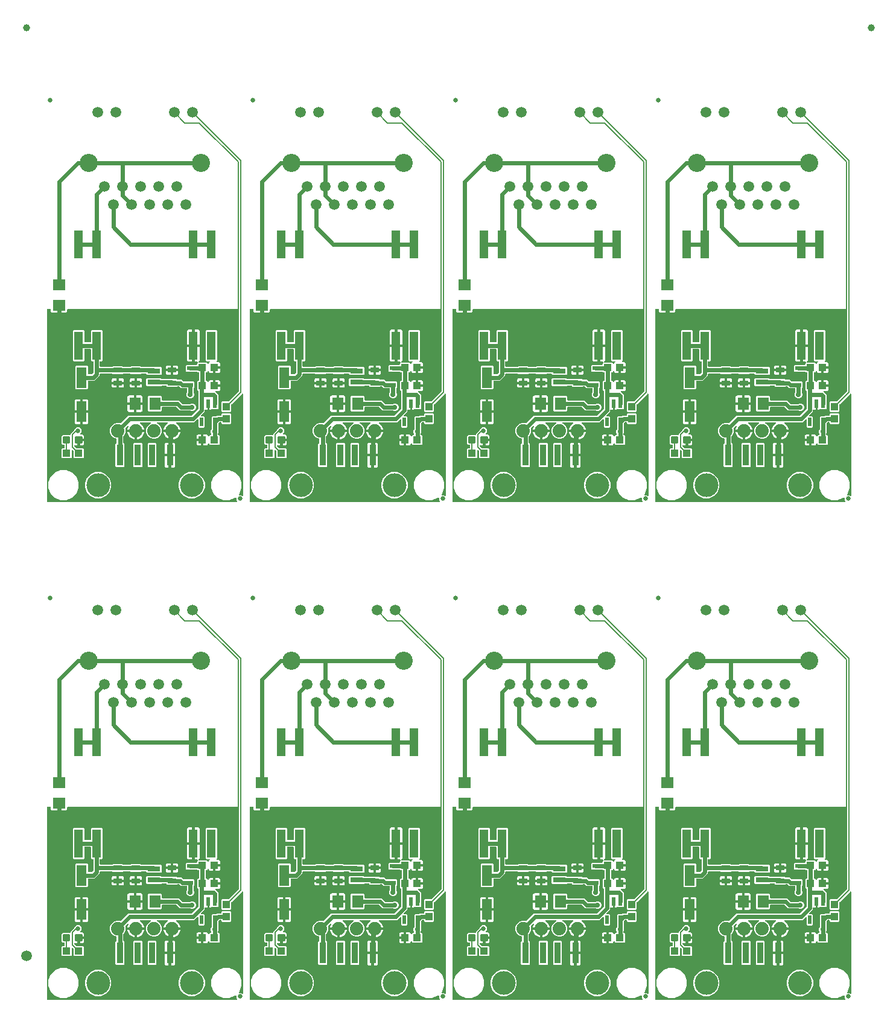
<source format=gtl>
G04 EAGLE Gerber RS-274X export*
G75*
%MOMM*%
%FSLAX34Y34*%
%LPD*%
%INTop Copper*%
%IPPOS*%
%AMOC8*
5,1,8,0,0,1.08239X$1,22.5*%
G01*
%ADD10R,1.100000X1.000000*%
%ADD11C,0.635000*%
%ADD12C,2.550000*%
%ADD13C,1.500000*%
%ADD14R,1.000000X1.100000*%
%ADD15R,0.550000X1.200000*%
%ADD16R,1.800000X1.600000*%
%ADD17C,3.327400*%
%ADD18R,0.900000X3.000000*%
%ADD19C,1.879600*%
%ADD20R,1.250000X4.000000*%
%ADD21R,0.830000X0.630000*%
%ADD22R,1.400000X3.000000*%
%ADD23R,1.200000X0.800000*%
%ADD24R,1.800000X0.800000*%
%ADD25R,1.600000X1.800000*%
%ADD26C,0.300000*%
%ADD27C,1.000000*%
%ADD28C,0.558800*%
%ADD29C,0.177800*%
%ADD30C,0.736600*%
%ADD31C,0.660400*%

G36*
X268272Y2036D02*
X268272Y2036D01*
X268324Y2035D01*
X268403Y2056D01*
X268484Y2069D01*
X268530Y2091D01*
X268580Y2105D01*
X268650Y2149D01*
X268723Y2184D01*
X268761Y2219D01*
X268805Y2247D01*
X268858Y2310D01*
X268918Y2366D01*
X268943Y2410D01*
X268977Y2450D01*
X269009Y2525D01*
X269050Y2596D01*
X269061Y2647D01*
X269081Y2694D01*
X269090Y2776D01*
X269107Y2856D01*
X269103Y2907D01*
X269109Y2959D01*
X269092Y3039D01*
X269086Y3121D01*
X269067Y3169D01*
X269056Y3219D01*
X269029Y3263D01*
X268987Y3368D01*
X268874Y3507D01*
X268849Y3545D01*
X268096Y4298D01*
X268096Y7177D01*
X268089Y7228D01*
X268090Y7280D01*
X268069Y7359D01*
X268056Y7440D01*
X268034Y7486D01*
X268020Y7536D01*
X267976Y7605D01*
X267941Y7679D01*
X267905Y7717D01*
X267878Y7761D01*
X267815Y7814D01*
X267759Y7874D01*
X267715Y7899D01*
X267675Y7933D01*
X267600Y7965D01*
X267529Y8006D01*
X267478Y8017D01*
X267431Y8037D01*
X267349Y8046D01*
X267269Y8063D01*
X267218Y8059D01*
X267166Y8064D01*
X267086Y8048D01*
X267004Y8042D01*
X266956Y8023D01*
X266906Y8012D01*
X266862Y7985D01*
X266757Y7943D01*
X266618Y7830D01*
X266580Y7805D01*
X266086Y7312D01*
X258244Y4063D01*
X249756Y4063D01*
X241914Y7312D01*
X235912Y13314D01*
X232663Y21156D01*
X232663Y29644D01*
X235912Y37486D01*
X241914Y43488D01*
X249756Y46737D01*
X258244Y46737D01*
X266086Y43488D01*
X272088Y37486D01*
X275337Y29644D01*
X275337Y21156D01*
X272088Y13314D01*
X271595Y12820D01*
X271564Y12779D01*
X271526Y12743D01*
X271486Y12672D01*
X271437Y12606D01*
X271420Y12557D01*
X271394Y12513D01*
X271377Y12433D01*
X271350Y12355D01*
X271348Y12303D01*
X271337Y12253D01*
X271343Y12171D01*
X271341Y12089D01*
X271354Y12040D01*
X271358Y11988D01*
X271389Y11912D01*
X271410Y11833D01*
X271438Y11789D01*
X271457Y11741D01*
X271509Y11678D01*
X271553Y11609D01*
X271592Y11575D01*
X271625Y11535D01*
X271693Y11490D01*
X271756Y11437D01*
X271803Y11416D01*
X271846Y11388D01*
X271896Y11376D01*
X272000Y11332D01*
X272178Y11314D01*
X272223Y11304D01*
X275102Y11304D01*
X275855Y10551D01*
X275896Y10520D01*
X275932Y10482D01*
X276003Y10442D01*
X276069Y10393D01*
X276118Y10376D01*
X276162Y10350D01*
X276242Y10333D01*
X276320Y10306D01*
X276372Y10304D01*
X276422Y10293D01*
X276504Y10299D01*
X276586Y10296D01*
X276635Y10310D01*
X276687Y10314D01*
X276763Y10345D01*
X276842Y10366D01*
X276886Y10394D01*
X276934Y10413D01*
X276997Y10465D01*
X277066Y10509D01*
X277100Y10548D01*
X277140Y10581D01*
X277185Y10649D01*
X277238Y10712D01*
X277259Y10759D01*
X277287Y10802D01*
X277299Y10852D01*
X277343Y10956D01*
X277361Y11134D01*
X277371Y11179D01*
X277371Y152954D01*
X277364Y153005D01*
X277365Y153057D01*
X277344Y153136D01*
X277331Y153217D01*
X277309Y153263D01*
X277295Y153313D01*
X277251Y153382D01*
X277216Y153456D01*
X277181Y153494D01*
X277153Y153538D01*
X277090Y153591D01*
X277034Y153651D01*
X276990Y153676D01*
X276950Y153710D01*
X276875Y153742D01*
X276804Y153782D01*
X276753Y153794D01*
X276706Y153814D01*
X276624Y153822D01*
X276544Y153840D01*
X276493Y153836D01*
X276441Y153841D01*
X276361Y153825D01*
X276279Y153819D01*
X276231Y153799D01*
X276181Y153789D01*
X276137Y153762D01*
X276032Y153720D01*
X275893Y153607D01*
X275855Y153582D01*
X261039Y138766D01*
X261026Y138749D01*
X261010Y138736D01*
X260948Y138642D01*
X260881Y138552D01*
X260874Y138532D01*
X260863Y138515D01*
X260853Y138470D01*
X260794Y138301D01*
X260790Y138188D01*
X260779Y138138D01*
X260779Y129263D01*
X259737Y128221D01*
X248263Y128221D01*
X247221Y129263D01*
X247221Y141737D01*
X248263Y142779D01*
X257138Y142779D01*
X257159Y142782D01*
X257180Y142780D01*
X257290Y142802D01*
X257401Y142819D01*
X257420Y142828D01*
X257440Y142832D01*
X257479Y142856D01*
X257640Y142934D01*
X257723Y143011D01*
X257766Y143039D01*
X271072Y156345D01*
X271085Y156362D01*
X271101Y156375D01*
X271163Y156469D01*
X271230Y156559D01*
X271237Y156579D01*
X271248Y156596D01*
X271258Y156641D01*
X271317Y156810D01*
X271321Y156923D01*
X271332Y156973D01*
X271332Y271780D01*
X271317Y271882D01*
X271309Y271984D01*
X271297Y272012D01*
X271292Y272043D01*
X271248Y272135D01*
X271210Y272231D01*
X271190Y272254D01*
X271177Y272282D01*
X271107Y272357D01*
X271042Y272437D01*
X271016Y272454D01*
X270995Y272476D01*
X270906Y272527D01*
X270821Y272584D01*
X270797Y272590D01*
X270765Y272608D01*
X270505Y272666D01*
X270467Y272663D01*
X270444Y272668D01*
X31479Y272668D01*
X31377Y272653D01*
X31275Y272645D01*
X31247Y272633D01*
X31216Y272628D01*
X31124Y272584D01*
X31028Y272546D01*
X31005Y272526D01*
X30977Y272513D01*
X30902Y272443D01*
X30822Y272378D01*
X30805Y272352D01*
X30783Y272331D01*
X30732Y272242D01*
X30675Y272157D01*
X30669Y272133D01*
X30651Y272101D01*
X30593Y271841D01*
X30596Y271803D01*
X30591Y271780D01*
X30591Y269765D01*
X30418Y269119D01*
X30083Y268540D01*
X29610Y268067D01*
X29031Y267732D01*
X28385Y267559D01*
X20827Y267559D01*
X20827Y271780D01*
X20812Y271882D01*
X20803Y271984D01*
X20792Y272012D01*
X20787Y272043D01*
X20743Y272135D01*
X20704Y272231D01*
X20685Y272254D01*
X20672Y272282D01*
X20602Y272357D01*
X20537Y272437D01*
X20511Y272454D01*
X20490Y272476D01*
X20401Y272527D01*
X20316Y272584D01*
X20292Y272590D01*
X20259Y272608D01*
X20000Y272666D01*
X19962Y272663D01*
X19939Y272668D01*
X18161Y272668D01*
X18060Y272653D01*
X17957Y272645D01*
X17929Y272633D01*
X17898Y272628D01*
X17806Y272584D01*
X17711Y272546D01*
X17687Y272526D01*
X17659Y272513D01*
X17584Y272443D01*
X17504Y272378D01*
X17487Y272352D01*
X17465Y272331D01*
X17414Y272242D01*
X17357Y272157D01*
X17351Y272133D01*
X17333Y272101D01*
X17275Y271841D01*
X17278Y271803D01*
X17273Y271780D01*
X17273Y267559D01*
X9715Y267559D01*
X9069Y267732D01*
X8490Y268067D01*
X8017Y268540D01*
X7682Y269119D01*
X7509Y269765D01*
X7509Y271780D01*
X7494Y271882D01*
X7486Y271984D01*
X7474Y272012D01*
X7469Y272043D01*
X7425Y272135D01*
X7387Y272231D01*
X7367Y272254D01*
X7354Y272282D01*
X7284Y272357D01*
X7219Y272437D01*
X7193Y272454D01*
X7172Y272476D01*
X7083Y272527D01*
X6998Y272584D01*
X6974Y272590D01*
X6942Y272608D01*
X6682Y272666D01*
X6644Y272663D01*
X6621Y272668D01*
X2917Y272668D01*
X2815Y272653D01*
X2713Y272645D01*
X2685Y272633D01*
X2654Y272628D01*
X2562Y272584D01*
X2466Y272546D01*
X2443Y272526D01*
X2415Y272513D01*
X2340Y272443D01*
X2260Y272378D01*
X2243Y272352D01*
X2221Y272331D01*
X2170Y272242D01*
X2113Y272157D01*
X2107Y272133D01*
X2089Y272101D01*
X2031Y271841D01*
X2034Y271803D01*
X2029Y271780D01*
X2029Y2917D01*
X2044Y2815D01*
X2052Y2713D01*
X2064Y2685D01*
X2069Y2654D01*
X2113Y2562D01*
X2151Y2466D01*
X2171Y2443D01*
X2184Y2415D01*
X2254Y2340D01*
X2319Y2260D01*
X2345Y2243D01*
X2366Y2221D01*
X2455Y2170D01*
X2540Y2113D01*
X2564Y2107D01*
X2596Y2089D01*
X2856Y2031D01*
X2894Y2034D01*
X2917Y2029D01*
X268221Y2029D01*
X268272Y2036D01*
G37*
G36*
X837232Y2036D02*
X837232Y2036D01*
X837284Y2035D01*
X837363Y2056D01*
X837444Y2069D01*
X837490Y2091D01*
X837540Y2105D01*
X837610Y2149D01*
X837683Y2184D01*
X837721Y2219D01*
X837765Y2247D01*
X837818Y2310D01*
X837878Y2366D01*
X837903Y2410D01*
X837937Y2450D01*
X837969Y2525D01*
X838010Y2596D01*
X838021Y2647D01*
X838041Y2694D01*
X838050Y2776D01*
X838067Y2856D01*
X838063Y2907D01*
X838069Y2959D01*
X838052Y3039D01*
X838046Y3121D01*
X838027Y3169D01*
X838016Y3219D01*
X837989Y3263D01*
X837947Y3368D01*
X837834Y3507D01*
X837809Y3545D01*
X837056Y4298D01*
X837056Y7177D01*
X837049Y7228D01*
X837050Y7280D01*
X837029Y7359D01*
X837016Y7440D01*
X836994Y7486D01*
X836980Y7536D01*
X836936Y7605D01*
X836901Y7679D01*
X836865Y7717D01*
X836838Y7761D01*
X836775Y7814D01*
X836719Y7874D01*
X836675Y7899D01*
X836635Y7933D01*
X836560Y7965D01*
X836489Y8006D01*
X836438Y8017D01*
X836391Y8037D01*
X836309Y8046D01*
X836229Y8063D01*
X836178Y8059D01*
X836126Y8064D01*
X836046Y8048D01*
X835964Y8042D01*
X835916Y8023D01*
X835866Y8012D01*
X835822Y7985D01*
X835717Y7943D01*
X835578Y7830D01*
X835540Y7805D01*
X835046Y7312D01*
X827204Y4063D01*
X818716Y4063D01*
X810874Y7312D01*
X804872Y13314D01*
X801623Y21156D01*
X801623Y29644D01*
X804872Y37486D01*
X810874Y43488D01*
X818716Y46737D01*
X827204Y46737D01*
X835046Y43488D01*
X841048Y37486D01*
X844297Y29644D01*
X844297Y21156D01*
X841048Y13314D01*
X840555Y12820D01*
X840524Y12779D01*
X840486Y12743D01*
X840446Y12672D01*
X840397Y12606D01*
X840380Y12557D01*
X840354Y12513D01*
X840337Y12433D01*
X840310Y12355D01*
X840308Y12303D01*
X840297Y12253D01*
X840303Y12171D01*
X840301Y12089D01*
X840314Y12040D01*
X840318Y11988D01*
X840349Y11912D01*
X840370Y11833D01*
X840398Y11789D01*
X840417Y11741D01*
X840469Y11678D01*
X840513Y11609D01*
X840552Y11575D01*
X840585Y11535D01*
X840653Y11490D01*
X840716Y11437D01*
X840763Y11416D01*
X840806Y11388D01*
X840856Y11376D01*
X840960Y11332D01*
X841138Y11314D01*
X841183Y11304D01*
X844062Y11304D01*
X844815Y10551D01*
X844856Y10520D01*
X844892Y10482D01*
X844963Y10442D01*
X845029Y10393D01*
X845078Y10376D01*
X845122Y10350D01*
X845202Y10333D01*
X845280Y10306D01*
X845332Y10304D01*
X845382Y10293D01*
X845464Y10299D01*
X845546Y10296D01*
X845595Y10310D01*
X845647Y10314D01*
X845723Y10345D01*
X845802Y10366D01*
X845846Y10394D01*
X845894Y10413D01*
X845957Y10465D01*
X846026Y10509D01*
X846060Y10548D01*
X846100Y10581D01*
X846145Y10649D01*
X846198Y10712D01*
X846219Y10759D01*
X846247Y10802D01*
X846259Y10852D01*
X846303Y10956D01*
X846321Y11134D01*
X846331Y11179D01*
X846331Y152954D01*
X846324Y153005D01*
X846325Y153057D01*
X846304Y153136D01*
X846291Y153217D01*
X846269Y153263D01*
X846255Y153313D01*
X846211Y153382D01*
X846176Y153456D01*
X846141Y153494D01*
X846113Y153538D01*
X846050Y153591D01*
X845994Y153651D01*
X845950Y153676D01*
X845910Y153710D01*
X845835Y153742D01*
X845764Y153782D01*
X845713Y153794D01*
X845666Y153814D01*
X845584Y153822D01*
X845504Y153840D01*
X845453Y153836D01*
X845401Y153841D01*
X845321Y153825D01*
X845239Y153819D01*
X845191Y153799D01*
X845141Y153789D01*
X845097Y153762D01*
X844992Y153720D01*
X844853Y153607D01*
X844815Y153582D01*
X829999Y138766D01*
X829986Y138749D01*
X829970Y138736D01*
X829908Y138642D01*
X829841Y138552D01*
X829834Y138532D01*
X829823Y138515D01*
X829813Y138470D01*
X829754Y138301D01*
X829750Y138188D01*
X829739Y138138D01*
X829739Y129263D01*
X828697Y128221D01*
X817223Y128221D01*
X816181Y129263D01*
X816181Y141737D01*
X817223Y142779D01*
X826098Y142779D01*
X826119Y142782D01*
X826140Y142780D01*
X826250Y142802D01*
X826361Y142819D01*
X826380Y142828D01*
X826400Y142832D01*
X826439Y142856D01*
X826600Y142934D01*
X826683Y143011D01*
X826726Y143039D01*
X840032Y156345D01*
X840045Y156362D01*
X840061Y156375D01*
X840123Y156469D01*
X840190Y156559D01*
X840197Y156579D01*
X840208Y156596D01*
X840218Y156641D01*
X840277Y156810D01*
X840281Y156923D01*
X840292Y156973D01*
X840292Y271780D01*
X840277Y271882D01*
X840269Y271984D01*
X840257Y272012D01*
X840252Y272043D01*
X840208Y272135D01*
X840170Y272231D01*
X840150Y272254D01*
X840137Y272282D01*
X840067Y272357D01*
X840002Y272437D01*
X839976Y272454D01*
X839955Y272476D01*
X839866Y272527D01*
X839781Y272584D01*
X839757Y272590D01*
X839725Y272608D01*
X839465Y272666D01*
X839427Y272663D01*
X839404Y272668D01*
X600439Y272668D01*
X600337Y272653D01*
X600235Y272645D01*
X600207Y272633D01*
X600176Y272628D01*
X600084Y272584D01*
X599988Y272546D01*
X599965Y272526D01*
X599937Y272513D01*
X599862Y272443D01*
X599782Y272378D01*
X599765Y272352D01*
X599743Y272331D01*
X599692Y272242D01*
X599635Y272157D01*
X599629Y272133D01*
X599611Y272101D01*
X599553Y271841D01*
X599556Y271803D01*
X599551Y271780D01*
X599551Y269765D01*
X599378Y269119D01*
X599043Y268540D01*
X598570Y268067D01*
X597991Y267732D01*
X597345Y267559D01*
X589787Y267559D01*
X589787Y271780D01*
X589772Y271882D01*
X589763Y271984D01*
X589752Y272012D01*
X589747Y272043D01*
X589703Y272135D01*
X589664Y272231D01*
X589645Y272254D01*
X589632Y272282D01*
X589562Y272357D01*
X589497Y272437D01*
X589471Y272454D01*
X589450Y272476D01*
X589361Y272527D01*
X589276Y272584D01*
X589252Y272590D01*
X589219Y272608D01*
X588960Y272666D01*
X588922Y272663D01*
X588899Y272668D01*
X587121Y272668D01*
X587020Y272653D01*
X586917Y272645D01*
X586889Y272633D01*
X586858Y272628D01*
X586766Y272584D01*
X586671Y272546D01*
X586647Y272526D01*
X586619Y272513D01*
X586544Y272443D01*
X586464Y272378D01*
X586447Y272352D01*
X586425Y272331D01*
X586374Y272242D01*
X586317Y272157D01*
X586311Y272133D01*
X586293Y272101D01*
X586235Y271841D01*
X586238Y271803D01*
X586233Y271780D01*
X586233Y267559D01*
X578675Y267559D01*
X578029Y267732D01*
X577450Y268067D01*
X576977Y268540D01*
X576642Y269119D01*
X576469Y269765D01*
X576469Y271780D01*
X576454Y271882D01*
X576446Y271984D01*
X576434Y272012D01*
X576429Y272043D01*
X576385Y272135D01*
X576347Y272231D01*
X576327Y272254D01*
X576314Y272282D01*
X576244Y272357D01*
X576179Y272437D01*
X576153Y272454D01*
X576132Y272476D01*
X576043Y272527D01*
X575958Y272584D01*
X575934Y272590D01*
X575902Y272608D01*
X575642Y272666D01*
X575604Y272663D01*
X575581Y272668D01*
X571877Y272668D01*
X571775Y272653D01*
X571673Y272645D01*
X571645Y272633D01*
X571614Y272628D01*
X571522Y272584D01*
X571426Y272546D01*
X571403Y272526D01*
X571375Y272513D01*
X571300Y272443D01*
X571220Y272378D01*
X571203Y272352D01*
X571181Y272331D01*
X571130Y272242D01*
X571073Y272157D01*
X571067Y272133D01*
X571049Y272101D01*
X570991Y271841D01*
X570994Y271803D01*
X570989Y271780D01*
X570989Y2917D01*
X571004Y2815D01*
X571012Y2713D01*
X571024Y2685D01*
X571029Y2654D01*
X571073Y2562D01*
X571111Y2466D01*
X571131Y2443D01*
X571144Y2415D01*
X571214Y2340D01*
X571279Y2260D01*
X571305Y2243D01*
X571326Y2221D01*
X571415Y2170D01*
X571500Y2113D01*
X571524Y2107D01*
X571556Y2089D01*
X571816Y2031D01*
X571854Y2034D01*
X571877Y2029D01*
X837181Y2029D01*
X837232Y2036D01*
G37*
G36*
X552752Y700536D02*
X552752Y700536D01*
X552804Y700535D01*
X552883Y700556D01*
X552964Y700569D01*
X553010Y700591D01*
X553060Y700605D01*
X553130Y700649D01*
X553203Y700684D01*
X553241Y700719D01*
X553285Y700747D01*
X553338Y700810D01*
X553398Y700866D01*
X553423Y700910D01*
X553457Y700950D01*
X553489Y701025D01*
X553530Y701096D01*
X553541Y701147D01*
X553561Y701194D01*
X553570Y701276D01*
X553587Y701356D01*
X553583Y701407D01*
X553589Y701459D01*
X553572Y701539D01*
X553566Y701621D01*
X553547Y701669D01*
X553536Y701719D01*
X553509Y701763D01*
X553467Y701868D01*
X553354Y702007D01*
X553329Y702045D01*
X552576Y702798D01*
X552576Y705677D01*
X552569Y705728D01*
X552570Y705780D01*
X552549Y705859D01*
X552536Y705940D01*
X552514Y705986D01*
X552500Y706036D01*
X552456Y706105D01*
X552421Y706179D01*
X552385Y706217D01*
X552358Y706261D01*
X552295Y706314D01*
X552239Y706374D01*
X552195Y706399D01*
X552155Y706433D01*
X552080Y706465D01*
X552009Y706506D01*
X551958Y706517D01*
X551911Y706537D01*
X551829Y706546D01*
X551749Y706563D01*
X551698Y706559D01*
X551646Y706564D01*
X551566Y706548D01*
X551484Y706542D01*
X551436Y706523D01*
X551386Y706512D01*
X551342Y706485D01*
X551237Y706443D01*
X551098Y706330D01*
X551060Y706305D01*
X550566Y705812D01*
X542724Y702563D01*
X534236Y702563D01*
X526394Y705812D01*
X520392Y711814D01*
X517143Y719656D01*
X517143Y728144D01*
X520392Y735986D01*
X526394Y741988D01*
X534236Y745237D01*
X542724Y745237D01*
X550566Y741988D01*
X556568Y735986D01*
X559817Y728144D01*
X559817Y719656D01*
X556568Y711814D01*
X556075Y711320D01*
X556044Y711279D01*
X556006Y711243D01*
X555966Y711172D01*
X555917Y711106D01*
X555900Y711057D01*
X555874Y711013D01*
X555857Y710933D01*
X555830Y710855D01*
X555828Y710803D01*
X555817Y710753D01*
X555823Y710671D01*
X555821Y710589D01*
X555834Y710540D01*
X555838Y710488D01*
X555869Y710412D01*
X555890Y710333D01*
X555918Y710289D01*
X555937Y710241D01*
X555989Y710178D01*
X556033Y710109D01*
X556072Y710075D01*
X556105Y710035D01*
X556173Y709990D01*
X556236Y709937D01*
X556283Y709916D01*
X556326Y709888D01*
X556376Y709876D01*
X556480Y709832D01*
X556658Y709814D01*
X556703Y709804D01*
X559582Y709804D01*
X560335Y709051D01*
X560376Y709020D01*
X560412Y708982D01*
X560483Y708942D01*
X560549Y708893D01*
X560598Y708876D01*
X560642Y708850D01*
X560722Y708833D01*
X560800Y708806D01*
X560852Y708804D01*
X560902Y708793D01*
X560984Y708799D01*
X561066Y708796D01*
X561115Y708810D01*
X561167Y708814D01*
X561243Y708845D01*
X561322Y708866D01*
X561366Y708894D01*
X561414Y708913D01*
X561477Y708965D01*
X561546Y709009D01*
X561580Y709048D01*
X561620Y709081D01*
X561665Y709149D01*
X561718Y709212D01*
X561739Y709259D01*
X561767Y709302D01*
X561779Y709352D01*
X561823Y709456D01*
X561841Y709634D01*
X561851Y709679D01*
X561851Y851454D01*
X561844Y851505D01*
X561845Y851557D01*
X561824Y851636D01*
X561811Y851717D01*
X561789Y851763D01*
X561775Y851813D01*
X561731Y851882D01*
X561696Y851956D01*
X561661Y851994D01*
X561633Y852038D01*
X561570Y852091D01*
X561514Y852151D01*
X561470Y852176D01*
X561430Y852210D01*
X561355Y852242D01*
X561284Y852282D01*
X561233Y852294D01*
X561186Y852314D01*
X561104Y852322D01*
X561024Y852340D01*
X560973Y852336D01*
X560921Y852341D01*
X560841Y852325D01*
X560759Y852319D01*
X560711Y852299D01*
X560661Y852289D01*
X560617Y852262D01*
X560512Y852220D01*
X560373Y852107D01*
X560335Y852082D01*
X545519Y837266D01*
X545506Y837249D01*
X545490Y837236D01*
X545428Y837142D01*
X545361Y837052D01*
X545354Y837032D01*
X545343Y837015D01*
X545333Y836970D01*
X545274Y836801D01*
X545270Y836688D01*
X545259Y836638D01*
X545259Y827763D01*
X544217Y826721D01*
X532743Y826721D01*
X531701Y827763D01*
X531701Y840237D01*
X532743Y841279D01*
X541618Y841279D01*
X541639Y841282D01*
X541660Y841280D01*
X541770Y841302D01*
X541881Y841319D01*
X541900Y841328D01*
X541920Y841332D01*
X541959Y841356D01*
X542120Y841434D01*
X542203Y841511D01*
X542246Y841539D01*
X555552Y854845D01*
X555565Y854862D01*
X555581Y854875D01*
X555643Y854969D01*
X555710Y855059D01*
X555717Y855079D01*
X555728Y855096D01*
X555738Y855141D01*
X555797Y855310D01*
X555801Y855423D01*
X555812Y855473D01*
X555812Y970280D01*
X555797Y970382D01*
X555789Y970484D01*
X555777Y970512D01*
X555772Y970543D01*
X555728Y970635D01*
X555690Y970731D01*
X555670Y970754D01*
X555657Y970782D01*
X555587Y970857D01*
X555522Y970937D01*
X555496Y970954D01*
X555475Y970976D01*
X555386Y971027D01*
X555301Y971084D01*
X555277Y971090D01*
X555245Y971108D01*
X554985Y971166D01*
X554947Y971163D01*
X554924Y971168D01*
X315959Y971168D01*
X315857Y971153D01*
X315755Y971145D01*
X315727Y971133D01*
X315696Y971128D01*
X315604Y971084D01*
X315508Y971046D01*
X315485Y971026D01*
X315457Y971013D01*
X315382Y970943D01*
X315302Y970878D01*
X315285Y970852D01*
X315263Y970831D01*
X315212Y970742D01*
X315155Y970657D01*
X315149Y970633D01*
X315131Y970601D01*
X315073Y970341D01*
X315076Y970303D01*
X315071Y970280D01*
X315071Y968265D01*
X314898Y967619D01*
X314563Y967040D01*
X314090Y966567D01*
X313511Y966232D01*
X312865Y966059D01*
X305307Y966059D01*
X305307Y970280D01*
X305292Y970382D01*
X305283Y970484D01*
X305272Y970512D01*
X305267Y970543D01*
X305223Y970635D01*
X305184Y970731D01*
X305165Y970754D01*
X305152Y970782D01*
X305082Y970857D01*
X305017Y970937D01*
X304991Y970954D01*
X304970Y970976D01*
X304881Y971027D01*
X304796Y971084D01*
X304772Y971090D01*
X304739Y971108D01*
X304480Y971166D01*
X304442Y971163D01*
X304419Y971168D01*
X302641Y971168D01*
X302540Y971153D01*
X302437Y971145D01*
X302409Y971133D01*
X302378Y971128D01*
X302286Y971084D01*
X302191Y971046D01*
X302167Y971026D01*
X302139Y971013D01*
X302064Y970943D01*
X301984Y970878D01*
X301967Y970852D01*
X301945Y970831D01*
X301894Y970742D01*
X301837Y970657D01*
X301831Y970633D01*
X301813Y970601D01*
X301755Y970341D01*
X301758Y970303D01*
X301753Y970280D01*
X301753Y966059D01*
X294195Y966059D01*
X293549Y966232D01*
X292970Y966567D01*
X292497Y967040D01*
X292162Y967619D01*
X291989Y968265D01*
X291989Y970280D01*
X291974Y970382D01*
X291966Y970484D01*
X291954Y970512D01*
X291949Y970543D01*
X291905Y970635D01*
X291867Y970731D01*
X291847Y970754D01*
X291834Y970782D01*
X291764Y970857D01*
X291699Y970937D01*
X291673Y970954D01*
X291652Y970976D01*
X291563Y971027D01*
X291478Y971084D01*
X291454Y971090D01*
X291422Y971108D01*
X291162Y971166D01*
X291124Y971163D01*
X291101Y971168D01*
X287397Y971168D01*
X287295Y971153D01*
X287193Y971145D01*
X287165Y971133D01*
X287134Y971128D01*
X287042Y971084D01*
X286946Y971046D01*
X286923Y971026D01*
X286895Y971013D01*
X286820Y970943D01*
X286740Y970878D01*
X286723Y970852D01*
X286701Y970831D01*
X286650Y970742D01*
X286593Y970657D01*
X286587Y970633D01*
X286569Y970601D01*
X286511Y970341D01*
X286514Y970303D01*
X286509Y970280D01*
X286509Y701417D01*
X286524Y701315D01*
X286532Y701213D01*
X286544Y701185D01*
X286549Y701154D01*
X286593Y701062D01*
X286631Y700966D01*
X286651Y700943D01*
X286664Y700915D01*
X286734Y700840D01*
X286799Y700760D01*
X286825Y700743D01*
X286846Y700721D01*
X286935Y700670D01*
X287020Y700613D01*
X287044Y700607D01*
X287076Y700589D01*
X287336Y700531D01*
X287374Y700534D01*
X287397Y700529D01*
X552701Y700529D01*
X552752Y700536D01*
G37*
G36*
X268272Y700536D02*
X268272Y700536D01*
X268324Y700535D01*
X268403Y700556D01*
X268484Y700569D01*
X268530Y700591D01*
X268580Y700605D01*
X268650Y700649D01*
X268723Y700684D01*
X268761Y700719D01*
X268805Y700747D01*
X268858Y700810D01*
X268918Y700866D01*
X268943Y700910D01*
X268977Y700950D01*
X269009Y701025D01*
X269050Y701096D01*
X269061Y701147D01*
X269081Y701194D01*
X269090Y701276D01*
X269107Y701356D01*
X269103Y701407D01*
X269109Y701459D01*
X269092Y701539D01*
X269086Y701621D01*
X269067Y701669D01*
X269056Y701719D01*
X269029Y701763D01*
X268987Y701868D01*
X268874Y702007D01*
X268849Y702045D01*
X268096Y702798D01*
X268096Y705677D01*
X268089Y705728D01*
X268090Y705780D01*
X268069Y705859D01*
X268056Y705940D01*
X268034Y705986D01*
X268020Y706036D01*
X267976Y706105D01*
X267941Y706179D01*
X267906Y706217D01*
X267878Y706261D01*
X267815Y706314D01*
X267759Y706374D01*
X267715Y706399D01*
X267675Y706433D01*
X267600Y706465D01*
X267529Y706506D01*
X267478Y706517D01*
X267431Y706537D01*
X267349Y706546D01*
X267269Y706563D01*
X267218Y706559D01*
X267166Y706564D01*
X267086Y706548D01*
X267004Y706542D01*
X266956Y706523D01*
X266906Y706512D01*
X266862Y706485D01*
X266757Y706443D01*
X266618Y706330D01*
X266580Y706305D01*
X266086Y705812D01*
X258244Y702563D01*
X249756Y702563D01*
X241914Y705812D01*
X235912Y711814D01*
X232663Y719656D01*
X232663Y728144D01*
X235912Y735986D01*
X241914Y741988D01*
X249756Y745237D01*
X258244Y745237D01*
X266086Y741988D01*
X272088Y735986D01*
X275337Y728144D01*
X275337Y719656D01*
X272088Y711814D01*
X271595Y711320D01*
X271564Y711279D01*
X271526Y711243D01*
X271486Y711172D01*
X271437Y711106D01*
X271420Y711057D01*
X271394Y711013D01*
X271377Y710933D01*
X271350Y710855D01*
X271348Y710803D01*
X271337Y710753D01*
X271343Y710671D01*
X271341Y710589D01*
X271354Y710540D01*
X271358Y710488D01*
X271389Y710412D01*
X271410Y710333D01*
X271438Y710289D01*
X271457Y710241D01*
X271509Y710178D01*
X271553Y710109D01*
X271592Y710075D01*
X271625Y710035D01*
X271693Y709990D01*
X271756Y709937D01*
X271803Y709916D01*
X271846Y709888D01*
X271896Y709876D01*
X272000Y709832D01*
X272178Y709814D01*
X272223Y709804D01*
X275102Y709804D01*
X275855Y709051D01*
X275896Y709020D01*
X275932Y708982D01*
X276003Y708942D01*
X276069Y708893D01*
X276118Y708876D01*
X276162Y708850D01*
X276242Y708833D01*
X276320Y708806D01*
X276372Y708804D01*
X276422Y708793D01*
X276504Y708799D01*
X276586Y708796D01*
X276635Y708810D01*
X276687Y708814D01*
X276763Y708845D01*
X276842Y708866D01*
X276886Y708894D01*
X276934Y708913D01*
X276997Y708965D01*
X277066Y709009D01*
X277100Y709048D01*
X277140Y709081D01*
X277185Y709149D01*
X277238Y709212D01*
X277259Y709259D01*
X277287Y709302D01*
X277299Y709352D01*
X277343Y709456D01*
X277361Y709634D01*
X277371Y709679D01*
X277371Y851454D01*
X277364Y851505D01*
X277365Y851557D01*
X277344Y851636D01*
X277331Y851717D01*
X277309Y851763D01*
X277295Y851813D01*
X277251Y851882D01*
X277216Y851956D01*
X277181Y851994D01*
X277153Y852038D01*
X277090Y852091D01*
X277034Y852151D01*
X276990Y852176D01*
X276950Y852210D01*
X276875Y852242D01*
X276804Y852282D01*
X276753Y852294D01*
X276706Y852314D01*
X276624Y852322D01*
X276544Y852340D01*
X276493Y852336D01*
X276441Y852341D01*
X276361Y852325D01*
X276279Y852319D01*
X276231Y852299D01*
X276181Y852289D01*
X276137Y852262D01*
X276032Y852220D01*
X275893Y852107D01*
X275855Y852082D01*
X261039Y837266D01*
X261026Y837249D01*
X261010Y837236D01*
X260948Y837142D01*
X260881Y837052D01*
X260874Y837032D01*
X260863Y837015D01*
X260853Y836970D01*
X260794Y836801D01*
X260790Y836688D01*
X260779Y836638D01*
X260779Y827763D01*
X259737Y826721D01*
X248263Y826721D01*
X247221Y827763D01*
X247221Y840237D01*
X248263Y841279D01*
X257138Y841279D01*
X257159Y841282D01*
X257180Y841280D01*
X257290Y841302D01*
X257401Y841319D01*
X257420Y841328D01*
X257440Y841332D01*
X257479Y841356D01*
X257640Y841434D01*
X257723Y841511D01*
X257766Y841539D01*
X271072Y854845D01*
X271085Y854862D01*
X271101Y854875D01*
X271163Y854969D01*
X271230Y855059D01*
X271237Y855079D01*
X271248Y855096D01*
X271258Y855141D01*
X271317Y855310D01*
X271321Y855423D01*
X271332Y855473D01*
X271332Y970280D01*
X271317Y970382D01*
X271309Y970484D01*
X271297Y970512D01*
X271292Y970543D01*
X271248Y970635D01*
X271210Y970731D01*
X271190Y970754D01*
X271177Y970782D01*
X271107Y970857D01*
X271042Y970937D01*
X271016Y970954D01*
X270995Y970976D01*
X270906Y971027D01*
X270821Y971084D01*
X270797Y971090D01*
X270765Y971108D01*
X270505Y971166D01*
X270467Y971163D01*
X270444Y971168D01*
X31479Y971168D01*
X31377Y971153D01*
X31275Y971145D01*
X31247Y971133D01*
X31216Y971128D01*
X31124Y971084D01*
X31028Y971046D01*
X31005Y971026D01*
X30977Y971013D01*
X30902Y970943D01*
X30822Y970878D01*
X30805Y970852D01*
X30783Y970831D01*
X30732Y970742D01*
X30675Y970657D01*
X30669Y970633D01*
X30651Y970601D01*
X30593Y970341D01*
X30596Y970303D01*
X30591Y970280D01*
X30591Y968265D01*
X30418Y967619D01*
X30083Y967040D01*
X29610Y966567D01*
X29031Y966232D01*
X28385Y966059D01*
X20827Y966059D01*
X20827Y970280D01*
X20812Y970382D01*
X20803Y970484D01*
X20792Y970512D01*
X20787Y970543D01*
X20743Y970635D01*
X20704Y970731D01*
X20685Y970754D01*
X20672Y970782D01*
X20602Y970857D01*
X20537Y970937D01*
X20511Y970954D01*
X20490Y970976D01*
X20401Y971027D01*
X20316Y971084D01*
X20292Y971090D01*
X20259Y971108D01*
X20000Y971166D01*
X19962Y971163D01*
X19939Y971168D01*
X18161Y971168D01*
X18060Y971153D01*
X17957Y971145D01*
X17929Y971133D01*
X17898Y971128D01*
X17806Y971084D01*
X17711Y971046D01*
X17687Y971026D01*
X17659Y971013D01*
X17584Y970943D01*
X17504Y970878D01*
X17487Y970852D01*
X17465Y970831D01*
X17414Y970742D01*
X17357Y970657D01*
X17351Y970633D01*
X17333Y970601D01*
X17275Y970341D01*
X17278Y970303D01*
X17273Y970280D01*
X17273Y966059D01*
X9715Y966059D01*
X9069Y966232D01*
X8490Y966567D01*
X8017Y967040D01*
X7682Y967619D01*
X7509Y968265D01*
X7509Y970280D01*
X7494Y970382D01*
X7486Y970484D01*
X7474Y970512D01*
X7469Y970543D01*
X7425Y970635D01*
X7387Y970731D01*
X7367Y970754D01*
X7354Y970782D01*
X7284Y970857D01*
X7219Y970937D01*
X7193Y970954D01*
X7172Y970976D01*
X7083Y971027D01*
X6998Y971084D01*
X6974Y971090D01*
X6942Y971108D01*
X6682Y971166D01*
X6644Y971163D01*
X6621Y971168D01*
X2917Y971168D01*
X2815Y971153D01*
X2713Y971145D01*
X2685Y971133D01*
X2654Y971128D01*
X2562Y971084D01*
X2466Y971046D01*
X2443Y971026D01*
X2415Y971013D01*
X2340Y970943D01*
X2260Y970878D01*
X2243Y970852D01*
X2221Y970831D01*
X2170Y970742D01*
X2113Y970657D01*
X2107Y970633D01*
X2089Y970601D01*
X2031Y970341D01*
X2034Y970303D01*
X2029Y970280D01*
X2029Y701417D01*
X2044Y701315D01*
X2052Y701213D01*
X2064Y701185D01*
X2069Y701154D01*
X2113Y701062D01*
X2151Y700966D01*
X2171Y700943D01*
X2184Y700915D01*
X2254Y700840D01*
X2319Y700760D01*
X2345Y700743D01*
X2366Y700721D01*
X2455Y700670D01*
X2540Y700613D01*
X2564Y700607D01*
X2596Y700589D01*
X2856Y700531D01*
X2894Y700534D01*
X2917Y700529D01*
X268221Y700529D01*
X268272Y700536D01*
G37*
G36*
X837232Y700536D02*
X837232Y700536D01*
X837284Y700535D01*
X837363Y700556D01*
X837444Y700569D01*
X837490Y700591D01*
X837540Y700605D01*
X837610Y700649D01*
X837683Y700684D01*
X837721Y700719D01*
X837765Y700747D01*
X837818Y700810D01*
X837878Y700866D01*
X837903Y700910D01*
X837937Y700950D01*
X837969Y701025D01*
X838010Y701096D01*
X838021Y701147D01*
X838041Y701194D01*
X838050Y701276D01*
X838067Y701356D01*
X838063Y701407D01*
X838069Y701459D01*
X838052Y701539D01*
X838046Y701621D01*
X838027Y701669D01*
X838016Y701719D01*
X837989Y701763D01*
X837947Y701868D01*
X837834Y702007D01*
X837809Y702045D01*
X837056Y702798D01*
X837056Y705677D01*
X837049Y705728D01*
X837050Y705780D01*
X837029Y705859D01*
X837016Y705940D01*
X836994Y705986D01*
X836980Y706036D01*
X836936Y706105D01*
X836901Y706179D01*
X836865Y706217D01*
X836838Y706261D01*
X836775Y706314D01*
X836719Y706374D01*
X836675Y706399D01*
X836635Y706433D01*
X836560Y706465D01*
X836489Y706506D01*
X836438Y706517D01*
X836391Y706537D01*
X836309Y706546D01*
X836229Y706563D01*
X836178Y706559D01*
X836126Y706564D01*
X836046Y706548D01*
X835964Y706542D01*
X835916Y706523D01*
X835866Y706512D01*
X835822Y706485D01*
X835717Y706443D01*
X835578Y706330D01*
X835540Y706305D01*
X835046Y705812D01*
X827204Y702563D01*
X818716Y702563D01*
X810874Y705812D01*
X804872Y711814D01*
X801623Y719656D01*
X801623Y728144D01*
X804872Y735986D01*
X810874Y741988D01*
X818716Y745237D01*
X827204Y745237D01*
X835046Y741988D01*
X841048Y735986D01*
X844297Y728144D01*
X844297Y719656D01*
X841048Y711814D01*
X840555Y711320D01*
X840524Y711279D01*
X840486Y711243D01*
X840446Y711172D01*
X840397Y711106D01*
X840380Y711057D01*
X840354Y711013D01*
X840337Y710933D01*
X840310Y710855D01*
X840308Y710803D01*
X840297Y710753D01*
X840303Y710671D01*
X840301Y710589D01*
X840314Y710540D01*
X840318Y710488D01*
X840349Y710412D01*
X840370Y710333D01*
X840398Y710289D01*
X840417Y710241D01*
X840469Y710178D01*
X840513Y710109D01*
X840552Y710075D01*
X840585Y710035D01*
X840653Y709990D01*
X840716Y709937D01*
X840763Y709916D01*
X840806Y709888D01*
X840856Y709876D01*
X840960Y709832D01*
X841138Y709814D01*
X841183Y709804D01*
X844062Y709804D01*
X844815Y709051D01*
X844856Y709020D01*
X844892Y708982D01*
X844963Y708942D01*
X845029Y708893D01*
X845078Y708876D01*
X845122Y708850D01*
X845202Y708833D01*
X845280Y708806D01*
X845332Y708804D01*
X845382Y708793D01*
X845464Y708799D01*
X845546Y708796D01*
X845595Y708810D01*
X845647Y708814D01*
X845723Y708845D01*
X845802Y708866D01*
X845846Y708894D01*
X845894Y708913D01*
X845957Y708965D01*
X846026Y709009D01*
X846060Y709048D01*
X846100Y709081D01*
X846145Y709149D01*
X846198Y709212D01*
X846219Y709259D01*
X846247Y709302D01*
X846259Y709352D01*
X846303Y709456D01*
X846321Y709634D01*
X846331Y709679D01*
X846331Y851454D01*
X846324Y851505D01*
X846325Y851557D01*
X846304Y851636D01*
X846291Y851717D01*
X846269Y851763D01*
X846255Y851813D01*
X846211Y851882D01*
X846176Y851956D01*
X846141Y851994D01*
X846113Y852038D01*
X846050Y852091D01*
X845994Y852151D01*
X845950Y852176D01*
X845910Y852210D01*
X845835Y852242D01*
X845764Y852282D01*
X845713Y852294D01*
X845666Y852314D01*
X845584Y852322D01*
X845504Y852340D01*
X845453Y852336D01*
X845401Y852341D01*
X845321Y852325D01*
X845239Y852319D01*
X845191Y852299D01*
X845141Y852289D01*
X845097Y852262D01*
X844992Y852220D01*
X844853Y852107D01*
X844815Y852082D01*
X829999Y837266D01*
X829986Y837249D01*
X829970Y837236D01*
X829908Y837142D01*
X829841Y837052D01*
X829834Y837032D01*
X829823Y837015D01*
X829813Y836970D01*
X829754Y836801D01*
X829750Y836688D01*
X829739Y836638D01*
X829739Y827763D01*
X828697Y826721D01*
X817223Y826721D01*
X816181Y827763D01*
X816181Y840237D01*
X817223Y841279D01*
X826098Y841279D01*
X826119Y841282D01*
X826140Y841280D01*
X826250Y841302D01*
X826361Y841319D01*
X826380Y841328D01*
X826400Y841332D01*
X826439Y841356D01*
X826600Y841434D01*
X826683Y841511D01*
X826726Y841539D01*
X840032Y854845D01*
X840045Y854862D01*
X840061Y854875D01*
X840123Y854969D01*
X840190Y855059D01*
X840197Y855079D01*
X840208Y855096D01*
X840218Y855141D01*
X840277Y855310D01*
X840281Y855423D01*
X840292Y855473D01*
X840292Y970280D01*
X840277Y970382D01*
X840269Y970484D01*
X840257Y970512D01*
X840252Y970543D01*
X840208Y970635D01*
X840170Y970731D01*
X840150Y970754D01*
X840137Y970782D01*
X840067Y970857D01*
X840002Y970937D01*
X839976Y970954D01*
X839955Y970976D01*
X839866Y971027D01*
X839781Y971084D01*
X839757Y971090D01*
X839725Y971108D01*
X839465Y971166D01*
X839427Y971163D01*
X839404Y971168D01*
X600439Y971168D01*
X600337Y971153D01*
X600235Y971145D01*
X600207Y971133D01*
X600176Y971128D01*
X600084Y971084D01*
X599988Y971046D01*
X599965Y971026D01*
X599937Y971013D01*
X599862Y970943D01*
X599782Y970878D01*
X599765Y970852D01*
X599743Y970831D01*
X599692Y970742D01*
X599635Y970657D01*
X599629Y970633D01*
X599611Y970601D01*
X599553Y970341D01*
X599556Y970303D01*
X599551Y970280D01*
X599551Y968265D01*
X599378Y967619D01*
X599043Y967040D01*
X598570Y966567D01*
X597991Y966232D01*
X597345Y966059D01*
X589787Y966059D01*
X589787Y970280D01*
X589772Y970382D01*
X589763Y970484D01*
X589752Y970512D01*
X589747Y970543D01*
X589703Y970635D01*
X589664Y970731D01*
X589645Y970754D01*
X589632Y970782D01*
X589562Y970857D01*
X589497Y970937D01*
X589471Y970954D01*
X589450Y970976D01*
X589361Y971027D01*
X589276Y971084D01*
X589252Y971090D01*
X589219Y971108D01*
X588960Y971166D01*
X588922Y971163D01*
X588899Y971168D01*
X587121Y971168D01*
X587020Y971153D01*
X586917Y971145D01*
X586889Y971133D01*
X586858Y971128D01*
X586766Y971084D01*
X586671Y971046D01*
X586647Y971026D01*
X586619Y971013D01*
X586544Y970943D01*
X586464Y970878D01*
X586447Y970852D01*
X586425Y970831D01*
X586374Y970742D01*
X586317Y970657D01*
X586311Y970633D01*
X586293Y970601D01*
X586235Y970341D01*
X586238Y970303D01*
X586233Y970280D01*
X586233Y966059D01*
X578675Y966059D01*
X578029Y966232D01*
X577450Y966567D01*
X576977Y967040D01*
X576642Y967619D01*
X576469Y968265D01*
X576469Y970280D01*
X576454Y970382D01*
X576446Y970484D01*
X576434Y970512D01*
X576429Y970543D01*
X576385Y970635D01*
X576347Y970731D01*
X576327Y970754D01*
X576314Y970782D01*
X576244Y970857D01*
X576179Y970937D01*
X576153Y970954D01*
X576132Y970976D01*
X576043Y971027D01*
X575958Y971084D01*
X575934Y971090D01*
X575902Y971108D01*
X575642Y971166D01*
X575604Y971163D01*
X575581Y971168D01*
X571877Y971168D01*
X571775Y971153D01*
X571673Y971145D01*
X571645Y971133D01*
X571614Y971128D01*
X571522Y971084D01*
X571426Y971046D01*
X571403Y971026D01*
X571375Y971013D01*
X571300Y970943D01*
X571220Y970878D01*
X571203Y970852D01*
X571181Y970831D01*
X571130Y970742D01*
X571073Y970657D01*
X571067Y970633D01*
X571049Y970601D01*
X570991Y970341D01*
X570994Y970303D01*
X570989Y970280D01*
X570989Y701417D01*
X571004Y701315D01*
X571012Y701213D01*
X571024Y701185D01*
X571029Y701154D01*
X571073Y701062D01*
X571111Y700966D01*
X571131Y700943D01*
X571144Y700915D01*
X571214Y700840D01*
X571279Y700760D01*
X571305Y700743D01*
X571326Y700721D01*
X571415Y700670D01*
X571500Y700613D01*
X571524Y700607D01*
X571556Y700589D01*
X571816Y700531D01*
X571854Y700534D01*
X571877Y700529D01*
X837181Y700529D01*
X837232Y700536D01*
G37*
G36*
X552752Y2036D02*
X552752Y2036D01*
X552804Y2035D01*
X552883Y2056D01*
X552964Y2069D01*
X553010Y2091D01*
X553060Y2105D01*
X553130Y2149D01*
X553203Y2184D01*
X553241Y2219D01*
X553285Y2247D01*
X553338Y2310D01*
X553398Y2366D01*
X553423Y2410D01*
X553457Y2450D01*
X553489Y2525D01*
X553530Y2596D01*
X553541Y2647D01*
X553561Y2694D01*
X553570Y2776D01*
X553587Y2856D01*
X553583Y2907D01*
X553589Y2959D01*
X553572Y3039D01*
X553566Y3121D01*
X553547Y3169D01*
X553536Y3219D01*
X553509Y3263D01*
X553467Y3368D01*
X553354Y3507D01*
X553329Y3545D01*
X552576Y4298D01*
X552576Y7177D01*
X552569Y7228D01*
X552570Y7280D01*
X552549Y7359D01*
X552536Y7440D01*
X552514Y7486D01*
X552500Y7536D01*
X552456Y7605D01*
X552421Y7679D01*
X552385Y7717D01*
X552358Y7761D01*
X552295Y7814D01*
X552239Y7874D01*
X552195Y7899D01*
X552155Y7933D01*
X552080Y7965D01*
X552009Y8006D01*
X551958Y8017D01*
X551911Y8037D01*
X551829Y8046D01*
X551749Y8063D01*
X551698Y8059D01*
X551646Y8064D01*
X551566Y8048D01*
X551484Y8042D01*
X551436Y8023D01*
X551386Y8012D01*
X551342Y7985D01*
X551237Y7943D01*
X551098Y7830D01*
X551060Y7805D01*
X550566Y7312D01*
X542724Y4063D01*
X534236Y4063D01*
X526394Y7312D01*
X520392Y13314D01*
X517143Y21156D01*
X517143Y29644D01*
X520392Y37486D01*
X526394Y43488D01*
X534236Y46737D01*
X542724Y46737D01*
X550566Y43488D01*
X556568Y37486D01*
X559817Y29644D01*
X559817Y21156D01*
X556568Y13314D01*
X556075Y12820D01*
X556044Y12779D01*
X556006Y12743D01*
X555966Y12672D01*
X555917Y12606D01*
X555900Y12557D01*
X555874Y12513D01*
X555857Y12433D01*
X555830Y12355D01*
X555828Y12303D01*
X555817Y12253D01*
X555823Y12171D01*
X555821Y12089D01*
X555834Y12040D01*
X555838Y11988D01*
X555869Y11912D01*
X555890Y11833D01*
X555918Y11789D01*
X555937Y11741D01*
X555989Y11678D01*
X556033Y11609D01*
X556072Y11575D01*
X556105Y11535D01*
X556173Y11490D01*
X556236Y11437D01*
X556283Y11416D01*
X556326Y11388D01*
X556376Y11376D01*
X556480Y11332D01*
X556658Y11314D01*
X556703Y11304D01*
X559582Y11304D01*
X560335Y10551D01*
X560376Y10520D01*
X560412Y10482D01*
X560483Y10442D01*
X560549Y10393D01*
X560598Y10376D01*
X560642Y10350D01*
X560722Y10333D01*
X560800Y10306D01*
X560852Y10304D01*
X560902Y10293D01*
X560984Y10299D01*
X561066Y10296D01*
X561115Y10310D01*
X561167Y10314D01*
X561243Y10345D01*
X561322Y10366D01*
X561366Y10394D01*
X561414Y10413D01*
X561477Y10465D01*
X561546Y10509D01*
X561580Y10548D01*
X561620Y10581D01*
X561665Y10649D01*
X561718Y10712D01*
X561739Y10759D01*
X561767Y10802D01*
X561779Y10852D01*
X561823Y10956D01*
X561841Y11134D01*
X561851Y11179D01*
X561851Y152954D01*
X561844Y153005D01*
X561845Y153057D01*
X561824Y153136D01*
X561811Y153217D01*
X561789Y153263D01*
X561775Y153313D01*
X561731Y153382D01*
X561696Y153456D01*
X561661Y153494D01*
X561633Y153538D01*
X561570Y153591D01*
X561514Y153651D01*
X561470Y153676D01*
X561430Y153710D01*
X561355Y153742D01*
X561284Y153782D01*
X561233Y153794D01*
X561186Y153814D01*
X561104Y153822D01*
X561024Y153840D01*
X560973Y153836D01*
X560921Y153841D01*
X560841Y153825D01*
X560759Y153819D01*
X560711Y153799D01*
X560661Y153789D01*
X560617Y153762D01*
X560512Y153720D01*
X560373Y153607D01*
X560335Y153582D01*
X545519Y138766D01*
X545506Y138749D01*
X545490Y138736D01*
X545428Y138642D01*
X545361Y138552D01*
X545354Y138532D01*
X545343Y138515D01*
X545333Y138470D01*
X545274Y138301D01*
X545270Y138188D01*
X545259Y138138D01*
X545259Y129263D01*
X544217Y128221D01*
X532743Y128221D01*
X531701Y129263D01*
X531701Y141737D01*
X532743Y142779D01*
X541618Y142779D01*
X541639Y142782D01*
X541660Y142780D01*
X541770Y142802D01*
X541881Y142819D01*
X541900Y142828D01*
X541920Y142832D01*
X541959Y142856D01*
X542120Y142934D01*
X542203Y143011D01*
X542246Y143039D01*
X555552Y156345D01*
X555565Y156362D01*
X555581Y156375D01*
X555643Y156469D01*
X555710Y156559D01*
X555717Y156579D01*
X555728Y156596D01*
X555738Y156641D01*
X555797Y156810D01*
X555801Y156923D01*
X555812Y156973D01*
X555812Y271780D01*
X555797Y271882D01*
X555789Y271984D01*
X555777Y272012D01*
X555772Y272043D01*
X555728Y272135D01*
X555690Y272231D01*
X555670Y272254D01*
X555657Y272282D01*
X555587Y272357D01*
X555522Y272437D01*
X555496Y272454D01*
X555475Y272476D01*
X555386Y272527D01*
X555301Y272584D01*
X555277Y272590D01*
X555245Y272608D01*
X554985Y272666D01*
X554947Y272663D01*
X554924Y272668D01*
X315959Y272668D01*
X315857Y272653D01*
X315755Y272645D01*
X315727Y272633D01*
X315696Y272628D01*
X315604Y272584D01*
X315508Y272546D01*
X315485Y272526D01*
X315457Y272513D01*
X315382Y272443D01*
X315302Y272378D01*
X315285Y272352D01*
X315263Y272331D01*
X315212Y272242D01*
X315155Y272157D01*
X315149Y272133D01*
X315131Y272101D01*
X315073Y271841D01*
X315076Y271803D01*
X315071Y271780D01*
X315071Y269765D01*
X314898Y269119D01*
X314563Y268540D01*
X314090Y268067D01*
X313511Y267732D01*
X312865Y267559D01*
X305307Y267559D01*
X305307Y271780D01*
X305292Y271882D01*
X305283Y271984D01*
X305272Y272012D01*
X305267Y272043D01*
X305223Y272135D01*
X305184Y272231D01*
X305165Y272254D01*
X305152Y272282D01*
X305082Y272357D01*
X305017Y272437D01*
X304991Y272454D01*
X304970Y272476D01*
X304881Y272527D01*
X304796Y272584D01*
X304772Y272590D01*
X304739Y272608D01*
X304480Y272666D01*
X304442Y272663D01*
X304419Y272668D01*
X302641Y272668D01*
X302540Y272653D01*
X302437Y272645D01*
X302409Y272633D01*
X302378Y272628D01*
X302286Y272584D01*
X302191Y272546D01*
X302167Y272526D01*
X302139Y272513D01*
X302064Y272443D01*
X301984Y272378D01*
X301967Y272352D01*
X301945Y272331D01*
X301894Y272242D01*
X301837Y272157D01*
X301831Y272133D01*
X301813Y272101D01*
X301755Y271841D01*
X301758Y271803D01*
X301753Y271780D01*
X301753Y267559D01*
X294195Y267559D01*
X293549Y267732D01*
X292970Y268067D01*
X292497Y268540D01*
X292162Y269119D01*
X291989Y269765D01*
X291989Y271780D01*
X291974Y271882D01*
X291966Y271984D01*
X291954Y272012D01*
X291949Y272043D01*
X291905Y272135D01*
X291867Y272231D01*
X291847Y272254D01*
X291834Y272282D01*
X291764Y272357D01*
X291699Y272437D01*
X291673Y272454D01*
X291652Y272476D01*
X291563Y272527D01*
X291478Y272584D01*
X291454Y272590D01*
X291422Y272608D01*
X291162Y272666D01*
X291124Y272663D01*
X291101Y272668D01*
X287397Y272668D01*
X287295Y272653D01*
X287193Y272645D01*
X287165Y272633D01*
X287134Y272628D01*
X287042Y272584D01*
X286946Y272546D01*
X286923Y272526D01*
X286895Y272513D01*
X286820Y272443D01*
X286740Y272378D01*
X286723Y272352D01*
X286701Y272331D01*
X286650Y272242D01*
X286593Y272157D01*
X286587Y272133D01*
X286569Y272101D01*
X286511Y271841D01*
X286514Y271803D01*
X286509Y271780D01*
X286509Y2917D01*
X286524Y2815D01*
X286532Y2713D01*
X286544Y2685D01*
X286549Y2654D01*
X286593Y2562D01*
X286631Y2466D01*
X286651Y2443D01*
X286664Y2415D01*
X286734Y2340D01*
X286799Y2260D01*
X286825Y2243D01*
X286846Y2221D01*
X286935Y2170D01*
X287020Y2113D01*
X287044Y2107D01*
X287076Y2089D01*
X287336Y2031D01*
X287374Y2034D01*
X287397Y2029D01*
X552701Y2029D01*
X552752Y2036D01*
G37*
G36*
X1121712Y700536D02*
X1121712Y700536D01*
X1121764Y700535D01*
X1121843Y700556D01*
X1121924Y700569D01*
X1121970Y700591D01*
X1122020Y700605D01*
X1122090Y700649D01*
X1122163Y700684D01*
X1122201Y700719D01*
X1122245Y700747D01*
X1122298Y700810D01*
X1122358Y700866D01*
X1122383Y700910D01*
X1122417Y700950D01*
X1122449Y701025D01*
X1122490Y701096D01*
X1122501Y701147D01*
X1122521Y701194D01*
X1122530Y701276D01*
X1122547Y701356D01*
X1122543Y701407D01*
X1122549Y701459D01*
X1122532Y701539D01*
X1122526Y701621D01*
X1122507Y701669D01*
X1122496Y701719D01*
X1122469Y701763D01*
X1122427Y701868D01*
X1122314Y702007D01*
X1122289Y702045D01*
X1121536Y702798D01*
X1121536Y705677D01*
X1121529Y705728D01*
X1121530Y705780D01*
X1121509Y705859D01*
X1121496Y705940D01*
X1121474Y705986D01*
X1121460Y706036D01*
X1121416Y706105D01*
X1121381Y706179D01*
X1121345Y706217D01*
X1121318Y706261D01*
X1121255Y706314D01*
X1121199Y706374D01*
X1121155Y706399D01*
X1121115Y706433D01*
X1121040Y706465D01*
X1120969Y706506D01*
X1120918Y706517D01*
X1120871Y706537D01*
X1120789Y706546D01*
X1120709Y706563D01*
X1120658Y706559D01*
X1120606Y706564D01*
X1120526Y706548D01*
X1120444Y706542D01*
X1120396Y706523D01*
X1120346Y706512D01*
X1120302Y706485D01*
X1120197Y706443D01*
X1120058Y706330D01*
X1120020Y706305D01*
X1119526Y705812D01*
X1111684Y702563D01*
X1103196Y702563D01*
X1095354Y705812D01*
X1089352Y711814D01*
X1086103Y719656D01*
X1086103Y728144D01*
X1089352Y735986D01*
X1095354Y741988D01*
X1103196Y745237D01*
X1111684Y745237D01*
X1119526Y741988D01*
X1125528Y735986D01*
X1128777Y728144D01*
X1128777Y719656D01*
X1125528Y711814D01*
X1125035Y711320D01*
X1125004Y711279D01*
X1124966Y711243D01*
X1124926Y711172D01*
X1124877Y711106D01*
X1124860Y711057D01*
X1124834Y711013D01*
X1124817Y710933D01*
X1124790Y710855D01*
X1124788Y710803D01*
X1124777Y710753D01*
X1124783Y710671D01*
X1124781Y710589D01*
X1124794Y710540D01*
X1124798Y710488D01*
X1124829Y710412D01*
X1124850Y710333D01*
X1124878Y710289D01*
X1124897Y710241D01*
X1124949Y710178D01*
X1124993Y710109D01*
X1125032Y710075D01*
X1125065Y710035D01*
X1125133Y709990D01*
X1125196Y709937D01*
X1125243Y709916D01*
X1125286Y709888D01*
X1125336Y709876D01*
X1125440Y709832D01*
X1125618Y709814D01*
X1125663Y709804D01*
X1128542Y709804D01*
X1129295Y709051D01*
X1129336Y709020D01*
X1129372Y708982D01*
X1129443Y708942D01*
X1129509Y708893D01*
X1129558Y708876D01*
X1129602Y708850D01*
X1129682Y708833D01*
X1129760Y708806D01*
X1129812Y708804D01*
X1129862Y708793D01*
X1129944Y708799D01*
X1130026Y708796D01*
X1130075Y708810D01*
X1130127Y708814D01*
X1130203Y708845D01*
X1130282Y708866D01*
X1130326Y708894D01*
X1130374Y708913D01*
X1130437Y708965D01*
X1130506Y709009D01*
X1130540Y709048D01*
X1130580Y709081D01*
X1130625Y709149D01*
X1130678Y709212D01*
X1130699Y709259D01*
X1130727Y709302D01*
X1130739Y709352D01*
X1130783Y709456D01*
X1130801Y709634D01*
X1130811Y709679D01*
X1130811Y851454D01*
X1130804Y851505D01*
X1130805Y851557D01*
X1130784Y851636D01*
X1130771Y851717D01*
X1130749Y851763D01*
X1130735Y851813D01*
X1130691Y851882D01*
X1130656Y851956D01*
X1130621Y851994D01*
X1130593Y852038D01*
X1130530Y852091D01*
X1130474Y852151D01*
X1130430Y852176D01*
X1130390Y852210D01*
X1130315Y852242D01*
X1130244Y852282D01*
X1130193Y852294D01*
X1130146Y852314D01*
X1130064Y852322D01*
X1129984Y852340D01*
X1129933Y852336D01*
X1129881Y852341D01*
X1129801Y852325D01*
X1129719Y852319D01*
X1129671Y852299D01*
X1129621Y852289D01*
X1129577Y852262D01*
X1129472Y852220D01*
X1129333Y852107D01*
X1129295Y852082D01*
X1114479Y837266D01*
X1114466Y837249D01*
X1114450Y837236D01*
X1114388Y837142D01*
X1114321Y837052D01*
X1114314Y837032D01*
X1114303Y837015D01*
X1114293Y836970D01*
X1114234Y836801D01*
X1114230Y836688D01*
X1114219Y836638D01*
X1114219Y827763D01*
X1113177Y826721D01*
X1101703Y826721D01*
X1100661Y827763D01*
X1100661Y840237D01*
X1101703Y841279D01*
X1110578Y841279D01*
X1110599Y841282D01*
X1110620Y841280D01*
X1110730Y841302D01*
X1110841Y841319D01*
X1110860Y841328D01*
X1110880Y841332D01*
X1110919Y841356D01*
X1111080Y841434D01*
X1111163Y841511D01*
X1111206Y841539D01*
X1124512Y854845D01*
X1124525Y854862D01*
X1124541Y854875D01*
X1124603Y854969D01*
X1124670Y855059D01*
X1124677Y855079D01*
X1124688Y855096D01*
X1124698Y855141D01*
X1124757Y855310D01*
X1124761Y855423D01*
X1124772Y855473D01*
X1124772Y970280D01*
X1124757Y970382D01*
X1124749Y970484D01*
X1124737Y970512D01*
X1124732Y970543D01*
X1124688Y970635D01*
X1124650Y970731D01*
X1124630Y970754D01*
X1124617Y970782D01*
X1124547Y970857D01*
X1124482Y970937D01*
X1124456Y970954D01*
X1124435Y970976D01*
X1124346Y971027D01*
X1124261Y971084D01*
X1124237Y971090D01*
X1124205Y971108D01*
X1123945Y971166D01*
X1123907Y971163D01*
X1123884Y971168D01*
X884919Y971168D01*
X884817Y971153D01*
X884715Y971145D01*
X884687Y971133D01*
X884656Y971128D01*
X884564Y971084D01*
X884468Y971046D01*
X884445Y971026D01*
X884417Y971013D01*
X884342Y970943D01*
X884262Y970878D01*
X884245Y970852D01*
X884223Y970831D01*
X884172Y970742D01*
X884115Y970657D01*
X884109Y970633D01*
X884091Y970601D01*
X884033Y970341D01*
X884036Y970303D01*
X884031Y970280D01*
X884031Y968265D01*
X883858Y967619D01*
X883523Y967040D01*
X883050Y966567D01*
X882471Y966232D01*
X881825Y966059D01*
X874267Y966059D01*
X874267Y970280D01*
X874252Y970382D01*
X874243Y970484D01*
X874232Y970512D01*
X874227Y970543D01*
X874183Y970635D01*
X874144Y970731D01*
X874125Y970754D01*
X874112Y970782D01*
X874042Y970857D01*
X873977Y970937D01*
X873951Y970954D01*
X873930Y970976D01*
X873841Y971027D01*
X873756Y971084D01*
X873732Y971090D01*
X873699Y971108D01*
X873440Y971166D01*
X873402Y971163D01*
X873379Y971168D01*
X871601Y971168D01*
X871500Y971153D01*
X871397Y971145D01*
X871369Y971133D01*
X871338Y971128D01*
X871246Y971084D01*
X871151Y971046D01*
X871127Y971026D01*
X871099Y971013D01*
X871024Y970943D01*
X870944Y970878D01*
X870927Y970852D01*
X870905Y970831D01*
X870854Y970742D01*
X870797Y970657D01*
X870791Y970633D01*
X870773Y970601D01*
X870715Y970341D01*
X870718Y970303D01*
X870713Y970280D01*
X870713Y966059D01*
X863155Y966059D01*
X862509Y966232D01*
X861930Y966567D01*
X861457Y967040D01*
X861122Y967619D01*
X860949Y968265D01*
X860949Y970280D01*
X860934Y970382D01*
X860926Y970484D01*
X860914Y970512D01*
X860909Y970543D01*
X860865Y970635D01*
X860827Y970731D01*
X860807Y970754D01*
X860794Y970782D01*
X860724Y970857D01*
X860659Y970937D01*
X860633Y970954D01*
X860612Y970976D01*
X860523Y971027D01*
X860438Y971084D01*
X860414Y971090D01*
X860382Y971108D01*
X860122Y971166D01*
X860084Y971163D01*
X860061Y971168D01*
X856357Y971168D01*
X856255Y971153D01*
X856153Y971145D01*
X856125Y971133D01*
X856094Y971128D01*
X856002Y971084D01*
X855906Y971046D01*
X855883Y971026D01*
X855855Y971013D01*
X855780Y970943D01*
X855700Y970878D01*
X855683Y970852D01*
X855661Y970831D01*
X855610Y970742D01*
X855553Y970657D01*
X855547Y970633D01*
X855529Y970601D01*
X855471Y970341D01*
X855474Y970303D01*
X855469Y970280D01*
X855469Y701417D01*
X855484Y701315D01*
X855492Y701213D01*
X855504Y701185D01*
X855509Y701154D01*
X855553Y701062D01*
X855591Y700966D01*
X855611Y700943D01*
X855624Y700915D01*
X855694Y700840D01*
X855759Y700760D01*
X855785Y700743D01*
X855806Y700721D01*
X855895Y700670D01*
X855980Y700613D01*
X856004Y700607D01*
X856036Y700589D01*
X856296Y700531D01*
X856334Y700534D01*
X856357Y700529D01*
X1121661Y700529D01*
X1121712Y700536D01*
G37*
G36*
X1121712Y2036D02*
X1121712Y2036D01*
X1121764Y2035D01*
X1121843Y2056D01*
X1121924Y2069D01*
X1121970Y2091D01*
X1122020Y2105D01*
X1122090Y2149D01*
X1122163Y2184D01*
X1122201Y2219D01*
X1122245Y2247D01*
X1122298Y2310D01*
X1122358Y2366D01*
X1122383Y2410D01*
X1122417Y2450D01*
X1122449Y2525D01*
X1122490Y2596D01*
X1122501Y2647D01*
X1122521Y2694D01*
X1122530Y2776D01*
X1122547Y2856D01*
X1122543Y2907D01*
X1122549Y2959D01*
X1122532Y3039D01*
X1122526Y3121D01*
X1122507Y3169D01*
X1122496Y3219D01*
X1122469Y3263D01*
X1122427Y3368D01*
X1122314Y3507D01*
X1122289Y3545D01*
X1121536Y4298D01*
X1121536Y7177D01*
X1121529Y7228D01*
X1121530Y7280D01*
X1121509Y7359D01*
X1121496Y7440D01*
X1121474Y7486D01*
X1121460Y7536D01*
X1121416Y7605D01*
X1121381Y7679D01*
X1121345Y7717D01*
X1121318Y7761D01*
X1121255Y7814D01*
X1121199Y7874D01*
X1121155Y7899D01*
X1121115Y7933D01*
X1121040Y7965D01*
X1120969Y8006D01*
X1120918Y8017D01*
X1120871Y8037D01*
X1120789Y8046D01*
X1120709Y8063D01*
X1120658Y8059D01*
X1120606Y8064D01*
X1120526Y8048D01*
X1120444Y8042D01*
X1120396Y8023D01*
X1120346Y8012D01*
X1120302Y7985D01*
X1120197Y7943D01*
X1120058Y7830D01*
X1120020Y7805D01*
X1119526Y7312D01*
X1111684Y4063D01*
X1103196Y4063D01*
X1095354Y7312D01*
X1089352Y13314D01*
X1086103Y21156D01*
X1086103Y29644D01*
X1089352Y37486D01*
X1095354Y43488D01*
X1103196Y46737D01*
X1111684Y46737D01*
X1119526Y43488D01*
X1125528Y37486D01*
X1128777Y29644D01*
X1128777Y21156D01*
X1125528Y13314D01*
X1125035Y12820D01*
X1125004Y12779D01*
X1124966Y12743D01*
X1124926Y12672D01*
X1124877Y12606D01*
X1124860Y12557D01*
X1124834Y12513D01*
X1124817Y12433D01*
X1124790Y12355D01*
X1124788Y12303D01*
X1124777Y12253D01*
X1124783Y12171D01*
X1124781Y12089D01*
X1124794Y12040D01*
X1124798Y11988D01*
X1124829Y11912D01*
X1124850Y11833D01*
X1124878Y11789D01*
X1124897Y11741D01*
X1124949Y11678D01*
X1124993Y11609D01*
X1125032Y11575D01*
X1125065Y11535D01*
X1125133Y11490D01*
X1125196Y11437D01*
X1125243Y11416D01*
X1125286Y11388D01*
X1125336Y11376D01*
X1125440Y11332D01*
X1125618Y11314D01*
X1125663Y11304D01*
X1128542Y11304D01*
X1129295Y10551D01*
X1129336Y10520D01*
X1129372Y10482D01*
X1129443Y10442D01*
X1129509Y10393D01*
X1129558Y10376D01*
X1129602Y10350D01*
X1129682Y10333D01*
X1129760Y10306D01*
X1129812Y10304D01*
X1129862Y10293D01*
X1129944Y10299D01*
X1130026Y10296D01*
X1130075Y10310D01*
X1130127Y10314D01*
X1130203Y10345D01*
X1130282Y10366D01*
X1130326Y10394D01*
X1130374Y10413D01*
X1130437Y10465D01*
X1130506Y10509D01*
X1130540Y10548D01*
X1130580Y10581D01*
X1130625Y10649D01*
X1130678Y10712D01*
X1130699Y10759D01*
X1130727Y10802D01*
X1130739Y10852D01*
X1130783Y10956D01*
X1130801Y11134D01*
X1130811Y11179D01*
X1130811Y152954D01*
X1130804Y153005D01*
X1130805Y153057D01*
X1130784Y153136D01*
X1130771Y153217D01*
X1130749Y153263D01*
X1130735Y153313D01*
X1130691Y153382D01*
X1130656Y153456D01*
X1130621Y153494D01*
X1130593Y153538D01*
X1130530Y153591D01*
X1130474Y153651D01*
X1130430Y153676D01*
X1130390Y153710D01*
X1130315Y153742D01*
X1130244Y153782D01*
X1130193Y153794D01*
X1130146Y153814D01*
X1130064Y153822D01*
X1129984Y153840D01*
X1129933Y153836D01*
X1129881Y153841D01*
X1129801Y153825D01*
X1129719Y153819D01*
X1129671Y153799D01*
X1129621Y153789D01*
X1129577Y153762D01*
X1129472Y153720D01*
X1129333Y153607D01*
X1129295Y153582D01*
X1114479Y138766D01*
X1114466Y138749D01*
X1114450Y138736D01*
X1114388Y138642D01*
X1114321Y138552D01*
X1114314Y138532D01*
X1114303Y138515D01*
X1114293Y138470D01*
X1114234Y138301D01*
X1114230Y138188D01*
X1114219Y138138D01*
X1114219Y129263D01*
X1113177Y128221D01*
X1101703Y128221D01*
X1100661Y129263D01*
X1100661Y141737D01*
X1101703Y142779D01*
X1110578Y142779D01*
X1110599Y142782D01*
X1110620Y142780D01*
X1110730Y142802D01*
X1110841Y142819D01*
X1110860Y142828D01*
X1110880Y142832D01*
X1110919Y142856D01*
X1111080Y142934D01*
X1111163Y143011D01*
X1111206Y143039D01*
X1124512Y156345D01*
X1124525Y156362D01*
X1124541Y156375D01*
X1124603Y156469D01*
X1124670Y156559D01*
X1124677Y156579D01*
X1124688Y156596D01*
X1124698Y156641D01*
X1124757Y156810D01*
X1124761Y156923D01*
X1124772Y156973D01*
X1124772Y271780D01*
X1124757Y271882D01*
X1124749Y271984D01*
X1124737Y272012D01*
X1124732Y272043D01*
X1124688Y272135D01*
X1124650Y272231D01*
X1124630Y272254D01*
X1124617Y272282D01*
X1124547Y272357D01*
X1124482Y272437D01*
X1124456Y272454D01*
X1124435Y272476D01*
X1124346Y272527D01*
X1124261Y272584D01*
X1124237Y272590D01*
X1124205Y272608D01*
X1123945Y272666D01*
X1123907Y272663D01*
X1123884Y272668D01*
X884919Y272668D01*
X884817Y272653D01*
X884715Y272645D01*
X884687Y272633D01*
X884656Y272628D01*
X884564Y272584D01*
X884468Y272546D01*
X884445Y272526D01*
X884417Y272513D01*
X884342Y272443D01*
X884262Y272378D01*
X884245Y272352D01*
X884223Y272331D01*
X884172Y272242D01*
X884115Y272157D01*
X884109Y272133D01*
X884091Y272101D01*
X884033Y271841D01*
X884036Y271803D01*
X884031Y271780D01*
X884031Y269765D01*
X883858Y269119D01*
X883523Y268540D01*
X883050Y268067D01*
X882471Y267732D01*
X881825Y267559D01*
X874267Y267559D01*
X874267Y271780D01*
X874252Y271882D01*
X874243Y271984D01*
X874232Y272012D01*
X874227Y272043D01*
X874183Y272135D01*
X874144Y272231D01*
X874125Y272254D01*
X874112Y272282D01*
X874042Y272357D01*
X873977Y272437D01*
X873951Y272454D01*
X873930Y272476D01*
X873841Y272527D01*
X873756Y272584D01*
X873732Y272590D01*
X873699Y272608D01*
X873440Y272666D01*
X873402Y272663D01*
X873379Y272668D01*
X871601Y272668D01*
X871500Y272653D01*
X871397Y272645D01*
X871369Y272633D01*
X871338Y272628D01*
X871246Y272584D01*
X871151Y272546D01*
X871127Y272526D01*
X871099Y272513D01*
X871024Y272443D01*
X870944Y272378D01*
X870927Y272352D01*
X870905Y272331D01*
X870854Y272242D01*
X870797Y272157D01*
X870791Y272133D01*
X870773Y272101D01*
X870715Y271841D01*
X870718Y271803D01*
X870713Y271780D01*
X870713Y267559D01*
X863155Y267559D01*
X862509Y267732D01*
X861930Y268067D01*
X861457Y268540D01*
X861122Y269119D01*
X860949Y269765D01*
X860949Y271780D01*
X860934Y271882D01*
X860926Y271984D01*
X860914Y272012D01*
X860909Y272043D01*
X860865Y272135D01*
X860827Y272231D01*
X860807Y272254D01*
X860794Y272282D01*
X860724Y272357D01*
X860659Y272437D01*
X860633Y272454D01*
X860612Y272476D01*
X860523Y272527D01*
X860438Y272584D01*
X860414Y272590D01*
X860382Y272608D01*
X860122Y272666D01*
X860084Y272663D01*
X860061Y272668D01*
X856357Y272668D01*
X856255Y272653D01*
X856153Y272645D01*
X856125Y272633D01*
X856094Y272628D01*
X856002Y272584D01*
X855906Y272546D01*
X855883Y272526D01*
X855855Y272513D01*
X855780Y272443D01*
X855700Y272378D01*
X855683Y272352D01*
X855661Y272331D01*
X855610Y272242D01*
X855553Y272157D01*
X855547Y272133D01*
X855529Y272101D01*
X855471Y271841D01*
X855474Y271803D01*
X855469Y271780D01*
X855469Y2917D01*
X855484Y2815D01*
X855492Y2713D01*
X855504Y2685D01*
X855509Y2654D01*
X855553Y2562D01*
X855591Y2466D01*
X855611Y2443D01*
X855624Y2415D01*
X855694Y2340D01*
X855759Y2260D01*
X855785Y2243D01*
X855806Y2221D01*
X855895Y2170D01*
X855980Y2113D01*
X856004Y2107D01*
X856036Y2089D01*
X856296Y2031D01*
X856334Y2034D01*
X856357Y2029D01*
X1121661Y2029D01*
X1121712Y2036D01*
G37*
%LPC*%
G36*
X383943Y50741D02*
X383943Y50741D01*
X382901Y51783D01*
X382901Y83257D01*
X383984Y84340D01*
X384074Y84383D01*
X384170Y84421D01*
X384193Y84441D01*
X384221Y84454D01*
X384296Y84524D01*
X384376Y84589D01*
X384393Y84615D01*
X384415Y84636D01*
X384466Y84725D01*
X384523Y84810D01*
X384529Y84834D01*
X384547Y84866D01*
X384605Y85126D01*
X384602Y85164D01*
X384607Y85187D01*
X384607Y89535D01*
X384592Y89637D01*
X384584Y89739D01*
X384572Y89767D01*
X384567Y89798D01*
X384523Y89890D01*
X384485Y89986D01*
X384465Y90009D01*
X384452Y90037D01*
X384382Y90112D01*
X384317Y90192D01*
X384291Y90209D01*
X384270Y90231D01*
X384181Y90282D01*
X384096Y90339D01*
X384072Y90345D01*
X384040Y90363D01*
X383957Y90382D01*
X379749Y92125D01*
X376605Y95269D01*
X374903Y99377D01*
X374903Y103823D01*
X376605Y107931D01*
X379749Y111075D01*
X383857Y112777D01*
X388303Y112777D01*
X389513Y112276D01*
X389573Y112261D01*
X389630Y112236D01*
X389702Y112229D01*
X389771Y112212D01*
X389833Y112215D01*
X389895Y112209D01*
X389965Y112223D01*
X390037Y112227D01*
X390095Y112249D01*
X390156Y112261D01*
X390196Y112287D01*
X390286Y112320D01*
X390455Y112451D01*
X390481Y112468D01*
X397757Y119744D01*
X400696Y122683D01*
X489228Y122683D01*
X489249Y122686D01*
X489270Y122684D01*
X489380Y122706D01*
X489491Y122723D01*
X489510Y122732D01*
X489530Y122736D01*
X489569Y122760D01*
X489730Y122838D01*
X489813Y122915D01*
X489856Y122943D01*
X498747Y131834D01*
X498760Y131851D01*
X498776Y131864D01*
X498838Y131958D01*
X498905Y132048D01*
X498912Y132068D01*
X498923Y132085D01*
X498933Y132130D01*
X498992Y132299D01*
X498996Y132412D01*
X499007Y132462D01*
X499007Y157433D01*
X498992Y157535D01*
X498984Y157637D01*
X498972Y157665D01*
X498967Y157696D01*
X498923Y157788D01*
X498885Y157884D01*
X498865Y157907D01*
X498852Y157935D01*
X498782Y158010D01*
X498717Y158090D01*
X498691Y158107D01*
X498670Y158129D01*
X498581Y158180D01*
X498496Y158237D01*
X498472Y158243D01*
X498440Y158261D01*
X498393Y158272D01*
X497301Y159363D01*
X497301Y170837D01*
X498343Y171879D01*
X499119Y171879D01*
X499221Y171894D01*
X499323Y171902D01*
X499351Y171914D01*
X499382Y171919D01*
X499474Y171963D01*
X499570Y172001D01*
X499593Y172021D01*
X499621Y172034D01*
X499696Y172104D01*
X499776Y172169D01*
X499793Y172195D01*
X499815Y172216D01*
X499866Y172305D01*
X499923Y172390D01*
X499929Y172414D01*
X499947Y172446D01*
X500005Y172706D01*
X500002Y172744D01*
X500007Y172767D01*
X500007Y182833D01*
X499992Y182935D01*
X499984Y183037D01*
X499972Y183065D01*
X499967Y183096D01*
X499923Y183188D01*
X499885Y183284D01*
X499865Y183307D01*
X499852Y183335D01*
X499782Y183410D01*
X499717Y183490D01*
X499691Y183507D01*
X499670Y183529D01*
X499581Y183580D01*
X499496Y183637D01*
X499472Y183643D01*
X499440Y183661D01*
X499180Y183719D01*
X499142Y183716D01*
X499119Y183721D01*
X498343Y183721D01*
X497597Y184467D01*
X497580Y184480D01*
X497567Y184496D01*
X497474Y184558D01*
X497383Y184625D01*
X497364Y184632D01*
X497346Y184643D01*
X497302Y184653D01*
X497132Y184712D01*
X497020Y184716D01*
X496969Y184727D01*
X493291Y184727D01*
X493270Y184724D01*
X493249Y184726D01*
X493139Y184704D01*
X493028Y184687D01*
X493009Y184678D01*
X492988Y184674D01*
X492950Y184650D01*
X492789Y184572D01*
X492706Y184495D01*
X492663Y184467D01*
X492567Y184371D01*
X482793Y184371D01*
X481751Y185413D01*
X481751Y193187D01*
X482793Y194229D01*
X492567Y194229D01*
X492663Y194133D01*
X492671Y194127D01*
X492675Y194122D01*
X492682Y194117D01*
X492693Y194104D01*
X492786Y194042D01*
X492877Y193975D01*
X492896Y193968D01*
X492914Y193957D01*
X492958Y193947D01*
X493128Y193888D01*
X493240Y193884D01*
X493291Y193873D01*
X496413Y193873D01*
X496515Y193888D01*
X496617Y193896D01*
X496645Y193908D01*
X496676Y193913D01*
X496768Y193957D01*
X496864Y193995D01*
X496887Y194015D01*
X496915Y194028D01*
X496990Y194098D01*
X497070Y194163D01*
X497087Y194189D01*
X497109Y194210D01*
X497160Y194299D01*
X497217Y194384D01*
X497223Y194408D01*
X497241Y194440D01*
X497299Y194700D01*
X497298Y194713D01*
X497299Y194718D01*
X497297Y194743D01*
X497301Y194761D01*
X497301Y196237D01*
X498107Y197043D01*
X498138Y197084D01*
X498176Y197120D01*
X498216Y197191D01*
X498265Y197257D01*
X498282Y197306D01*
X498308Y197350D01*
X498326Y197430D01*
X498353Y197508D01*
X498354Y197560D01*
X498366Y197610D01*
X498359Y197692D01*
X498362Y197774D01*
X498348Y197823D01*
X498344Y197875D01*
X498313Y197951D01*
X498292Y198030D01*
X498264Y198074D01*
X498245Y198122D01*
X498193Y198185D01*
X498149Y198254D01*
X498110Y198288D01*
X498077Y198328D01*
X498009Y198373D01*
X497947Y198426D01*
X497899Y198447D01*
X497856Y198475D01*
X497806Y198487D01*
X497702Y198531D01*
X497524Y198549D01*
X497479Y198559D01*
X493857Y198559D01*
X493857Y219323D01*
X500871Y219323D01*
X500871Y200765D01*
X500698Y200119D01*
X500363Y199540D01*
X499890Y199067D01*
X499664Y198936D01*
X499637Y198915D01*
X499606Y198900D01*
X499533Y198832D01*
X499456Y198770D01*
X499437Y198742D01*
X499411Y198718D01*
X499362Y198632D01*
X499307Y198551D01*
X499297Y198517D01*
X499279Y198488D01*
X499258Y198391D01*
X499229Y198296D01*
X499229Y198262D01*
X499222Y198228D01*
X499230Y198129D01*
X499230Y198030D01*
X499240Y197998D01*
X499243Y197963D01*
X499280Y197871D01*
X499310Y197777D01*
X499329Y197749D01*
X499342Y197716D01*
X499405Y197639D01*
X499461Y197558D01*
X499488Y197537D01*
X499510Y197510D01*
X499592Y197455D01*
X499670Y197394D01*
X499702Y197382D01*
X499731Y197363D01*
X499782Y197351D01*
X499918Y197299D01*
X500056Y197290D01*
X500108Y197279D01*
X510817Y197279D01*
X511869Y196227D01*
X511881Y196161D01*
X511899Y196047D01*
X511906Y196031D01*
X511909Y196014D01*
X511964Y195912D01*
X512014Y195807D01*
X512026Y195795D01*
X512034Y195780D01*
X512116Y195698D01*
X512196Y195613D01*
X512211Y195604D01*
X512223Y195592D01*
X512326Y195539D01*
X512426Y195481D01*
X512443Y195477D01*
X512459Y195469D01*
X512573Y195449D01*
X512686Y195423D01*
X512703Y195425D01*
X512720Y195422D01*
X512835Y195436D01*
X512951Y195445D01*
X512967Y195451D01*
X512984Y195454D01*
X513090Y195501D01*
X513198Y195544D01*
X513211Y195555D01*
X513227Y195562D01*
X513313Y195638D01*
X513404Y195712D01*
X513414Y195726D01*
X513426Y195737D01*
X513446Y195774D01*
X513551Y195933D01*
X513569Y196010D01*
X513605Y196080D01*
X513712Y196481D01*
X514047Y197060D01*
X514520Y197533D01*
X514746Y197664D01*
X514773Y197685D01*
X514804Y197700D01*
X514877Y197768D01*
X514954Y197830D01*
X514973Y197858D01*
X514999Y197882D01*
X515048Y197968D01*
X515103Y198049D01*
X515113Y198083D01*
X515131Y198112D01*
X515152Y198209D01*
X515181Y198304D01*
X515181Y198338D01*
X515188Y198372D01*
X515180Y198471D01*
X515180Y198570D01*
X515170Y198602D01*
X515167Y198637D01*
X515130Y198729D01*
X515100Y198823D01*
X515081Y198851D01*
X515068Y198884D01*
X515005Y198961D01*
X514949Y199042D01*
X514922Y199063D01*
X514900Y199090D01*
X514818Y199145D01*
X514740Y199206D01*
X514708Y199218D01*
X514679Y199237D01*
X514628Y199249D01*
X514492Y199301D01*
X514354Y199310D01*
X514302Y199321D01*
X510493Y199321D01*
X509451Y200363D01*
X509451Y241837D01*
X510493Y242879D01*
X524467Y242879D01*
X525509Y241837D01*
X525509Y200363D01*
X524703Y199557D01*
X524672Y199516D01*
X524634Y199480D01*
X524594Y199409D01*
X524545Y199343D01*
X524528Y199294D01*
X524502Y199250D01*
X524484Y199170D01*
X524457Y199092D01*
X524456Y199040D01*
X524444Y198990D01*
X524451Y198908D01*
X524448Y198826D01*
X524462Y198777D01*
X524466Y198725D01*
X524497Y198649D01*
X524518Y198570D01*
X524546Y198526D01*
X524565Y198478D01*
X524617Y198415D01*
X524661Y198346D01*
X524700Y198312D01*
X524733Y198272D01*
X524801Y198227D01*
X524863Y198174D01*
X524911Y198153D01*
X524954Y198125D01*
X525004Y198113D01*
X525108Y198069D01*
X525286Y198051D01*
X525331Y198041D01*
X527415Y198041D01*
X528061Y197868D01*
X528640Y197533D01*
X529113Y197060D01*
X529448Y196481D01*
X529621Y195835D01*
X529621Y192277D01*
X522469Y192277D01*
X522368Y192262D01*
X522265Y192253D01*
X522237Y192242D01*
X522206Y192237D01*
X522114Y192193D01*
X522019Y192154D01*
X521995Y192135D01*
X521967Y192122D01*
X521892Y192052D01*
X521812Y191987D01*
X521795Y191961D01*
X521773Y191940D01*
X521722Y191851D01*
X521665Y191766D01*
X521660Y191742D01*
X521641Y191709D01*
X521583Y191450D01*
X521586Y191412D01*
X521581Y191389D01*
X521581Y190499D01*
X520691Y190499D01*
X520590Y190484D01*
X520487Y190475D01*
X520459Y190464D01*
X520428Y190459D01*
X520336Y190415D01*
X520241Y190376D01*
X520217Y190357D01*
X520189Y190344D01*
X520114Y190274D01*
X520034Y190209D01*
X520017Y190183D01*
X519995Y190162D01*
X519944Y190073D01*
X519887Y189988D01*
X519881Y189964D01*
X519863Y189931D01*
X519805Y189672D01*
X519808Y189634D01*
X519803Y189611D01*
X519803Y182959D01*
X515745Y182959D01*
X515099Y183132D01*
X514520Y183467D01*
X514047Y183940D01*
X513712Y184519D01*
X513605Y184920D01*
X513598Y184936D01*
X513595Y184953D01*
X513545Y185058D01*
X513499Y185164D01*
X513487Y185177D01*
X513480Y185193D01*
X513400Y185278D01*
X513325Y185365D01*
X513310Y185374D01*
X513298Y185387D01*
X513198Y185444D01*
X513099Y185506D01*
X513082Y185510D01*
X513068Y185519D01*
X512955Y185544D01*
X512842Y185574D01*
X512825Y185573D01*
X512808Y185577D01*
X512693Y185567D01*
X512577Y185562D01*
X512560Y185556D01*
X512543Y185555D01*
X512436Y185512D01*
X512326Y185473D01*
X512313Y185462D01*
X512296Y185456D01*
X512206Y185383D01*
X512114Y185313D01*
X512104Y185299D01*
X512090Y185288D01*
X512025Y185191D01*
X511958Y185098D01*
X511952Y185082D01*
X511943Y185067D01*
X511934Y185026D01*
X511873Y184846D01*
X511875Y184780D01*
X510817Y183721D01*
X510041Y183721D01*
X509939Y183706D01*
X509837Y183698D01*
X509809Y183686D01*
X509778Y183681D01*
X509686Y183637D01*
X509590Y183599D01*
X509567Y183579D01*
X509539Y183566D01*
X509464Y183496D01*
X509384Y183431D01*
X509367Y183405D01*
X509345Y183384D01*
X509294Y183295D01*
X509237Y183210D01*
X509231Y183186D01*
X509213Y183154D01*
X509155Y182894D01*
X509158Y182856D01*
X509153Y182833D01*
X509153Y172767D01*
X509168Y172665D01*
X509176Y172563D01*
X509188Y172535D01*
X509193Y172504D01*
X509237Y172412D01*
X509275Y172316D01*
X509295Y172293D01*
X509308Y172265D01*
X509378Y172190D01*
X509443Y172110D01*
X509469Y172093D01*
X509490Y172071D01*
X509579Y172020D01*
X509664Y171963D01*
X509688Y171957D01*
X509720Y171939D01*
X509980Y171881D01*
X510018Y171884D01*
X510041Y171879D01*
X510817Y171879D01*
X511869Y170827D01*
X511881Y170761D01*
X511899Y170647D01*
X511906Y170631D01*
X511909Y170614D01*
X511964Y170512D01*
X512014Y170407D01*
X512026Y170395D01*
X512034Y170379D01*
X512116Y170298D01*
X512196Y170213D01*
X512211Y170204D01*
X512223Y170192D01*
X512326Y170138D01*
X512426Y170081D01*
X512443Y170077D01*
X512459Y170069D01*
X512573Y170048D01*
X512686Y170023D01*
X512703Y170025D01*
X512720Y170022D01*
X512835Y170036D01*
X512951Y170045D01*
X512967Y170051D01*
X512984Y170053D01*
X513090Y170101D01*
X513198Y170144D01*
X513211Y170155D01*
X513227Y170162D01*
X513313Y170238D01*
X513404Y170312D01*
X513413Y170326D01*
X513426Y170337D01*
X513446Y170374D01*
X513551Y170533D01*
X513569Y170610D01*
X513605Y170680D01*
X513712Y171081D01*
X514047Y171660D01*
X514520Y172133D01*
X515099Y172468D01*
X515745Y172641D01*
X519803Y172641D01*
X519803Y165989D01*
X519818Y165888D01*
X519827Y165785D01*
X519838Y165757D01*
X519843Y165726D01*
X519887Y165634D01*
X519926Y165539D01*
X519945Y165515D01*
X519958Y165487D01*
X520028Y165412D01*
X520093Y165332D01*
X520119Y165315D01*
X520140Y165293D01*
X520229Y165242D01*
X520314Y165185D01*
X520338Y165180D01*
X520370Y165161D01*
X520630Y165103D01*
X520668Y165106D01*
X520691Y165101D01*
X521581Y165101D01*
X521581Y164211D01*
X521596Y164110D01*
X521605Y164007D01*
X521616Y163979D01*
X521621Y163948D01*
X521665Y163856D01*
X521704Y163761D01*
X521723Y163737D01*
X521736Y163709D01*
X521806Y163634D01*
X521871Y163554D01*
X521897Y163537D01*
X521918Y163515D01*
X522007Y163464D01*
X522092Y163407D01*
X522116Y163401D01*
X522149Y163383D01*
X522408Y163325D01*
X522446Y163328D01*
X522469Y163323D01*
X529621Y163323D01*
X529621Y159765D01*
X529448Y159119D01*
X529113Y158540D01*
X528640Y158067D01*
X528061Y157732D01*
X527415Y157559D01*
X524152Y157559D01*
X524101Y157552D01*
X524049Y157553D01*
X523970Y157532D01*
X523889Y157519D01*
X523843Y157497D01*
X523793Y157483D01*
X523724Y157439D01*
X523650Y157404D01*
X523612Y157369D01*
X523569Y157341D01*
X523515Y157278D01*
X523456Y157222D01*
X523430Y157178D01*
X523396Y157138D01*
X523364Y157063D01*
X523324Y156992D01*
X523312Y156941D01*
X523292Y156894D01*
X523284Y156812D01*
X523266Y156732D01*
X523270Y156681D01*
X523265Y156629D01*
X523281Y156549D01*
X523287Y156467D01*
X523307Y156419D01*
X523317Y156369D01*
X523344Y156325D01*
X523386Y156220D01*
X523499Y156081D01*
X523524Y156043D01*
X525533Y154034D01*
X527153Y152414D01*
X527153Y137941D01*
X527124Y137858D01*
X527120Y137745D01*
X527109Y137695D01*
X527109Y133264D01*
X526067Y132222D01*
X519093Y132222D01*
X518997Y132319D01*
X518914Y132379D01*
X518836Y132446D01*
X518808Y132458D01*
X518783Y132476D01*
X518686Y132510D01*
X518592Y132550D01*
X518561Y132554D01*
X518532Y132564D01*
X518429Y132567D01*
X518327Y132578D01*
X518297Y132572D01*
X518266Y132573D01*
X518167Y132546D01*
X518066Y132526D01*
X518046Y132513D01*
X518010Y132503D01*
X517785Y132360D01*
X517761Y132331D01*
X517741Y132319D01*
X517390Y131968D01*
X516811Y131633D01*
X516165Y131460D01*
X514454Y131460D01*
X514454Y139515D01*
X514439Y139616D01*
X514431Y139719D01*
X514419Y139747D01*
X514414Y139778D01*
X514370Y139870D01*
X514332Y139965D01*
X514312Y139989D01*
X514299Y140017D01*
X514229Y140092D01*
X514164Y140172D01*
X514138Y140189D01*
X514117Y140211D01*
X514028Y140262D01*
X513943Y140319D01*
X513919Y140324D01*
X513887Y140343D01*
X513627Y140401D01*
X513589Y140398D01*
X513566Y140403D01*
X512594Y140403D01*
X512492Y140388D01*
X512390Y140379D01*
X512362Y140368D01*
X512331Y140363D01*
X512239Y140319D01*
X512143Y140280D01*
X512120Y140261D01*
X512092Y140248D01*
X512017Y140177D01*
X511937Y140113D01*
X511920Y140087D01*
X511898Y140066D01*
X511847Y139977D01*
X511790Y139892D01*
X511784Y139868D01*
X511766Y139835D01*
X511708Y139576D01*
X511711Y139538D01*
X511706Y139515D01*
X511706Y131460D01*
X509996Y131460D01*
X509271Y131654D01*
X509186Y131664D01*
X509102Y131683D01*
X509054Y131679D01*
X509007Y131684D01*
X508923Y131668D01*
X508837Y131661D01*
X508793Y131643D01*
X508746Y131634D01*
X508670Y131594D01*
X508590Y131562D01*
X508553Y131532D01*
X508511Y131509D01*
X508451Y131449D01*
X508384Y131394D01*
X508357Y131355D01*
X508324Y131321D01*
X508284Y131245D01*
X508237Y131173D01*
X508229Y131139D01*
X508201Y131085D01*
X508153Y130823D01*
X508155Y130807D01*
X508153Y130796D01*
X508153Y128306D01*
X503141Y123294D01*
X503110Y123253D01*
X503073Y123217D01*
X503032Y123146D01*
X502983Y123080D01*
X502966Y123031D01*
X502941Y122987D01*
X502923Y122907D01*
X502896Y122829D01*
X502894Y122777D01*
X502883Y122727D01*
X502889Y122645D01*
X502887Y122563D01*
X502900Y122514D01*
X502904Y122462D01*
X502935Y122386D01*
X502957Y122307D01*
X502984Y122263D01*
X503003Y122215D01*
X503055Y122152D01*
X503099Y122083D01*
X503138Y122049D01*
X503171Y122009D01*
X503239Y121964D01*
X503302Y121911D01*
X503349Y121890D01*
X503392Y121862D01*
X503443Y121850D01*
X503546Y121806D01*
X503725Y121788D01*
X503769Y121778D01*
X507067Y121778D01*
X508109Y120736D01*
X508109Y107262D01*
X507067Y106220D01*
X500093Y106220D01*
X499051Y107262D01*
X499051Y117060D01*
X499044Y117111D01*
X499045Y117163D01*
X499024Y117242D01*
X499011Y117323D01*
X498989Y117369D01*
X498975Y117419D01*
X498931Y117488D01*
X498896Y117562D01*
X498861Y117600D01*
X498833Y117643D01*
X498770Y117697D01*
X498714Y117756D01*
X498670Y117782D01*
X498630Y117816D01*
X498555Y117848D01*
X498484Y117888D01*
X498433Y117900D01*
X498386Y117920D01*
X498304Y117928D01*
X498224Y117946D01*
X498173Y117942D01*
X498121Y117947D01*
X498041Y117931D01*
X497959Y117925D01*
X497911Y117905D01*
X497861Y117895D01*
X497817Y117868D01*
X497712Y117826D01*
X497573Y117713D01*
X497535Y117688D01*
X493384Y113537D01*
X468849Y113537D01*
X468792Y113529D01*
X468734Y113530D01*
X468661Y113509D01*
X468586Y113497D01*
X468534Y113472D01*
X468479Y113456D01*
X468415Y113415D01*
X468347Y113382D01*
X468304Y113342D01*
X468256Y113311D01*
X468208Y113252D01*
X468152Y113200D01*
X468124Y113150D01*
X468087Y113106D01*
X468058Y113036D01*
X468021Y112970D01*
X468008Y112913D01*
X467986Y112860D01*
X467979Y112784D01*
X467963Y112710D01*
X467967Y112652D01*
X467962Y112595D01*
X467978Y112521D01*
X467984Y112445D01*
X468006Y112392D01*
X468018Y112335D01*
X468055Y112269D01*
X468083Y112198D01*
X468120Y112154D01*
X468148Y112103D01*
X468186Y112072D01*
X468251Y111992D01*
X468416Y111882D01*
X468446Y111858D01*
X468537Y111811D01*
X470058Y110706D01*
X471386Y109378D01*
X472491Y107857D01*
X473344Y106183D01*
X473925Y104396D01*
X474086Y103377D01*
X463169Y103377D01*
X463068Y103362D01*
X462965Y103353D01*
X462937Y103342D01*
X462906Y103337D01*
X462814Y103293D01*
X462719Y103254D01*
X462695Y103235D01*
X462667Y103222D01*
X462592Y103152D01*
X462512Y103087D01*
X462495Y103061D01*
X462473Y103040D01*
X462422Y102951D01*
X462365Y102866D01*
X462360Y102842D01*
X462341Y102810D01*
X462283Y102550D01*
X462286Y102512D01*
X462281Y102489D01*
X462281Y101599D01*
X462279Y101599D01*
X462279Y102489D01*
X462264Y102590D01*
X462255Y102693D01*
X462244Y102721D01*
X462239Y102752D01*
X462195Y102844D01*
X462156Y102939D01*
X462137Y102963D01*
X462124Y102991D01*
X462054Y103066D01*
X461989Y103146D01*
X461963Y103163D01*
X461942Y103185D01*
X461853Y103236D01*
X461768Y103293D01*
X461744Y103299D01*
X461711Y103317D01*
X461452Y103375D01*
X461414Y103372D01*
X461391Y103377D01*
X450474Y103377D01*
X450635Y104396D01*
X451216Y106183D01*
X452069Y107857D01*
X453174Y109378D01*
X454502Y110706D01*
X456023Y111811D01*
X456114Y111858D01*
X456161Y111891D01*
X456213Y111916D01*
X456269Y111968D01*
X456330Y112012D01*
X456365Y112058D01*
X456408Y112098D01*
X456445Y112164D01*
X456491Y112224D01*
X456511Y112278D01*
X456539Y112328D01*
X456556Y112402D01*
X456582Y112474D01*
X456585Y112532D01*
X456597Y112588D01*
X456591Y112663D01*
X456595Y112739D01*
X456580Y112795D01*
X456576Y112853D01*
X456547Y112923D01*
X456528Y112997D01*
X456498Y113046D01*
X456477Y113100D01*
X456429Y113159D01*
X456389Y113223D01*
X456346Y113261D01*
X456309Y113306D01*
X456246Y113348D01*
X456189Y113398D01*
X456136Y113421D01*
X456088Y113453D01*
X456039Y113464D01*
X455946Y113506D01*
X455749Y113529D01*
X455711Y113537D01*
X441733Y113537D01*
X441641Y113523D01*
X441549Y113518D01*
X441510Y113504D01*
X441470Y113497D01*
X441387Y113457D01*
X441300Y113425D01*
X441268Y113400D01*
X441230Y113382D01*
X441163Y113319D01*
X441090Y113262D01*
X441066Y113228D01*
X441036Y113200D01*
X440990Y113120D01*
X440937Y113045D01*
X440925Y113005D01*
X440904Y112970D01*
X440884Y112880D01*
X440856Y112792D01*
X440855Y112750D01*
X440846Y112710D01*
X440854Y112618D01*
X440853Y112526D01*
X440865Y112486D01*
X440868Y112445D01*
X440902Y112359D01*
X440929Y112271D01*
X440952Y112237D01*
X440967Y112198D01*
X441025Y112127D01*
X441077Y112050D01*
X441102Y112032D01*
X441135Y111992D01*
X441356Y111845D01*
X441376Y111840D01*
X441393Y111828D01*
X443211Y111075D01*
X446355Y107931D01*
X448057Y103823D01*
X448057Y99377D01*
X446355Y95269D01*
X443211Y92125D01*
X439103Y90423D01*
X434657Y90423D01*
X430549Y92125D01*
X427405Y95269D01*
X425703Y99377D01*
X425703Y103823D01*
X427405Y107931D01*
X430549Y111075D01*
X432367Y111828D01*
X432446Y111876D01*
X432530Y111916D01*
X432560Y111944D01*
X432595Y111966D01*
X432656Y112035D01*
X432724Y112098D01*
X432744Y112134D01*
X432772Y112164D01*
X432810Y112248D01*
X432856Y112328D01*
X432865Y112369D01*
X432882Y112406D01*
X432893Y112498D01*
X432914Y112588D01*
X432910Y112629D01*
X432915Y112670D01*
X432899Y112761D01*
X432892Y112853D01*
X432877Y112891D01*
X432869Y112932D01*
X432827Y113014D01*
X432793Y113100D01*
X432767Y113132D01*
X432748Y113168D01*
X432684Y113234D01*
X432625Y113306D01*
X432591Y113329D01*
X432562Y113358D01*
X432481Y113402D01*
X432404Y113453D01*
X432374Y113460D01*
X432328Y113485D01*
X432068Y113536D01*
X432047Y113533D01*
X432027Y113537D01*
X418049Y113537D01*
X417992Y113529D01*
X417934Y113530D01*
X417861Y113509D01*
X417786Y113497D01*
X417734Y113472D01*
X417679Y113456D01*
X417615Y113415D01*
X417547Y113382D01*
X417504Y113342D01*
X417456Y113311D01*
X417408Y113252D01*
X417352Y113200D01*
X417324Y113150D01*
X417287Y113106D01*
X417258Y113035D01*
X417221Y112970D01*
X417208Y112913D01*
X417186Y112860D01*
X417179Y112784D01*
X417163Y112710D01*
X417167Y112653D01*
X417162Y112595D01*
X417178Y112521D01*
X417184Y112445D01*
X417206Y112392D01*
X417218Y112335D01*
X417255Y112269D01*
X417283Y112198D01*
X417320Y112154D01*
X417348Y112103D01*
X417386Y112072D01*
X417451Y111992D01*
X417616Y111882D01*
X417646Y111858D01*
X417737Y111811D01*
X419258Y110706D01*
X420586Y109378D01*
X421691Y107857D01*
X422544Y106183D01*
X423125Y104396D01*
X423286Y103377D01*
X412369Y103377D01*
X412268Y103362D01*
X412165Y103353D01*
X412137Y103342D01*
X412106Y103337D01*
X412014Y103293D01*
X411919Y103254D01*
X411895Y103235D01*
X411867Y103222D01*
X411792Y103152D01*
X411712Y103087D01*
X411695Y103061D01*
X411673Y103040D01*
X411622Y102951D01*
X411565Y102866D01*
X411560Y102842D01*
X411541Y102810D01*
X411483Y102550D01*
X411486Y102512D01*
X411481Y102489D01*
X411481Y101599D01*
X411479Y101599D01*
X411479Y102489D01*
X411464Y102590D01*
X411455Y102693D01*
X411444Y102721D01*
X411439Y102752D01*
X411395Y102844D01*
X411356Y102939D01*
X411337Y102963D01*
X411324Y102991D01*
X411254Y103066D01*
X411189Y103146D01*
X411163Y103163D01*
X411142Y103185D01*
X411053Y103236D01*
X410968Y103293D01*
X410944Y103299D01*
X410911Y103317D01*
X410652Y103375D01*
X410614Y103372D01*
X410591Y103377D01*
X399674Y103377D01*
X399835Y104396D01*
X400416Y106183D01*
X401284Y107886D01*
X401324Y108006D01*
X401366Y108126D01*
X401366Y108133D01*
X401368Y108138D01*
X401370Y108265D01*
X401375Y108392D01*
X401373Y108398D01*
X401373Y108404D01*
X401338Y108526D01*
X401305Y108648D01*
X401301Y108654D01*
X401300Y108660D01*
X401230Y108765D01*
X401162Y108873D01*
X401157Y108877D01*
X401154Y108882D01*
X401057Y108962D01*
X400960Y109045D01*
X400954Y109047D01*
X400949Y109051D01*
X400833Y109099D01*
X400715Y109149D01*
X400709Y109150D01*
X400703Y109152D01*
X400578Y109164D01*
X400451Y109177D01*
X400445Y109175D01*
X400438Y109176D01*
X400315Y109149D01*
X400190Y109125D01*
X400186Y109122D01*
X400179Y109120D01*
X399947Y108990D01*
X399911Y108947D01*
X399864Y108917D01*
X396948Y106001D01*
X396911Y105951D01*
X396867Y105908D01*
X396833Y105845D01*
X396790Y105787D01*
X396770Y105729D01*
X396740Y105674D01*
X396727Y105604D01*
X396703Y105536D01*
X396701Y105474D01*
X396689Y105413D01*
X396697Y105366D01*
X396694Y105271D01*
X396750Y105064D01*
X396756Y105033D01*
X397257Y103823D01*
X397257Y99377D01*
X395555Y95269D01*
X394013Y93727D01*
X394000Y93710D01*
X393984Y93696D01*
X393922Y93603D01*
X393855Y93513D01*
X393848Y93493D01*
X393837Y93475D01*
X393827Y93431D01*
X393768Y93262D01*
X393764Y93149D01*
X393753Y93099D01*
X393753Y85187D01*
X393768Y85085D01*
X393776Y84983D01*
X393788Y84955D01*
X393793Y84924D01*
X393837Y84832D01*
X393875Y84736D01*
X393895Y84713D01*
X393908Y84685D01*
X393978Y84610D01*
X394043Y84530D01*
X394069Y84513D01*
X394090Y84491D01*
X394179Y84440D01*
X394264Y84383D01*
X394288Y84377D01*
X394320Y84359D01*
X394367Y84348D01*
X395459Y83257D01*
X395459Y51783D01*
X394417Y50741D01*
X383943Y50741D01*
G37*
%LPD*%
%LPC*%
G36*
X952903Y50741D02*
X952903Y50741D01*
X951861Y51783D01*
X951861Y83257D01*
X952944Y84340D01*
X953034Y84383D01*
X953130Y84421D01*
X953153Y84441D01*
X953181Y84454D01*
X953256Y84524D01*
X953336Y84589D01*
X953353Y84615D01*
X953375Y84636D01*
X953426Y84725D01*
X953483Y84810D01*
X953489Y84834D01*
X953507Y84866D01*
X953565Y85126D01*
X953562Y85164D01*
X953567Y85187D01*
X953567Y89535D01*
X953552Y89637D01*
X953544Y89739D01*
X953532Y89767D01*
X953527Y89798D01*
X953483Y89890D01*
X953445Y89986D01*
X953425Y90009D01*
X953412Y90037D01*
X953342Y90112D01*
X953277Y90192D01*
X953251Y90209D01*
X953230Y90231D01*
X953141Y90282D01*
X953056Y90339D01*
X953032Y90345D01*
X953000Y90363D01*
X952917Y90382D01*
X948709Y92125D01*
X945565Y95269D01*
X943863Y99377D01*
X943863Y103823D01*
X945565Y107931D01*
X948709Y111075D01*
X952817Y112777D01*
X957263Y112777D01*
X958473Y112276D01*
X958533Y112261D01*
X958590Y112236D01*
X958662Y112229D01*
X958731Y112212D01*
X958793Y112215D01*
X958855Y112209D01*
X958925Y112223D01*
X958997Y112227D01*
X959055Y112249D01*
X959116Y112261D01*
X959156Y112287D01*
X959246Y112320D01*
X959415Y112451D01*
X959441Y112468D01*
X966717Y119744D01*
X969656Y122683D01*
X1058188Y122683D01*
X1058209Y122686D01*
X1058230Y122684D01*
X1058340Y122706D01*
X1058451Y122723D01*
X1058470Y122732D01*
X1058490Y122736D01*
X1058529Y122760D01*
X1058690Y122838D01*
X1058773Y122915D01*
X1058816Y122943D01*
X1067707Y131834D01*
X1067720Y131851D01*
X1067736Y131864D01*
X1067798Y131958D01*
X1067865Y132048D01*
X1067872Y132068D01*
X1067883Y132085D01*
X1067893Y132130D01*
X1067952Y132299D01*
X1067956Y132412D01*
X1067967Y132462D01*
X1067967Y157433D01*
X1067952Y157535D01*
X1067944Y157637D01*
X1067932Y157665D01*
X1067927Y157696D01*
X1067883Y157788D01*
X1067845Y157884D01*
X1067825Y157907D01*
X1067812Y157935D01*
X1067742Y158010D01*
X1067677Y158090D01*
X1067651Y158107D01*
X1067630Y158129D01*
X1067541Y158180D01*
X1067456Y158237D01*
X1067432Y158243D01*
X1067400Y158261D01*
X1067353Y158272D01*
X1066261Y159363D01*
X1066261Y170837D01*
X1067303Y171879D01*
X1068079Y171879D01*
X1068181Y171894D01*
X1068283Y171902D01*
X1068311Y171914D01*
X1068342Y171919D01*
X1068434Y171963D01*
X1068530Y172001D01*
X1068553Y172021D01*
X1068581Y172034D01*
X1068656Y172104D01*
X1068736Y172169D01*
X1068753Y172195D01*
X1068775Y172216D01*
X1068826Y172305D01*
X1068883Y172390D01*
X1068889Y172414D01*
X1068907Y172446D01*
X1068965Y172706D01*
X1068962Y172744D01*
X1068967Y172767D01*
X1068967Y182833D01*
X1068952Y182935D01*
X1068944Y183037D01*
X1068932Y183065D01*
X1068927Y183096D01*
X1068883Y183188D01*
X1068845Y183284D01*
X1068825Y183307D01*
X1068812Y183335D01*
X1068742Y183410D01*
X1068677Y183490D01*
X1068651Y183507D01*
X1068630Y183529D01*
X1068541Y183580D01*
X1068456Y183637D01*
X1068432Y183643D01*
X1068400Y183661D01*
X1068140Y183719D01*
X1068102Y183716D01*
X1068079Y183721D01*
X1067303Y183721D01*
X1066557Y184467D01*
X1066540Y184480D01*
X1066527Y184496D01*
X1066434Y184558D01*
X1066343Y184625D01*
X1066324Y184632D01*
X1066306Y184643D01*
X1066262Y184653D01*
X1066092Y184712D01*
X1065980Y184716D01*
X1065929Y184727D01*
X1062251Y184727D01*
X1062230Y184724D01*
X1062209Y184726D01*
X1062099Y184704D01*
X1061988Y184687D01*
X1061969Y184678D01*
X1061948Y184674D01*
X1061910Y184650D01*
X1061749Y184572D01*
X1061666Y184495D01*
X1061623Y184467D01*
X1061527Y184371D01*
X1051753Y184371D01*
X1050711Y185413D01*
X1050711Y193187D01*
X1051753Y194229D01*
X1061527Y194229D01*
X1061623Y194133D01*
X1061631Y194127D01*
X1061635Y194122D01*
X1061642Y194117D01*
X1061653Y194104D01*
X1061746Y194042D01*
X1061837Y193975D01*
X1061856Y193968D01*
X1061874Y193957D01*
X1061918Y193947D01*
X1062088Y193888D01*
X1062200Y193884D01*
X1062251Y193873D01*
X1065373Y193873D01*
X1065475Y193888D01*
X1065577Y193896D01*
X1065605Y193908D01*
X1065636Y193913D01*
X1065728Y193957D01*
X1065824Y193995D01*
X1065847Y194015D01*
X1065875Y194028D01*
X1065950Y194098D01*
X1066030Y194163D01*
X1066047Y194189D01*
X1066069Y194210D01*
X1066120Y194299D01*
X1066177Y194384D01*
X1066183Y194408D01*
X1066201Y194440D01*
X1066259Y194700D01*
X1066258Y194713D01*
X1066259Y194718D01*
X1066257Y194743D01*
X1066261Y194761D01*
X1066261Y196237D01*
X1067067Y197043D01*
X1067098Y197084D01*
X1067136Y197120D01*
X1067176Y197191D01*
X1067225Y197257D01*
X1067242Y197306D01*
X1067268Y197350D01*
X1067286Y197430D01*
X1067313Y197508D01*
X1067314Y197560D01*
X1067326Y197610D01*
X1067319Y197692D01*
X1067322Y197774D01*
X1067308Y197823D01*
X1067304Y197875D01*
X1067273Y197951D01*
X1067252Y198030D01*
X1067224Y198074D01*
X1067205Y198122D01*
X1067153Y198185D01*
X1067109Y198254D01*
X1067070Y198288D01*
X1067037Y198328D01*
X1066969Y198373D01*
X1066907Y198426D01*
X1066859Y198447D01*
X1066816Y198475D01*
X1066766Y198487D01*
X1066662Y198531D01*
X1066484Y198549D01*
X1066439Y198559D01*
X1062817Y198559D01*
X1062817Y219323D01*
X1069831Y219323D01*
X1069831Y200765D01*
X1069658Y200119D01*
X1069323Y199540D01*
X1068850Y199067D01*
X1068624Y198936D01*
X1068597Y198915D01*
X1068566Y198900D01*
X1068493Y198832D01*
X1068416Y198770D01*
X1068397Y198742D01*
X1068371Y198718D01*
X1068322Y198632D01*
X1068267Y198551D01*
X1068257Y198517D01*
X1068239Y198488D01*
X1068218Y198391D01*
X1068189Y198296D01*
X1068189Y198262D01*
X1068182Y198228D01*
X1068190Y198129D01*
X1068190Y198030D01*
X1068200Y197998D01*
X1068203Y197963D01*
X1068240Y197871D01*
X1068270Y197777D01*
X1068289Y197749D01*
X1068302Y197716D01*
X1068365Y197639D01*
X1068421Y197558D01*
X1068448Y197537D01*
X1068470Y197510D01*
X1068552Y197455D01*
X1068630Y197394D01*
X1068662Y197382D01*
X1068691Y197363D01*
X1068742Y197351D01*
X1068878Y197299D01*
X1069016Y197290D01*
X1069068Y197279D01*
X1079777Y197279D01*
X1080829Y196227D01*
X1080841Y196161D01*
X1080859Y196047D01*
X1080866Y196031D01*
X1080869Y196014D01*
X1080924Y195912D01*
X1080974Y195807D01*
X1080986Y195795D01*
X1080994Y195780D01*
X1081076Y195698D01*
X1081156Y195613D01*
X1081171Y195604D01*
X1081183Y195592D01*
X1081286Y195539D01*
X1081386Y195481D01*
X1081403Y195477D01*
X1081419Y195469D01*
X1081533Y195449D01*
X1081646Y195423D01*
X1081663Y195425D01*
X1081680Y195422D01*
X1081795Y195436D01*
X1081911Y195445D01*
X1081927Y195451D01*
X1081944Y195454D01*
X1082050Y195501D01*
X1082158Y195544D01*
X1082171Y195555D01*
X1082187Y195562D01*
X1082273Y195638D01*
X1082364Y195712D01*
X1082374Y195726D01*
X1082386Y195737D01*
X1082406Y195774D01*
X1082511Y195933D01*
X1082529Y196010D01*
X1082565Y196080D01*
X1082672Y196481D01*
X1083007Y197060D01*
X1083480Y197533D01*
X1083706Y197664D01*
X1083733Y197685D01*
X1083764Y197700D01*
X1083837Y197768D01*
X1083914Y197830D01*
X1083933Y197858D01*
X1083959Y197882D01*
X1084008Y197968D01*
X1084063Y198049D01*
X1084073Y198083D01*
X1084091Y198112D01*
X1084112Y198209D01*
X1084141Y198304D01*
X1084141Y198338D01*
X1084148Y198372D01*
X1084140Y198471D01*
X1084140Y198570D01*
X1084130Y198602D01*
X1084127Y198637D01*
X1084090Y198729D01*
X1084060Y198823D01*
X1084041Y198851D01*
X1084028Y198884D01*
X1083965Y198961D01*
X1083909Y199042D01*
X1083882Y199063D01*
X1083860Y199090D01*
X1083778Y199145D01*
X1083700Y199206D01*
X1083668Y199218D01*
X1083639Y199237D01*
X1083588Y199249D01*
X1083452Y199301D01*
X1083314Y199310D01*
X1083262Y199321D01*
X1079453Y199321D01*
X1078411Y200363D01*
X1078411Y241837D01*
X1079453Y242879D01*
X1093427Y242879D01*
X1094469Y241837D01*
X1094469Y200363D01*
X1093663Y199557D01*
X1093632Y199516D01*
X1093594Y199480D01*
X1093554Y199409D01*
X1093505Y199343D01*
X1093488Y199294D01*
X1093462Y199250D01*
X1093444Y199170D01*
X1093417Y199092D01*
X1093416Y199040D01*
X1093404Y198990D01*
X1093411Y198908D01*
X1093408Y198826D01*
X1093422Y198777D01*
X1093426Y198725D01*
X1093457Y198649D01*
X1093478Y198570D01*
X1093506Y198526D01*
X1093525Y198478D01*
X1093577Y198415D01*
X1093621Y198346D01*
X1093660Y198312D01*
X1093693Y198272D01*
X1093761Y198227D01*
X1093823Y198174D01*
X1093871Y198153D01*
X1093914Y198125D01*
X1093964Y198113D01*
X1094068Y198069D01*
X1094246Y198051D01*
X1094291Y198041D01*
X1096375Y198041D01*
X1097021Y197868D01*
X1097600Y197533D01*
X1098073Y197060D01*
X1098408Y196481D01*
X1098581Y195835D01*
X1098581Y192277D01*
X1091429Y192277D01*
X1091328Y192262D01*
X1091225Y192253D01*
X1091197Y192242D01*
X1091166Y192237D01*
X1091074Y192193D01*
X1090979Y192154D01*
X1090955Y192135D01*
X1090927Y192122D01*
X1090852Y192052D01*
X1090772Y191987D01*
X1090755Y191961D01*
X1090733Y191940D01*
X1090682Y191851D01*
X1090625Y191766D01*
X1090620Y191742D01*
X1090601Y191709D01*
X1090543Y191450D01*
X1090546Y191412D01*
X1090541Y191389D01*
X1090541Y190499D01*
X1089651Y190499D01*
X1089550Y190484D01*
X1089447Y190475D01*
X1089419Y190464D01*
X1089388Y190459D01*
X1089296Y190415D01*
X1089201Y190376D01*
X1089177Y190357D01*
X1089149Y190344D01*
X1089074Y190274D01*
X1088994Y190209D01*
X1088977Y190183D01*
X1088955Y190162D01*
X1088904Y190073D01*
X1088847Y189988D01*
X1088841Y189964D01*
X1088823Y189931D01*
X1088765Y189672D01*
X1088768Y189634D01*
X1088763Y189611D01*
X1088763Y182959D01*
X1084705Y182959D01*
X1084059Y183132D01*
X1083480Y183467D01*
X1083007Y183940D01*
X1082672Y184519D01*
X1082565Y184920D01*
X1082558Y184936D01*
X1082555Y184953D01*
X1082505Y185058D01*
X1082459Y185164D01*
X1082447Y185177D01*
X1082440Y185193D01*
X1082360Y185278D01*
X1082285Y185365D01*
X1082270Y185374D01*
X1082258Y185387D01*
X1082158Y185444D01*
X1082059Y185506D01*
X1082042Y185510D01*
X1082028Y185519D01*
X1081915Y185544D01*
X1081802Y185574D01*
X1081785Y185573D01*
X1081768Y185577D01*
X1081653Y185567D01*
X1081537Y185562D01*
X1081520Y185556D01*
X1081503Y185555D01*
X1081396Y185512D01*
X1081286Y185473D01*
X1081273Y185462D01*
X1081256Y185456D01*
X1081166Y185383D01*
X1081074Y185313D01*
X1081064Y185299D01*
X1081050Y185288D01*
X1080985Y185191D01*
X1080918Y185098D01*
X1080912Y185082D01*
X1080903Y185067D01*
X1080894Y185026D01*
X1080833Y184846D01*
X1080835Y184780D01*
X1079777Y183721D01*
X1079001Y183721D01*
X1078899Y183706D01*
X1078797Y183698D01*
X1078769Y183686D01*
X1078738Y183681D01*
X1078646Y183637D01*
X1078550Y183599D01*
X1078527Y183579D01*
X1078499Y183566D01*
X1078424Y183496D01*
X1078344Y183431D01*
X1078327Y183405D01*
X1078305Y183384D01*
X1078254Y183295D01*
X1078197Y183210D01*
X1078191Y183186D01*
X1078173Y183154D01*
X1078115Y182894D01*
X1078118Y182856D01*
X1078113Y182833D01*
X1078113Y172767D01*
X1078128Y172665D01*
X1078136Y172563D01*
X1078148Y172535D01*
X1078153Y172504D01*
X1078197Y172412D01*
X1078235Y172316D01*
X1078255Y172293D01*
X1078268Y172265D01*
X1078338Y172190D01*
X1078403Y172110D01*
X1078429Y172093D01*
X1078450Y172071D01*
X1078539Y172020D01*
X1078624Y171963D01*
X1078648Y171957D01*
X1078680Y171939D01*
X1078940Y171881D01*
X1078978Y171884D01*
X1079001Y171879D01*
X1079777Y171879D01*
X1080829Y170827D01*
X1080841Y170761D01*
X1080859Y170647D01*
X1080866Y170631D01*
X1080869Y170614D01*
X1080924Y170512D01*
X1080974Y170407D01*
X1080986Y170395D01*
X1080994Y170379D01*
X1081076Y170298D01*
X1081156Y170213D01*
X1081171Y170204D01*
X1081183Y170192D01*
X1081286Y170138D01*
X1081386Y170081D01*
X1081403Y170077D01*
X1081419Y170069D01*
X1081533Y170048D01*
X1081646Y170023D01*
X1081663Y170025D01*
X1081680Y170022D01*
X1081795Y170036D01*
X1081911Y170045D01*
X1081927Y170051D01*
X1081944Y170053D01*
X1082050Y170101D01*
X1082158Y170144D01*
X1082171Y170155D01*
X1082187Y170162D01*
X1082273Y170238D01*
X1082364Y170312D01*
X1082373Y170326D01*
X1082386Y170337D01*
X1082406Y170374D01*
X1082511Y170533D01*
X1082529Y170610D01*
X1082565Y170680D01*
X1082672Y171081D01*
X1083007Y171660D01*
X1083480Y172133D01*
X1084059Y172468D01*
X1084705Y172641D01*
X1088763Y172641D01*
X1088763Y165989D01*
X1088778Y165888D01*
X1088787Y165785D01*
X1088798Y165757D01*
X1088803Y165726D01*
X1088847Y165634D01*
X1088886Y165539D01*
X1088905Y165515D01*
X1088918Y165487D01*
X1088988Y165412D01*
X1089053Y165332D01*
X1089079Y165315D01*
X1089100Y165293D01*
X1089189Y165242D01*
X1089274Y165185D01*
X1089298Y165180D01*
X1089330Y165161D01*
X1089590Y165103D01*
X1089628Y165106D01*
X1089651Y165101D01*
X1090541Y165101D01*
X1090541Y164211D01*
X1090556Y164110D01*
X1090565Y164007D01*
X1090576Y163979D01*
X1090581Y163948D01*
X1090625Y163856D01*
X1090664Y163761D01*
X1090683Y163737D01*
X1090696Y163709D01*
X1090766Y163634D01*
X1090831Y163554D01*
X1090857Y163537D01*
X1090878Y163515D01*
X1090967Y163464D01*
X1091052Y163407D01*
X1091076Y163401D01*
X1091109Y163383D01*
X1091368Y163325D01*
X1091406Y163328D01*
X1091429Y163323D01*
X1098581Y163323D01*
X1098581Y159765D01*
X1098408Y159119D01*
X1098073Y158540D01*
X1097600Y158067D01*
X1097021Y157732D01*
X1096375Y157559D01*
X1093112Y157559D01*
X1093061Y157552D01*
X1093009Y157553D01*
X1092930Y157532D01*
X1092849Y157519D01*
X1092803Y157497D01*
X1092753Y157483D01*
X1092684Y157439D01*
X1092610Y157404D01*
X1092572Y157369D01*
X1092529Y157341D01*
X1092475Y157278D01*
X1092416Y157222D01*
X1092390Y157178D01*
X1092356Y157138D01*
X1092324Y157063D01*
X1092284Y156992D01*
X1092272Y156941D01*
X1092252Y156894D01*
X1092244Y156812D01*
X1092226Y156732D01*
X1092230Y156681D01*
X1092225Y156629D01*
X1092241Y156549D01*
X1092247Y156467D01*
X1092267Y156419D01*
X1092277Y156369D01*
X1092304Y156325D01*
X1092346Y156220D01*
X1092459Y156081D01*
X1092484Y156043D01*
X1094493Y154034D01*
X1096113Y152414D01*
X1096113Y137941D01*
X1096084Y137858D01*
X1096080Y137745D01*
X1096069Y137695D01*
X1096069Y133264D01*
X1095027Y132222D01*
X1088053Y132222D01*
X1087957Y132319D01*
X1087874Y132380D01*
X1087796Y132446D01*
X1087768Y132458D01*
X1087743Y132476D01*
X1087646Y132510D01*
X1087552Y132550D01*
X1087521Y132554D01*
X1087492Y132564D01*
X1087389Y132567D01*
X1087287Y132578D01*
X1087257Y132572D01*
X1087226Y132573D01*
X1087127Y132546D01*
X1087026Y132526D01*
X1087006Y132513D01*
X1086970Y132503D01*
X1086745Y132360D01*
X1086721Y132331D01*
X1086701Y132319D01*
X1086350Y131968D01*
X1085771Y131633D01*
X1085125Y131460D01*
X1083414Y131460D01*
X1083414Y139515D01*
X1083399Y139616D01*
X1083391Y139719D01*
X1083379Y139747D01*
X1083374Y139778D01*
X1083330Y139870D01*
X1083292Y139965D01*
X1083272Y139989D01*
X1083259Y140017D01*
X1083189Y140092D01*
X1083124Y140172D01*
X1083098Y140189D01*
X1083077Y140211D01*
X1082988Y140262D01*
X1082903Y140319D01*
X1082879Y140324D01*
X1082847Y140343D01*
X1082587Y140401D01*
X1082549Y140398D01*
X1082526Y140403D01*
X1081554Y140403D01*
X1081452Y140388D01*
X1081350Y140379D01*
X1081322Y140368D01*
X1081291Y140363D01*
X1081199Y140319D01*
X1081103Y140280D01*
X1081080Y140261D01*
X1081052Y140248D01*
X1080977Y140177D01*
X1080897Y140113D01*
X1080880Y140087D01*
X1080858Y140066D01*
X1080807Y139977D01*
X1080750Y139892D01*
X1080744Y139868D01*
X1080726Y139835D01*
X1080668Y139576D01*
X1080671Y139538D01*
X1080666Y139515D01*
X1080666Y131460D01*
X1078956Y131460D01*
X1078231Y131654D01*
X1078146Y131664D01*
X1078062Y131683D01*
X1078014Y131679D01*
X1077967Y131684D01*
X1077883Y131668D01*
X1077797Y131661D01*
X1077753Y131643D01*
X1077706Y131634D01*
X1077630Y131594D01*
X1077550Y131562D01*
X1077513Y131532D01*
X1077471Y131509D01*
X1077411Y131449D01*
X1077344Y131394D01*
X1077317Y131355D01*
X1077284Y131321D01*
X1077244Y131245D01*
X1077197Y131173D01*
X1077189Y131139D01*
X1077161Y131085D01*
X1077113Y130823D01*
X1077115Y130807D01*
X1077113Y130796D01*
X1077113Y128306D01*
X1072101Y123294D01*
X1072070Y123253D01*
X1072033Y123217D01*
X1071992Y123146D01*
X1071943Y123080D01*
X1071926Y123031D01*
X1071901Y122987D01*
X1071883Y122907D01*
X1071856Y122829D01*
X1071854Y122777D01*
X1071843Y122727D01*
X1071849Y122645D01*
X1071847Y122563D01*
X1071860Y122514D01*
X1071864Y122462D01*
X1071895Y122386D01*
X1071917Y122307D01*
X1071944Y122263D01*
X1071963Y122215D01*
X1072015Y122152D01*
X1072059Y122083D01*
X1072098Y122049D01*
X1072131Y122009D01*
X1072199Y121964D01*
X1072262Y121911D01*
X1072309Y121890D01*
X1072352Y121862D01*
X1072403Y121850D01*
X1072506Y121806D01*
X1072685Y121788D01*
X1072729Y121778D01*
X1076027Y121778D01*
X1077069Y120736D01*
X1077069Y107262D01*
X1076027Y106220D01*
X1069053Y106220D01*
X1068011Y107262D01*
X1068011Y117060D01*
X1068004Y117111D01*
X1068005Y117163D01*
X1067984Y117242D01*
X1067971Y117323D01*
X1067949Y117369D01*
X1067935Y117419D01*
X1067891Y117488D01*
X1067856Y117562D01*
X1067821Y117600D01*
X1067793Y117643D01*
X1067730Y117697D01*
X1067674Y117756D01*
X1067630Y117782D01*
X1067590Y117816D01*
X1067515Y117848D01*
X1067444Y117888D01*
X1067393Y117900D01*
X1067346Y117920D01*
X1067264Y117928D01*
X1067184Y117946D01*
X1067133Y117942D01*
X1067081Y117947D01*
X1067001Y117931D01*
X1066919Y117925D01*
X1066871Y117905D01*
X1066821Y117895D01*
X1066777Y117868D01*
X1066672Y117826D01*
X1066533Y117713D01*
X1066495Y117688D01*
X1062344Y113537D01*
X1037809Y113537D01*
X1037752Y113529D01*
X1037694Y113530D01*
X1037621Y113509D01*
X1037546Y113497D01*
X1037494Y113472D01*
X1037439Y113456D01*
X1037375Y113415D01*
X1037307Y113382D01*
X1037264Y113342D01*
X1037216Y113311D01*
X1037168Y113252D01*
X1037112Y113200D01*
X1037084Y113150D01*
X1037047Y113106D01*
X1037018Y113036D01*
X1036981Y112970D01*
X1036968Y112913D01*
X1036946Y112860D01*
X1036939Y112784D01*
X1036923Y112710D01*
X1036927Y112652D01*
X1036922Y112595D01*
X1036938Y112521D01*
X1036944Y112445D01*
X1036966Y112392D01*
X1036978Y112335D01*
X1037015Y112269D01*
X1037043Y112198D01*
X1037080Y112154D01*
X1037108Y112103D01*
X1037146Y112072D01*
X1037211Y111992D01*
X1037376Y111882D01*
X1037406Y111858D01*
X1037497Y111811D01*
X1039018Y110706D01*
X1040346Y109378D01*
X1041451Y107857D01*
X1042304Y106183D01*
X1042885Y104396D01*
X1043046Y103377D01*
X1032129Y103377D01*
X1032028Y103362D01*
X1031925Y103353D01*
X1031897Y103342D01*
X1031866Y103337D01*
X1031774Y103293D01*
X1031679Y103254D01*
X1031655Y103235D01*
X1031627Y103222D01*
X1031552Y103152D01*
X1031472Y103087D01*
X1031455Y103061D01*
X1031433Y103040D01*
X1031382Y102951D01*
X1031325Y102866D01*
X1031320Y102842D01*
X1031301Y102810D01*
X1031243Y102550D01*
X1031246Y102512D01*
X1031241Y102489D01*
X1031241Y101599D01*
X1031239Y101599D01*
X1031239Y102489D01*
X1031224Y102590D01*
X1031215Y102693D01*
X1031204Y102721D01*
X1031199Y102752D01*
X1031155Y102844D01*
X1031116Y102939D01*
X1031097Y102963D01*
X1031084Y102991D01*
X1031014Y103066D01*
X1030949Y103146D01*
X1030923Y103163D01*
X1030902Y103185D01*
X1030813Y103236D01*
X1030728Y103293D01*
X1030704Y103299D01*
X1030671Y103317D01*
X1030412Y103375D01*
X1030374Y103372D01*
X1030351Y103377D01*
X1019434Y103377D01*
X1019595Y104396D01*
X1020176Y106183D01*
X1021029Y107857D01*
X1022134Y109378D01*
X1023462Y110706D01*
X1024983Y111811D01*
X1025074Y111858D01*
X1025121Y111891D01*
X1025173Y111916D01*
X1025229Y111968D01*
X1025290Y112012D01*
X1025325Y112058D01*
X1025368Y112098D01*
X1025405Y112164D01*
X1025451Y112224D01*
X1025471Y112278D01*
X1025499Y112328D01*
X1025516Y112402D01*
X1025542Y112474D01*
X1025545Y112532D01*
X1025557Y112588D01*
X1025551Y112663D01*
X1025555Y112739D01*
X1025540Y112795D01*
X1025536Y112853D01*
X1025507Y112923D01*
X1025488Y112997D01*
X1025458Y113046D01*
X1025437Y113100D01*
X1025389Y113159D01*
X1025349Y113223D01*
X1025306Y113261D01*
X1025269Y113306D01*
X1025206Y113348D01*
X1025149Y113398D01*
X1025096Y113421D01*
X1025048Y113453D01*
X1024999Y113464D01*
X1024906Y113506D01*
X1024709Y113529D01*
X1024671Y113537D01*
X1010693Y113537D01*
X1010601Y113523D01*
X1010509Y113518D01*
X1010470Y113504D01*
X1010430Y113497D01*
X1010347Y113457D01*
X1010260Y113425D01*
X1010228Y113400D01*
X1010190Y113382D01*
X1010123Y113319D01*
X1010050Y113262D01*
X1010026Y113228D01*
X1009996Y113200D01*
X1009950Y113120D01*
X1009897Y113045D01*
X1009885Y113005D01*
X1009864Y112970D01*
X1009844Y112880D01*
X1009816Y112792D01*
X1009815Y112750D01*
X1009806Y112710D01*
X1009814Y112618D01*
X1009813Y112526D01*
X1009825Y112486D01*
X1009828Y112445D01*
X1009862Y112359D01*
X1009889Y112271D01*
X1009912Y112237D01*
X1009927Y112198D01*
X1009985Y112127D01*
X1010037Y112050D01*
X1010062Y112032D01*
X1010095Y111992D01*
X1010316Y111845D01*
X1010336Y111840D01*
X1010353Y111828D01*
X1012171Y111075D01*
X1015315Y107931D01*
X1017017Y103823D01*
X1017017Y99377D01*
X1015315Y95269D01*
X1012171Y92125D01*
X1008063Y90423D01*
X1003617Y90423D01*
X999509Y92125D01*
X996365Y95269D01*
X994663Y99377D01*
X994663Y103823D01*
X996365Y107931D01*
X999509Y111075D01*
X1001327Y111828D01*
X1001406Y111876D01*
X1001490Y111916D01*
X1001520Y111944D01*
X1001555Y111966D01*
X1001616Y112035D01*
X1001684Y112098D01*
X1001704Y112134D01*
X1001732Y112164D01*
X1001770Y112248D01*
X1001816Y112328D01*
X1001825Y112369D01*
X1001842Y112406D01*
X1001853Y112498D01*
X1001874Y112588D01*
X1001870Y112629D01*
X1001875Y112670D01*
X1001859Y112761D01*
X1001852Y112853D01*
X1001837Y112891D01*
X1001829Y112932D01*
X1001787Y113014D01*
X1001753Y113100D01*
X1001727Y113132D01*
X1001708Y113168D01*
X1001644Y113234D01*
X1001585Y113306D01*
X1001551Y113329D01*
X1001522Y113358D01*
X1001441Y113402D01*
X1001364Y113453D01*
X1001334Y113460D01*
X1001288Y113485D01*
X1001028Y113536D01*
X1001007Y113533D01*
X1000987Y113537D01*
X987009Y113537D01*
X986952Y113529D01*
X986894Y113530D01*
X986821Y113509D01*
X986746Y113497D01*
X986694Y113472D01*
X986639Y113456D01*
X986575Y113415D01*
X986507Y113382D01*
X986464Y113342D01*
X986416Y113311D01*
X986368Y113252D01*
X986312Y113200D01*
X986284Y113150D01*
X986247Y113106D01*
X986218Y113036D01*
X986181Y112970D01*
X986168Y112913D01*
X986146Y112860D01*
X986139Y112784D01*
X986123Y112710D01*
X986127Y112652D01*
X986122Y112595D01*
X986138Y112521D01*
X986144Y112445D01*
X986166Y112392D01*
X986178Y112335D01*
X986215Y112269D01*
X986243Y112198D01*
X986280Y112154D01*
X986308Y112103D01*
X986346Y112072D01*
X986411Y111992D01*
X986576Y111882D01*
X986606Y111858D01*
X986697Y111811D01*
X988218Y110706D01*
X989546Y109378D01*
X990651Y107857D01*
X991504Y106183D01*
X992085Y104396D01*
X992246Y103377D01*
X981329Y103377D01*
X981228Y103362D01*
X981125Y103353D01*
X981097Y103342D01*
X981066Y103337D01*
X980974Y103293D01*
X980879Y103254D01*
X980855Y103235D01*
X980827Y103222D01*
X980752Y103152D01*
X980672Y103087D01*
X980655Y103061D01*
X980633Y103040D01*
X980582Y102951D01*
X980525Y102866D01*
X980520Y102842D01*
X980501Y102810D01*
X980443Y102550D01*
X980446Y102512D01*
X980441Y102489D01*
X980441Y101599D01*
X980439Y101599D01*
X980439Y102489D01*
X980424Y102590D01*
X980415Y102693D01*
X980404Y102721D01*
X980399Y102752D01*
X980355Y102844D01*
X980316Y102939D01*
X980297Y102963D01*
X980284Y102991D01*
X980214Y103066D01*
X980149Y103146D01*
X980123Y103163D01*
X980102Y103185D01*
X980013Y103236D01*
X979928Y103293D01*
X979904Y103299D01*
X979871Y103317D01*
X979612Y103375D01*
X979574Y103372D01*
X979551Y103377D01*
X968634Y103377D01*
X968795Y104396D01*
X969376Y106183D01*
X970244Y107886D01*
X970284Y108006D01*
X970326Y108126D01*
X970326Y108133D01*
X970328Y108138D01*
X970330Y108265D01*
X970335Y108392D01*
X970333Y108398D01*
X970333Y108404D01*
X970298Y108526D01*
X970265Y108648D01*
X970261Y108654D01*
X970260Y108660D01*
X970190Y108765D01*
X970122Y108873D01*
X970117Y108877D01*
X970114Y108882D01*
X970017Y108962D01*
X969920Y109045D01*
X969914Y109047D01*
X969909Y109051D01*
X969793Y109099D01*
X969675Y109149D01*
X969669Y109150D01*
X969663Y109152D01*
X969538Y109164D01*
X969411Y109177D01*
X969405Y109175D01*
X969398Y109176D01*
X969275Y109149D01*
X969150Y109125D01*
X969146Y109122D01*
X969139Y109120D01*
X968907Y108990D01*
X968871Y108947D01*
X968824Y108917D01*
X965908Y106001D01*
X965871Y105951D01*
X965827Y105908D01*
X965793Y105845D01*
X965750Y105787D01*
X965730Y105729D01*
X965700Y105674D01*
X965687Y105604D01*
X965663Y105536D01*
X965661Y105474D01*
X965649Y105413D01*
X965657Y105366D01*
X965654Y105271D01*
X965710Y105064D01*
X965716Y105033D01*
X966217Y103823D01*
X966217Y99377D01*
X964515Y95269D01*
X962973Y93727D01*
X962960Y93710D01*
X962944Y93696D01*
X962882Y93603D01*
X962815Y93513D01*
X962808Y93493D01*
X962797Y93475D01*
X962787Y93431D01*
X962728Y93262D01*
X962724Y93149D01*
X962713Y93099D01*
X962713Y85187D01*
X962728Y85085D01*
X962736Y84983D01*
X962748Y84955D01*
X962753Y84924D01*
X962797Y84832D01*
X962835Y84736D01*
X962855Y84713D01*
X962868Y84685D01*
X962938Y84610D01*
X963003Y84530D01*
X963029Y84513D01*
X963050Y84491D01*
X963139Y84440D01*
X963224Y84383D01*
X963248Y84377D01*
X963280Y84359D01*
X963327Y84348D01*
X964419Y83257D01*
X964419Y51783D01*
X963377Y50741D01*
X952903Y50741D01*
G37*
%LPD*%
%LPC*%
G36*
X668423Y749241D02*
X668423Y749241D01*
X667381Y750283D01*
X667381Y781757D01*
X668464Y782840D01*
X668554Y782883D01*
X668650Y782921D01*
X668673Y782941D01*
X668701Y782954D01*
X668776Y783024D01*
X668856Y783089D01*
X668873Y783115D01*
X668895Y783136D01*
X668946Y783225D01*
X669003Y783310D01*
X669009Y783334D01*
X669027Y783366D01*
X669085Y783626D01*
X669082Y783664D01*
X669087Y783687D01*
X669087Y788035D01*
X669072Y788137D01*
X669064Y788239D01*
X669052Y788267D01*
X669047Y788298D01*
X669003Y788390D01*
X668965Y788486D01*
X668945Y788509D01*
X668932Y788537D01*
X668862Y788612D01*
X668797Y788692D01*
X668771Y788709D01*
X668750Y788731D01*
X668661Y788782D01*
X668576Y788839D01*
X668552Y788845D01*
X668520Y788863D01*
X668437Y788882D01*
X664229Y790625D01*
X661085Y793769D01*
X659383Y797877D01*
X659383Y802323D01*
X661085Y806431D01*
X664229Y809575D01*
X668337Y811277D01*
X672783Y811277D01*
X673993Y810776D01*
X674053Y810761D01*
X674110Y810736D01*
X674182Y810729D01*
X674251Y810712D01*
X674313Y810715D01*
X674375Y810709D01*
X674445Y810723D01*
X674517Y810727D01*
X674575Y810749D01*
X674636Y810761D01*
X674676Y810787D01*
X674766Y810820D01*
X674935Y810951D01*
X674961Y810968D01*
X682237Y818244D01*
X685176Y821183D01*
X773708Y821183D01*
X773729Y821186D01*
X773750Y821184D01*
X773860Y821206D01*
X773971Y821223D01*
X773990Y821232D01*
X774010Y821236D01*
X774049Y821260D01*
X774210Y821338D01*
X774293Y821415D01*
X774336Y821443D01*
X783227Y830334D01*
X783240Y830351D01*
X783256Y830364D01*
X783318Y830458D01*
X783385Y830548D01*
X783392Y830568D01*
X783403Y830585D01*
X783413Y830630D01*
X783472Y830799D01*
X783476Y830912D01*
X783487Y830962D01*
X783487Y855933D01*
X783472Y856035D01*
X783464Y856137D01*
X783452Y856165D01*
X783447Y856196D01*
X783403Y856288D01*
X783365Y856384D01*
X783345Y856407D01*
X783332Y856435D01*
X783262Y856510D01*
X783197Y856590D01*
X783171Y856607D01*
X783150Y856629D01*
X783061Y856680D01*
X782976Y856737D01*
X782952Y856743D01*
X782920Y856761D01*
X782873Y856772D01*
X781781Y857863D01*
X781781Y869337D01*
X782823Y870379D01*
X783599Y870379D01*
X783701Y870394D01*
X783803Y870402D01*
X783831Y870414D01*
X783862Y870419D01*
X783954Y870463D01*
X784050Y870501D01*
X784073Y870521D01*
X784101Y870534D01*
X784176Y870604D01*
X784256Y870669D01*
X784273Y870695D01*
X784295Y870716D01*
X784346Y870805D01*
X784403Y870890D01*
X784409Y870914D01*
X784427Y870946D01*
X784485Y871206D01*
X784482Y871244D01*
X784487Y871267D01*
X784487Y881333D01*
X784472Y881435D01*
X784464Y881537D01*
X784452Y881565D01*
X784447Y881596D01*
X784403Y881688D01*
X784365Y881784D01*
X784345Y881807D01*
X784332Y881835D01*
X784262Y881910D01*
X784197Y881990D01*
X784171Y882007D01*
X784150Y882029D01*
X784061Y882080D01*
X783976Y882137D01*
X783952Y882143D01*
X783920Y882161D01*
X783660Y882219D01*
X783622Y882216D01*
X783599Y882221D01*
X782823Y882221D01*
X782077Y882967D01*
X782060Y882980D01*
X782047Y882996D01*
X781954Y883058D01*
X781863Y883125D01*
X781844Y883132D01*
X781826Y883143D01*
X781782Y883153D01*
X781612Y883212D01*
X781500Y883216D01*
X781449Y883227D01*
X777771Y883227D01*
X777750Y883224D01*
X777729Y883226D01*
X777619Y883204D01*
X777508Y883187D01*
X777489Y883178D01*
X777468Y883174D01*
X777430Y883150D01*
X777269Y883072D01*
X777186Y882995D01*
X777143Y882967D01*
X777047Y882871D01*
X767273Y882871D01*
X766231Y883913D01*
X766231Y891687D01*
X767273Y892729D01*
X777047Y892729D01*
X777143Y892633D01*
X777151Y892627D01*
X777155Y892622D01*
X777162Y892617D01*
X777173Y892604D01*
X777266Y892542D01*
X777357Y892475D01*
X777376Y892468D01*
X777394Y892457D01*
X777438Y892447D01*
X777608Y892388D01*
X777720Y892384D01*
X777771Y892373D01*
X780893Y892373D01*
X780995Y892388D01*
X781097Y892396D01*
X781125Y892408D01*
X781156Y892413D01*
X781248Y892457D01*
X781344Y892495D01*
X781367Y892515D01*
X781395Y892528D01*
X781470Y892598D01*
X781550Y892663D01*
X781567Y892689D01*
X781589Y892710D01*
X781640Y892799D01*
X781697Y892884D01*
X781703Y892908D01*
X781721Y892940D01*
X781779Y893200D01*
X781778Y893213D01*
X781779Y893218D01*
X781777Y893243D01*
X781781Y893261D01*
X781781Y894737D01*
X782587Y895543D01*
X782618Y895584D01*
X782656Y895620D01*
X782696Y895691D01*
X782745Y895757D01*
X782762Y895806D01*
X782788Y895850D01*
X782806Y895930D01*
X782833Y896008D01*
X782834Y896060D01*
X782846Y896110D01*
X782839Y896192D01*
X782842Y896274D01*
X782828Y896323D01*
X782824Y896375D01*
X782793Y896451D01*
X782772Y896530D01*
X782744Y896574D01*
X782725Y896622D01*
X782673Y896685D01*
X782629Y896754D01*
X782590Y896788D01*
X782557Y896828D01*
X782489Y896873D01*
X782427Y896926D01*
X782379Y896947D01*
X782336Y896975D01*
X782286Y896987D01*
X782182Y897031D01*
X782004Y897049D01*
X781959Y897059D01*
X778337Y897059D01*
X778337Y917823D01*
X785351Y917823D01*
X785351Y899265D01*
X785178Y898619D01*
X784843Y898040D01*
X784370Y897567D01*
X784144Y897436D01*
X784117Y897415D01*
X784086Y897400D01*
X784013Y897332D01*
X783936Y897270D01*
X783917Y897242D01*
X783891Y897218D01*
X783842Y897132D01*
X783787Y897051D01*
X783777Y897018D01*
X783759Y896988D01*
X783738Y896891D01*
X783709Y896796D01*
X783709Y896762D01*
X783702Y896728D01*
X783710Y896629D01*
X783710Y896530D01*
X783720Y896498D01*
X783723Y896463D01*
X783760Y896371D01*
X783790Y896277D01*
X783809Y896249D01*
X783822Y896216D01*
X783885Y896139D01*
X783941Y896058D01*
X783968Y896037D01*
X783990Y896010D01*
X784072Y895955D01*
X784150Y895894D01*
X784182Y895882D01*
X784211Y895863D01*
X784262Y895851D01*
X784398Y895799D01*
X784536Y895790D01*
X784588Y895779D01*
X795297Y895779D01*
X796349Y894727D01*
X796361Y894661D01*
X796379Y894547D01*
X796386Y894531D01*
X796389Y894514D01*
X796444Y894412D01*
X796494Y894307D01*
X796506Y894295D01*
X796514Y894279D01*
X796596Y894198D01*
X796676Y894113D01*
X796691Y894104D01*
X796703Y894092D01*
X796806Y894039D01*
X796906Y893981D01*
X796923Y893977D01*
X796939Y893969D01*
X797053Y893949D01*
X797166Y893923D01*
X797183Y893925D01*
X797200Y893922D01*
X797315Y893936D01*
X797431Y893945D01*
X797447Y893951D01*
X797464Y893953D01*
X797570Y894001D01*
X797678Y894044D01*
X797691Y894055D01*
X797707Y894062D01*
X797794Y894138D01*
X797884Y894212D01*
X797893Y894226D01*
X797906Y894237D01*
X797926Y894274D01*
X798031Y894433D01*
X798048Y894510D01*
X798085Y894580D01*
X798192Y894981D01*
X798527Y895560D01*
X799000Y896033D01*
X799226Y896164D01*
X799253Y896185D01*
X799284Y896200D01*
X799357Y896268D01*
X799434Y896330D01*
X799453Y896358D01*
X799479Y896382D01*
X799528Y896468D01*
X799583Y896549D01*
X799593Y896583D01*
X799611Y896612D01*
X799632Y896709D01*
X799661Y896804D01*
X799661Y896838D01*
X799668Y896872D01*
X799660Y896971D01*
X799660Y897070D01*
X799650Y897102D01*
X799647Y897137D01*
X799610Y897229D01*
X799580Y897323D01*
X799561Y897351D01*
X799548Y897384D01*
X799485Y897461D01*
X799429Y897542D01*
X799402Y897563D01*
X799380Y897590D01*
X799298Y897645D01*
X799220Y897706D01*
X799188Y897718D01*
X799159Y897737D01*
X799108Y897749D01*
X798972Y897801D01*
X798834Y897810D01*
X798782Y897821D01*
X794973Y897821D01*
X793931Y898863D01*
X793931Y940337D01*
X794973Y941379D01*
X808947Y941379D01*
X809989Y940337D01*
X809989Y898863D01*
X809183Y898057D01*
X809152Y898016D01*
X809114Y897980D01*
X809074Y897909D01*
X809025Y897843D01*
X809008Y897794D01*
X808982Y897750D01*
X808964Y897670D01*
X808937Y897592D01*
X808936Y897540D01*
X808924Y897490D01*
X808931Y897408D01*
X808928Y897326D01*
X808942Y897277D01*
X808946Y897225D01*
X808977Y897149D01*
X808998Y897070D01*
X809026Y897026D01*
X809045Y896978D01*
X809097Y896915D01*
X809141Y896846D01*
X809180Y896812D01*
X809213Y896772D01*
X809281Y896727D01*
X809343Y896674D01*
X809391Y896653D01*
X809434Y896625D01*
X809484Y896613D01*
X809588Y896569D01*
X809766Y896551D01*
X809811Y896541D01*
X811895Y896541D01*
X812541Y896368D01*
X813120Y896033D01*
X813593Y895560D01*
X813928Y894981D01*
X814101Y894335D01*
X814101Y890777D01*
X806949Y890777D01*
X806848Y890762D01*
X806745Y890753D01*
X806717Y890742D01*
X806686Y890737D01*
X806594Y890693D01*
X806499Y890654D01*
X806475Y890635D01*
X806447Y890622D01*
X806372Y890552D01*
X806292Y890487D01*
X806275Y890461D01*
X806253Y890440D01*
X806202Y890351D01*
X806145Y890266D01*
X806140Y890242D01*
X806121Y890209D01*
X806063Y889950D01*
X806066Y889912D01*
X806061Y889889D01*
X806061Y888999D01*
X805171Y888999D01*
X805070Y888984D01*
X804967Y888975D01*
X804939Y888964D01*
X804908Y888959D01*
X804816Y888915D01*
X804721Y888876D01*
X804697Y888857D01*
X804669Y888844D01*
X804594Y888774D01*
X804514Y888709D01*
X804497Y888683D01*
X804475Y888662D01*
X804424Y888573D01*
X804367Y888488D01*
X804361Y888464D01*
X804343Y888431D01*
X804285Y888172D01*
X804288Y888134D01*
X804283Y888111D01*
X804283Y881459D01*
X800225Y881459D01*
X799579Y881632D01*
X799000Y881967D01*
X798527Y882440D01*
X798192Y883019D01*
X798085Y883420D01*
X798078Y883436D01*
X798075Y883453D01*
X798025Y883557D01*
X797979Y883664D01*
X797967Y883677D01*
X797960Y883693D01*
X797880Y883778D01*
X797805Y883865D01*
X797790Y883874D01*
X797778Y883887D01*
X797677Y883945D01*
X797579Y884006D01*
X797563Y884010D01*
X797548Y884019D01*
X797434Y884044D01*
X797322Y884074D01*
X797305Y884073D01*
X797288Y884077D01*
X797173Y884067D01*
X797057Y884062D01*
X797040Y884056D01*
X797023Y884055D01*
X796916Y884012D01*
X796806Y883973D01*
X796793Y883962D01*
X796776Y883956D01*
X796686Y883883D01*
X796594Y883813D01*
X796584Y883799D01*
X796570Y883788D01*
X796505Y883692D01*
X796438Y883598D01*
X796432Y883582D01*
X796423Y883567D01*
X796414Y883526D01*
X796353Y883346D01*
X796355Y883280D01*
X795297Y882221D01*
X794521Y882221D01*
X794419Y882206D01*
X794317Y882198D01*
X794289Y882186D01*
X794258Y882181D01*
X794166Y882137D01*
X794070Y882099D01*
X794047Y882079D01*
X794019Y882066D01*
X793944Y881996D01*
X793864Y881931D01*
X793847Y881905D01*
X793825Y881884D01*
X793774Y881795D01*
X793717Y881710D01*
X793711Y881686D01*
X793693Y881654D01*
X793635Y881394D01*
X793638Y881356D01*
X793633Y881333D01*
X793633Y871267D01*
X793648Y871165D01*
X793656Y871063D01*
X793668Y871035D01*
X793673Y871004D01*
X793717Y870912D01*
X793755Y870816D01*
X793775Y870793D01*
X793788Y870765D01*
X793858Y870690D01*
X793923Y870610D01*
X793949Y870593D01*
X793970Y870571D01*
X794059Y870520D01*
X794144Y870463D01*
X794168Y870457D01*
X794200Y870439D01*
X794460Y870381D01*
X794498Y870384D01*
X794521Y870379D01*
X795297Y870379D01*
X796349Y869327D01*
X796361Y869261D01*
X796379Y869147D01*
X796386Y869131D01*
X796389Y869114D01*
X796444Y869012D01*
X796494Y868907D01*
X796506Y868895D01*
X796514Y868880D01*
X796596Y868798D01*
X796676Y868713D01*
X796691Y868704D01*
X796703Y868692D01*
X796806Y868639D01*
X796906Y868581D01*
X796923Y868577D01*
X796939Y868569D01*
X797053Y868549D01*
X797166Y868523D01*
X797183Y868525D01*
X797200Y868522D01*
X797315Y868536D01*
X797431Y868545D01*
X797447Y868551D01*
X797464Y868554D01*
X797570Y868601D01*
X797678Y868644D01*
X797691Y868655D01*
X797707Y868662D01*
X797793Y868738D01*
X797884Y868812D01*
X797894Y868826D01*
X797906Y868837D01*
X797926Y868874D01*
X798031Y869033D01*
X798049Y869110D01*
X798085Y869180D01*
X798192Y869581D01*
X798527Y870160D01*
X799000Y870633D01*
X799579Y870968D01*
X800225Y871141D01*
X804283Y871141D01*
X804283Y864489D01*
X804298Y864388D01*
X804307Y864285D01*
X804318Y864257D01*
X804323Y864226D01*
X804367Y864134D01*
X804406Y864039D01*
X804425Y864015D01*
X804438Y863987D01*
X804508Y863912D01*
X804573Y863832D01*
X804599Y863815D01*
X804620Y863793D01*
X804709Y863742D01*
X804794Y863685D01*
X804818Y863680D01*
X804850Y863661D01*
X805110Y863603D01*
X805148Y863606D01*
X805171Y863601D01*
X806061Y863601D01*
X806061Y862711D01*
X806076Y862610D01*
X806085Y862507D01*
X806096Y862479D01*
X806101Y862448D01*
X806145Y862356D01*
X806184Y862261D01*
X806203Y862237D01*
X806216Y862209D01*
X806286Y862134D01*
X806351Y862054D01*
X806377Y862037D01*
X806398Y862015D01*
X806487Y861964D01*
X806572Y861907D01*
X806596Y861901D01*
X806629Y861883D01*
X806888Y861825D01*
X806926Y861828D01*
X806949Y861823D01*
X814101Y861823D01*
X814101Y858265D01*
X813928Y857619D01*
X813593Y857040D01*
X813120Y856567D01*
X812541Y856232D01*
X811895Y856059D01*
X808632Y856059D01*
X808581Y856052D01*
X808529Y856053D01*
X808450Y856032D01*
X808369Y856019D01*
X808323Y855997D01*
X808273Y855983D01*
X808204Y855939D01*
X808130Y855904D01*
X808092Y855869D01*
X808049Y855841D01*
X807995Y855778D01*
X807936Y855722D01*
X807910Y855678D01*
X807876Y855638D01*
X807844Y855563D01*
X807804Y855492D01*
X807792Y855441D01*
X807772Y855394D01*
X807764Y855312D01*
X807746Y855232D01*
X807750Y855181D01*
X807745Y855129D01*
X807761Y855049D01*
X807767Y854967D01*
X807787Y854919D01*
X807797Y854869D01*
X807824Y854825D01*
X807866Y854720D01*
X807979Y854581D01*
X808004Y854543D01*
X810013Y852534D01*
X811633Y850914D01*
X811633Y836441D01*
X811604Y836358D01*
X811600Y836245D01*
X811589Y836195D01*
X811589Y831764D01*
X810547Y830722D01*
X803573Y830722D01*
X803477Y830819D01*
X803394Y830879D01*
X803316Y830946D01*
X803288Y830958D01*
X803263Y830976D01*
X803166Y831010D01*
X803072Y831050D01*
X803041Y831054D01*
X803012Y831064D01*
X802909Y831067D01*
X802807Y831078D01*
X802777Y831072D01*
X802746Y831073D01*
X802647Y831046D01*
X802546Y831026D01*
X802526Y831013D01*
X802490Y831003D01*
X802265Y830860D01*
X802241Y830831D01*
X802221Y830819D01*
X801870Y830468D01*
X801291Y830133D01*
X800645Y829960D01*
X798934Y829960D01*
X798934Y838015D01*
X798919Y838116D01*
X798911Y838219D01*
X798899Y838247D01*
X798894Y838278D01*
X798850Y838370D01*
X798812Y838465D01*
X798792Y838489D01*
X798779Y838517D01*
X798709Y838592D01*
X798644Y838672D01*
X798618Y838689D01*
X798597Y838711D01*
X798508Y838762D01*
X798423Y838819D01*
X798399Y838824D01*
X798367Y838843D01*
X798107Y838901D01*
X798069Y838898D01*
X798046Y838903D01*
X797074Y838903D01*
X796972Y838888D01*
X796870Y838879D01*
X796842Y838868D01*
X796811Y838863D01*
X796719Y838819D01*
X796623Y838780D01*
X796600Y838761D01*
X796572Y838748D01*
X796497Y838677D01*
X796417Y838613D01*
X796400Y838587D01*
X796378Y838566D01*
X796327Y838477D01*
X796270Y838392D01*
X796264Y838368D01*
X796246Y838335D01*
X796188Y838076D01*
X796191Y838038D01*
X796186Y838015D01*
X796186Y829960D01*
X794475Y829960D01*
X793751Y830154D01*
X793666Y830164D01*
X793582Y830183D01*
X793534Y830179D01*
X793487Y830184D01*
X793402Y830168D01*
X793317Y830161D01*
X793273Y830143D01*
X793226Y830134D01*
X793150Y830094D01*
X793070Y830062D01*
X793033Y830032D01*
X792991Y830009D01*
X792931Y829948D01*
X792864Y829894D01*
X792838Y829855D01*
X792804Y829821D01*
X792764Y829745D01*
X792717Y829673D01*
X792709Y829639D01*
X792681Y829585D01*
X792633Y829323D01*
X792635Y829307D01*
X792633Y829296D01*
X792633Y826806D01*
X789694Y823867D01*
X787621Y821794D01*
X787590Y821753D01*
X787553Y821717D01*
X787512Y821646D01*
X787463Y821580D01*
X787446Y821531D01*
X787421Y821487D01*
X787403Y821407D01*
X787376Y821329D01*
X787374Y821277D01*
X787363Y821227D01*
X787369Y821145D01*
X787367Y821063D01*
X787380Y821014D01*
X787384Y820962D01*
X787415Y820886D01*
X787437Y820807D01*
X787464Y820763D01*
X787483Y820715D01*
X787535Y820652D01*
X787579Y820583D01*
X787618Y820549D01*
X787651Y820509D01*
X787719Y820464D01*
X787782Y820411D01*
X787829Y820390D01*
X787872Y820362D01*
X787923Y820350D01*
X788026Y820306D01*
X788205Y820288D01*
X788249Y820278D01*
X791547Y820278D01*
X792589Y819236D01*
X792589Y805762D01*
X791547Y804720D01*
X784573Y804720D01*
X783531Y805762D01*
X783531Y815560D01*
X783524Y815611D01*
X783525Y815663D01*
X783504Y815742D01*
X783491Y815823D01*
X783469Y815869D01*
X783455Y815919D01*
X783411Y815988D01*
X783376Y816062D01*
X783341Y816100D01*
X783313Y816143D01*
X783250Y816197D01*
X783194Y816256D01*
X783150Y816282D01*
X783110Y816316D01*
X783035Y816348D01*
X782964Y816388D01*
X782913Y816400D01*
X782866Y816420D01*
X782784Y816428D01*
X782704Y816446D01*
X782653Y816442D01*
X782601Y816447D01*
X782521Y816431D01*
X782439Y816425D01*
X782391Y816405D01*
X782341Y816395D01*
X782297Y816368D01*
X782192Y816326D01*
X782053Y816213D01*
X782015Y816188D01*
X780803Y814976D01*
X777864Y812037D01*
X753329Y812037D01*
X753272Y812029D01*
X753214Y812030D01*
X753141Y812009D01*
X753066Y811997D01*
X753014Y811972D01*
X752959Y811956D01*
X752895Y811915D01*
X752827Y811882D01*
X752784Y811842D01*
X752736Y811811D01*
X752688Y811752D01*
X752632Y811700D01*
X752604Y811650D01*
X752567Y811606D01*
X752538Y811536D01*
X752501Y811470D01*
X752488Y811413D01*
X752466Y811360D01*
X752459Y811284D01*
X752443Y811210D01*
X752447Y811152D01*
X752442Y811095D01*
X752458Y811021D01*
X752464Y810945D01*
X752486Y810892D01*
X752498Y810835D01*
X752535Y810769D01*
X752563Y810698D01*
X752600Y810654D01*
X752628Y810603D01*
X752666Y810572D01*
X752731Y810492D01*
X752896Y810382D01*
X752926Y810358D01*
X753017Y810311D01*
X754538Y809206D01*
X755866Y807878D01*
X756971Y806357D01*
X757824Y804683D01*
X758405Y802896D01*
X758566Y801877D01*
X747649Y801877D01*
X747548Y801862D01*
X747445Y801853D01*
X747417Y801842D01*
X747386Y801837D01*
X747294Y801793D01*
X747199Y801754D01*
X747175Y801735D01*
X747147Y801722D01*
X747072Y801652D01*
X746992Y801587D01*
X746975Y801561D01*
X746953Y801540D01*
X746902Y801451D01*
X746845Y801366D01*
X746840Y801342D01*
X746821Y801310D01*
X746763Y801050D01*
X746766Y801012D01*
X746761Y800989D01*
X746761Y800099D01*
X746759Y800099D01*
X746759Y800989D01*
X746744Y801090D01*
X746735Y801193D01*
X746724Y801221D01*
X746719Y801252D01*
X746675Y801344D01*
X746636Y801439D01*
X746617Y801463D01*
X746604Y801491D01*
X746534Y801566D01*
X746469Y801646D01*
X746443Y801663D01*
X746422Y801685D01*
X746333Y801736D01*
X746248Y801793D01*
X746224Y801799D01*
X746191Y801817D01*
X745932Y801875D01*
X745894Y801872D01*
X745871Y801877D01*
X734954Y801877D01*
X735115Y802896D01*
X735696Y804683D01*
X736549Y806357D01*
X737654Y807878D01*
X738982Y809206D01*
X740503Y810311D01*
X740594Y810358D01*
X740641Y810391D01*
X740693Y810416D01*
X740749Y810468D01*
X740810Y810512D01*
X740845Y810558D01*
X740888Y810598D01*
X740925Y810664D01*
X740971Y810724D01*
X740991Y810778D01*
X741019Y810828D01*
X741036Y810902D01*
X741062Y810974D01*
X741065Y811032D01*
X741077Y811088D01*
X741071Y811163D01*
X741075Y811239D01*
X741060Y811295D01*
X741056Y811353D01*
X741027Y811423D01*
X741008Y811497D01*
X740978Y811546D01*
X740957Y811600D01*
X740909Y811659D01*
X740869Y811723D01*
X740826Y811761D01*
X740789Y811806D01*
X740726Y811848D01*
X740669Y811898D01*
X740616Y811921D01*
X740568Y811953D01*
X740519Y811964D01*
X740426Y812006D01*
X740229Y812029D01*
X740191Y812037D01*
X726213Y812037D01*
X726121Y812023D01*
X726029Y812018D01*
X725990Y812004D01*
X725950Y811997D01*
X725867Y811957D01*
X725780Y811925D01*
X725748Y811900D01*
X725710Y811882D01*
X725643Y811819D01*
X725570Y811762D01*
X725546Y811728D01*
X725516Y811700D01*
X725470Y811620D01*
X725417Y811545D01*
X725405Y811505D01*
X725384Y811470D01*
X725364Y811380D01*
X725336Y811292D01*
X725335Y811250D01*
X725326Y811210D01*
X725334Y811118D01*
X725333Y811026D01*
X725345Y810986D01*
X725348Y810945D01*
X725382Y810859D01*
X725409Y810771D01*
X725432Y810737D01*
X725447Y810698D01*
X725505Y810627D01*
X725557Y810550D01*
X725582Y810532D01*
X725615Y810492D01*
X725836Y810345D01*
X725856Y810340D01*
X725873Y810328D01*
X727691Y809575D01*
X730835Y806431D01*
X732537Y802323D01*
X732537Y797877D01*
X730835Y793769D01*
X727691Y790625D01*
X723583Y788923D01*
X719137Y788923D01*
X715029Y790625D01*
X711885Y793769D01*
X710183Y797877D01*
X710183Y802323D01*
X711885Y806431D01*
X715029Y809575D01*
X716847Y810328D01*
X716926Y810376D01*
X717010Y810416D01*
X717040Y810444D01*
X717075Y810466D01*
X717136Y810535D01*
X717204Y810598D01*
X717224Y810634D01*
X717252Y810664D01*
X717290Y810748D01*
X717336Y810828D01*
X717345Y810869D01*
X717362Y810906D01*
X717373Y810998D01*
X717394Y811088D01*
X717390Y811129D01*
X717395Y811170D01*
X717379Y811261D01*
X717372Y811353D01*
X717357Y811391D01*
X717349Y811432D01*
X717307Y811514D01*
X717273Y811600D01*
X717247Y811632D01*
X717228Y811668D01*
X717164Y811734D01*
X717105Y811806D01*
X717071Y811829D01*
X717042Y811858D01*
X716961Y811902D01*
X716884Y811953D01*
X716854Y811960D01*
X716808Y811985D01*
X716548Y812036D01*
X716527Y812033D01*
X716507Y812037D01*
X702529Y812037D01*
X702472Y812029D01*
X702414Y812030D01*
X702341Y812009D01*
X702266Y811997D01*
X702214Y811972D01*
X702159Y811956D01*
X702095Y811915D01*
X702027Y811882D01*
X701984Y811842D01*
X701936Y811811D01*
X701888Y811752D01*
X701832Y811700D01*
X701804Y811650D01*
X701767Y811606D01*
X701738Y811535D01*
X701701Y811470D01*
X701688Y811413D01*
X701666Y811360D01*
X701659Y811284D01*
X701643Y811210D01*
X701647Y811153D01*
X701642Y811095D01*
X701658Y811021D01*
X701664Y810945D01*
X701686Y810892D01*
X701698Y810835D01*
X701735Y810769D01*
X701763Y810698D01*
X701800Y810654D01*
X701828Y810603D01*
X701866Y810572D01*
X701931Y810492D01*
X702096Y810382D01*
X702126Y810358D01*
X702217Y810311D01*
X703738Y809206D01*
X705066Y807878D01*
X706171Y806357D01*
X707024Y804683D01*
X707605Y802896D01*
X707766Y801877D01*
X696849Y801877D01*
X696748Y801862D01*
X696645Y801853D01*
X696617Y801842D01*
X696586Y801837D01*
X696494Y801793D01*
X696399Y801754D01*
X696375Y801735D01*
X696347Y801722D01*
X696272Y801652D01*
X696192Y801587D01*
X696175Y801561D01*
X696153Y801540D01*
X696102Y801451D01*
X696045Y801366D01*
X696040Y801342D01*
X696021Y801310D01*
X695963Y801050D01*
X695966Y801012D01*
X695961Y800989D01*
X695961Y800099D01*
X695959Y800099D01*
X695959Y800989D01*
X695944Y801090D01*
X695935Y801193D01*
X695924Y801221D01*
X695919Y801252D01*
X695875Y801344D01*
X695836Y801439D01*
X695817Y801463D01*
X695804Y801491D01*
X695734Y801566D01*
X695669Y801646D01*
X695643Y801663D01*
X695622Y801685D01*
X695533Y801736D01*
X695448Y801793D01*
X695424Y801799D01*
X695391Y801817D01*
X695132Y801875D01*
X695094Y801872D01*
X695071Y801877D01*
X684154Y801877D01*
X684315Y802896D01*
X684896Y804683D01*
X685764Y806386D01*
X685804Y806506D01*
X685846Y806626D01*
X685846Y806633D01*
X685848Y806638D01*
X685850Y806765D01*
X685855Y806892D01*
X685853Y806898D01*
X685853Y806904D01*
X685818Y807026D01*
X685785Y807148D01*
X685781Y807154D01*
X685780Y807160D01*
X685710Y807265D01*
X685642Y807373D01*
X685637Y807377D01*
X685634Y807382D01*
X685537Y807462D01*
X685440Y807545D01*
X685434Y807547D01*
X685429Y807551D01*
X685313Y807599D01*
X685195Y807649D01*
X685189Y807650D01*
X685183Y807652D01*
X685058Y807664D01*
X684931Y807677D01*
X684925Y807675D01*
X684918Y807676D01*
X684795Y807649D01*
X684670Y807625D01*
X684666Y807622D01*
X684659Y807620D01*
X684427Y807490D01*
X684391Y807447D01*
X684344Y807417D01*
X681428Y804501D01*
X681391Y804451D01*
X681347Y804408D01*
X681313Y804345D01*
X681270Y804287D01*
X681250Y804229D01*
X681220Y804174D01*
X681207Y804104D01*
X681183Y804036D01*
X681181Y803974D01*
X681169Y803913D01*
X681177Y803866D01*
X681174Y803771D01*
X681230Y803564D01*
X681236Y803533D01*
X681737Y802323D01*
X681737Y797877D01*
X680035Y793769D01*
X678493Y792227D01*
X678480Y792210D01*
X678464Y792196D01*
X678402Y792103D01*
X678335Y792013D01*
X678328Y791993D01*
X678317Y791975D01*
X678307Y791931D01*
X678248Y791762D01*
X678244Y791649D01*
X678233Y791599D01*
X678233Y783687D01*
X678248Y783585D01*
X678256Y783483D01*
X678268Y783455D01*
X678273Y783424D01*
X678317Y783332D01*
X678355Y783236D01*
X678375Y783213D01*
X678388Y783185D01*
X678458Y783110D01*
X678523Y783030D01*
X678549Y783013D01*
X678570Y782991D01*
X678659Y782940D01*
X678744Y782883D01*
X678768Y782877D01*
X678800Y782859D01*
X678847Y782848D01*
X679939Y781757D01*
X679939Y750283D01*
X678897Y749241D01*
X668423Y749241D01*
G37*
%LPD*%
%LPC*%
G36*
X383943Y749241D02*
X383943Y749241D01*
X382901Y750283D01*
X382901Y781757D01*
X383984Y782840D01*
X384074Y782883D01*
X384170Y782921D01*
X384193Y782941D01*
X384221Y782954D01*
X384296Y783024D01*
X384376Y783089D01*
X384393Y783115D01*
X384415Y783136D01*
X384466Y783225D01*
X384523Y783310D01*
X384529Y783334D01*
X384547Y783366D01*
X384605Y783626D01*
X384602Y783664D01*
X384607Y783687D01*
X384607Y788035D01*
X384592Y788137D01*
X384584Y788239D01*
X384572Y788267D01*
X384567Y788298D01*
X384523Y788390D01*
X384485Y788486D01*
X384465Y788509D01*
X384452Y788537D01*
X384382Y788612D01*
X384317Y788692D01*
X384291Y788709D01*
X384270Y788731D01*
X384181Y788782D01*
X384096Y788839D01*
X384072Y788845D01*
X384040Y788863D01*
X383957Y788882D01*
X379749Y790625D01*
X376605Y793769D01*
X374903Y797877D01*
X374903Y802323D01*
X376605Y806431D01*
X379749Y809575D01*
X383857Y811277D01*
X388303Y811277D01*
X389513Y810776D01*
X389573Y810761D01*
X389630Y810736D01*
X389702Y810729D01*
X389771Y810712D01*
X389833Y810715D01*
X389895Y810709D01*
X389965Y810723D01*
X390037Y810727D01*
X390095Y810749D01*
X390156Y810761D01*
X390196Y810787D01*
X390286Y810820D01*
X390455Y810951D01*
X390481Y810968D01*
X397757Y818244D01*
X400696Y821183D01*
X489228Y821183D01*
X489249Y821186D01*
X489270Y821184D01*
X489380Y821206D01*
X489491Y821223D01*
X489510Y821232D01*
X489530Y821236D01*
X489569Y821260D01*
X489730Y821338D01*
X489813Y821415D01*
X489856Y821443D01*
X498747Y830334D01*
X498760Y830351D01*
X498776Y830364D01*
X498838Y830458D01*
X498905Y830548D01*
X498912Y830568D01*
X498923Y830585D01*
X498933Y830630D01*
X498992Y830799D01*
X498996Y830912D01*
X499007Y830962D01*
X499007Y855933D01*
X498992Y856035D01*
X498984Y856137D01*
X498972Y856165D01*
X498967Y856196D01*
X498923Y856288D01*
X498885Y856384D01*
X498865Y856407D01*
X498852Y856435D01*
X498782Y856510D01*
X498717Y856590D01*
X498691Y856607D01*
X498670Y856629D01*
X498581Y856680D01*
X498496Y856737D01*
X498472Y856743D01*
X498440Y856761D01*
X498393Y856772D01*
X497301Y857863D01*
X497301Y869337D01*
X498343Y870379D01*
X499119Y870379D01*
X499221Y870394D01*
X499323Y870402D01*
X499351Y870414D01*
X499382Y870419D01*
X499474Y870463D01*
X499570Y870501D01*
X499593Y870521D01*
X499621Y870534D01*
X499696Y870604D01*
X499776Y870669D01*
X499793Y870695D01*
X499815Y870716D01*
X499866Y870805D01*
X499923Y870890D01*
X499929Y870914D01*
X499947Y870946D01*
X500005Y871206D01*
X500002Y871244D01*
X500007Y871267D01*
X500007Y881333D01*
X499992Y881435D01*
X499984Y881537D01*
X499972Y881565D01*
X499967Y881596D01*
X499923Y881688D01*
X499885Y881784D01*
X499865Y881807D01*
X499852Y881835D01*
X499782Y881910D01*
X499717Y881990D01*
X499691Y882007D01*
X499670Y882029D01*
X499581Y882080D01*
X499496Y882137D01*
X499472Y882143D01*
X499440Y882161D01*
X499180Y882219D01*
X499142Y882216D01*
X499119Y882221D01*
X498343Y882221D01*
X497597Y882967D01*
X497580Y882980D01*
X497567Y882996D01*
X497474Y883058D01*
X497383Y883125D01*
X497364Y883132D01*
X497346Y883143D01*
X497302Y883153D01*
X497132Y883212D01*
X497020Y883216D01*
X496969Y883227D01*
X493291Y883227D01*
X493270Y883224D01*
X493249Y883226D01*
X493139Y883204D01*
X493028Y883187D01*
X493009Y883178D01*
X492988Y883174D01*
X492950Y883150D01*
X492789Y883072D01*
X492706Y882995D01*
X492663Y882967D01*
X492567Y882871D01*
X482793Y882871D01*
X481751Y883913D01*
X481751Y891687D01*
X482793Y892729D01*
X492567Y892729D01*
X492663Y892633D01*
X492671Y892627D01*
X492675Y892622D01*
X492682Y892617D01*
X492693Y892604D01*
X492786Y892542D01*
X492877Y892475D01*
X492896Y892468D01*
X492914Y892457D01*
X492958Y892447D01*
X493128Y892388D01*
X493240Y892384D01*
X493291Y892373D01*
X496413Y892373D01*
X496515Y892388D01*
X496617Y892396D01*
X496645Y892408D01*
X496676Y892413D01*
X496768Y892457D01*
X496864Y892495D01*
X496887Y892515D01*
X496915Y892528D01*
X496990Y892598D01*
X497070Y892663D01*
X497087Y892689D01*
X497109Y892710D01*
X497160Y892799D01*
X497217Y892884D01*
X497223Y892908D01*
X497241Y892940D01*
X497299Y893200D01*
X497298Y893213D01*
X497299Y893218D01*
X497297Y893243D01*
X497301Y893261D01*
X497301Y894737D01*
X498107Y895543D01*
X498138Y895584D01*
X498176Y895620D01*
X498216Y895691D01*
X498265Y895757D01*
X498282Y895806D01*
X498308Y895850D01*
X498326Y895930D01*
X498353Y896008D01*
X498354Y896060D01*
X498366Y896110D01*
X498359Y896192D01*
X498362Y896274D01*
X498348Y896323D01*
X498344Y896375D01*
X498313Y896451D01*
X498292Y896530D01*
X498264Y896574D01*
X498245Y896622D01*
X498193Y896685D01*
X498149Y896754D01*
X498110Y896788D01*
X498077Y896828D01*
X498009Y896873D01*
X497947Y896926D01*
X497899Y896947D01*
X497856Y896975D01*
X497806Y896987D01*
X497702Y897031D01*
X497524Y897049D01*
X497479Y897059D01*
X493857Y897059D01*
X493857Y917823D01*
X500871Y917823D01*
X500871Y899265D01*
X500698Y898619D01*
X500363Y898040D01*
X499890Y897567D01*
X499664Y897436D01*
X499637Y897415D01*
X499606Y897400D01*
X499533Y897332D01*
X499456Y897270D01*
X499437Y897242D01*
X499411Y897218D01*
X499362Y897132D01*
X499307Y897051D01*
X499297Y897017D01*
X499279Y896988D01*
X499258Y896891D01*
X499229Y896796D01*
X499229Y896762D01*
X499222Y896728D01*
X499230Y896629D01*
X499230Y896530D01*
X499240Y896498D01*
X499243Y896463D01*
X499280Y896371D01*
X499310Y896277D01*
X499329Y896249D01*
X499342Y896216D01*
X499405Y896139D01*
X499461Y896058D01*
X499488Y896037D01*
X499510Y896010D01*
X499592Y895955D01*
X499670Y895894D01*
X499702Y895882D01*
X499731Y895863D01*
X499782Y895851D01*
X499918Y895799D01*
X500056Y895790D01*
X500108Y895779D01*
X510817Y895779D01*
X511869Y894727D01*
X511881Y894661D01*
X511899Y894547D01*
X511906Y894531D01*
X511909Y894514D01*
X511964Y894412D01*
X512014Y894307D01*
X512026Y894295D01*
X512034Y894279D01*
X512116Y894198D01*
X512196Y894113D01*
X512211Y894104D01*
X512223Y894092D01*
X512326Y894039D01*
X512426Y893981D01*
X512443Y893977D01*
X512459Y893969D01*
X512573Y893949D01*
X512686Y893923D01*
X512703Y893925D01*
X512720Y893922D01*
X512835Y893936D01*
X512951Y893945D01*
X512967Y893951D01*
X512984Y893953D01*
X513090Y894001D01*
X513198Y894044D01*
X513211Y894055D01*
X513227Y894062D01*
X513314Y894138D01*
X513404Y894212D01*
X513413Y894226D01*
X513426Y894237D01*
X513446Y894274D01*
X513551Y894433D01*
X513568Y894510D01*
X513605Y894580D01*
X513712Y894981D01*
X514047Y895560D01*
X514520Y896033D01*
X514746Y896164D01*
X514773Y896185D01*
X514804Y896200D01*
X514877Y896268D01*
X514954Y896330D01*
X514973Y896358D01*
X514999Y896382D01*
X515048Y896468D01*
X515103Y896549D01*
X515113Y896582D01*
X515131Y896612D01*
X515152Y896709D01*
X515181Y896804D01*
X515181Y896838D01*
X515188Y896872D01*
X515180Y896971D01*
X515180Y897070D01*
X515170Y897102D01*
X515167Y897137D01*
X515130Y897229D01*
X515100Y897323D01*
X515081Y897351D01*
X515068Y897384D01*
X515005Y897461D01*
X514949Y897542D01*
X514922Y897563D01*
X514900Y897590D01*
X514818Y897645D01*
X514740Y897706D01*
X514708Y897718D01*
X514679Y897737D01*
X514628Y897749D01*
X514492Y897801D01*
X514354Y897810D01*
X514302Y897821D01*
X510493Y897821D01*
X509451Y898863D01*
X509451Y940337D01*
X510493Y941379D01*
X524467Y941379D01*
X525509Y940337D01*
X525509Y898863D01*
X524703Y898057D01*
X524672Y898016D01*
X524634Y897980D01*
X524594Y897909D01*
X524545Y897843D01*
X524528Y897794D01*
X524502Y897750D01*
X524484Y897670D01*
X524457Y897592D01*
X524456Y897540D01*
X524444Y897490D01*
X524451Y897408D01*
X524448Y897326D01*
X524462Y897277D01*
X524466Y897225D01*
X524497Y897149D01*
X524518Y897070D01*
X524546Y897026D01*
X524565Y896978D01*
X524617Y896915D01*
X524661Y896846D01*
X524700Y896812D01*
X524733Y896772D01*
X524801Y896727D01*
X524863Y896674D01*
X524911Y896653D01*
X524954Y896625D01*
X525004Y896613D01*
X525108Y896569D01*
X525286Y896551D01*
X525331Y896541D01*
X527415Y896541D01*
X528061Y896368D01*
X528640Y896033D01*
X529113Y895560D01*
X529448Y894981D01*
X529621Y894335D01*
X529621Y890777D01*
X522469Y890777D01*
X522368Y890762D01*
X522265Y890753D01*
X522237Y890742D01*
X522206Y890737D01*
X522114Y890693D01*
X522019Y890654D01*
X521995Y890635D01*
X521967Y890622D01*
X521892Y890552D01*
X521812Y890487D01*
X521795Y890461D01*
X521773Y890440D01*
X521722Y890351D01*
X521665Y890266D01*
X521660Y890242D01*
X521641Y890209D01*
X521583Y889950D01*
X521586Y889912D01*
X521581Y889889D01*
X521581Y888999D01*
X520691Y888999D01*
X520590Y888984D01*
X520487Y888975D01*
X520459Y888964D01*
X520428Y888959D01*
X520336Y888915D01*
X520241Y888876D01*
X520217Y888857D01*
X520189Y888844D01*
X520114Y888774D01*
X520034Y888709D01*
X520017Y888683D01*
X519995Y888662D01*
X519944Y888573D01*
X519887Y888488D01*
X519881Y888464D01*
X519863Y888431D01*
X519805Y888172D01*
X519808Y888134D01*
X519803Y888111D01*
X519803Y881459D01*
X515745Y881459D01*
X515099Y881632D01*
X514520Y881967D01*
X514047Y882440D01*
X513712Y883019D01*
X513605Y883420D01*
X513598Y883436D01*
X513595Y883453D01*
X513545Y883558D01*
X513499Y883664D01*
X513487Y883677D01*
X513480Y883693D01*
X513400Y883778D01*
X513325Y883865D01*
X513310Y883874D01*
X513298Y883887D01*
X513198Y883944D01*
X513099Y884006D01*
X513082Y884010D01*
X513068Y884019D01*
X512955Y884044D01*
X512842Y884074D01*
X512825Y884073D01*
X512808Y884077D01*
X512693Y884067D01*
X512577Y884062D01*
X512560Y884056D01*
X512543Y884055D01*
X512436Y884012D01*
X512326Y883973D01*
X512313Y883962D01*
X512296Y883956D01*
X512206Y883883D01*
X512114Y883813D01*
X512104Y883799D01*
X512090Y883788D01*
X512025Y883691D01*
X511958Y883598D01*
X511952Y883582D01*
X511943Y883567D01*
X511934Y883526D01*
X511873Y883346D01*
X511875Y883280D01*
X510817Y882221D01*
X510041Y882221D01*
X509939Y882206D01*
X509837Y882198D01*
X509809Y882186D01*
X509778Y882181D01*
X509686Y882137D01*
X509590Y882099D01*
X509567Y882079D01*
X509539Y882066D01*
X509464Y881996D01*
X509384Y881931D01*
X509367Y881905D01*
X509345Y881884D01*
X509294Y881795D01*
X509237Y881710D01*
X509231Y881686D01*
X509213Y881654D01*
X509155Y881394D01*
X509158Y881356D01*
X509153Y881333D01*
X509153Y871267D01*
X509168Y871165D01*
X509176Y871063D01*
X509188Y871035D01*
X509193Y871004D01*
X509237Y870912D01*
X509275Y870816D01*
X509295Y870793D01*
X509308Y870765D01*
X509378Y870690D01*
X509443Y870610D01*
X509469Y870593D01*
X509490Y870571D01*
X509579Y870520D01*
X509664Y870463D01*
X509688Y870457D01*
X509720Y870439D01*
X509980Y870381D01*
X510018Y870384D01*
X510041Y870379D01*
X510817Y870379D01*
X511869Y869327D01*
X511881Y869261D01*
X511899Y869147D01*
X511906Y869131D01*
X511909Y869114D01*
X511964Y869012D01*
X512014Y868907D01*
X512026Y868895D01*
X512034Y868879D01*
X512116Y868798D01*
X512196Y868713D01*
X512211Y868704D01*
X512223Y868692D01*
X512326Y868638D01*
X512426Y868581D01*
X512443Y868577D01*
X512459Y868569D01*
X512573Y868548D01*
X512686Y868523D01*
X512703Y868525D01*
X512720Y868522D01*
X512835Y868536D01*
X512951Y868545D01*
X512967Y868551D01*
X512984Y868553D01*
X513090Y868601D01*
X513198Y868644D01*
X513211Y868655D01*
X513227Y868662D01*
X513313Y868738D01*
X513404Y868812D01*
X513413Y868826D01*
X513426Y868837D01*
X513446Y868874D01*
X513551Y869033D01*
X513569Y869110D01*
X513605Y869180D01*
X513712Y869581D01*
X514047Y870160D01*
X514520Y870633D01*
X515099Y870968D01*
X515745Y871141D01*
X519803Y871141D01*
X519803Y864489D01*
X519818Y864388D01*
X519827Y864285D01*
X519838Y864257D01*
X519843Y864226D01*
X519887Y864134D01*
X519926Y864039D01*
X519945Y864015D01*
X519958Y863987D01*
X520028Y863912D01*
X520093Y863832D01*
X520119Y863815D01*
X520140Y863793D01*
X520229Y863742D01*
X520314Y863685D01*
X520338Y863680D01*
X520370Y863661D01*
X520630Y863603D01*
X520668Y863606D01*
X520691Y863601D01*
X521581Y863601D01*
X521581Y862711D01*
X521596Y862610D01*
X521605Y862507D01*
X521616Y862479D01*
X521621Y862448D01*
X521665Y862356D01*
X521704Y862261D01*
X521723Y862237D01*
X521736Y862209D01*
X521806Y862134D01*
X521871Y862054D01*
X521897Y862037D01*
X521918Y862015D01*
X522007Y861964D01*
X522092Y861907D01*
X522116Y861901D01*
X522149Y861883D01*
X522408Y861825D01*
X522446Y861828D01*
X522469Y861823D01*
X529621Y861823D01*
X529621Y858265D01*
X529448Y857619D01*
X529113Y857040D01*
X528640Y856567D01*
X528061Y856232D01*
X527415Y856059D01*
X524152Y856059D01*
X524101Y856052D01*
X524049Y856053D01*
X523970Y856032D01*
X523889Y856019D01*
X523843Y855997D01*
X523793Y855983D01*
X523724Y855939D01*
X523650Y855904D01*
X523612Y855869D01*
X523569Y855841D01*
X523515Y855778D01*
X523456Y855722D01*
X523430Y855678D01*
X523396Y855638D01*
X523364Y855563D01*
X523324Y855492D01*
X523312Y855441D01*
X523292Y855394D01*
X523284Y855312D01*
X523266Y855232D01*
X523270Y855181D01*
X523265Y855129D01*
X523281Y855049D01*
X523287Y854967D01*
X523307Y854919D01*
X523317Y854869D01*
X523344Y854825D01*
X523386Y854720D01*
X523499Y854581D01*
X523524Y854543D01*
X525533Y852534D01*
X527153Y850914D01*
X527153Y836441D01*
X527124Y836358D01*
X527120Y836245D01*
X527109Y836195D01*
X527109Y831764D01*
X526067Y830722D01*
X519093Y830722D01*
X518997Y830819D01*
X518914Y830879D01*
X518836Y830946D01*
X518808Y830958D01*
X518783Y830976D01*
X518686Y831010D01*
X518592Y831050D01*
X518561Y831054D01*
X518532Y831064D01*
X518429Y831067D01*
X518327Y831078D01*
X518297Y831072D01*
X518266Y831073D01*
X518167Y831046D01*
X518066Y831026D01*
X518046Y831013D01*
X518010Y831003D01*
X517785Y830860D01*
X517761Y830831D01*
X517741Y830819D01*
X517390Y830468D01*
X516811Y830133D01*
X516165Y829960D01*
X514454Y829960D01*
X514454Y838015D01*
X514439Y838116D01*
X514431Y838219D01*
X514419Y838247D01*
X514414Y838278D01*
X514370Y838370D01*
X514332Y838465D01*
X514312Y838489D01*
X514299Y838517D01*
X514229Y838592D01*
X514164Y838672D01*
X514138Y838689D01*
X514117Y838711D01*
X514028Y838762D01*
X513943Y838819D01*
X513919Y838824D01*
X513887Y838843D01*
X513627Y838901D01*
X513589Y838898D01*
X513566Y838903D01*
X512594Y838903D01*
X512492Y838888D01*
X512390Y838879D01*
X512362Y838868D01*
X512331Y838863D01*
X512239Y838819D01*
X512143Y838780D01*
X512120Y838761D01*
X512092Y838748D01*
X512017Y838677D01*
X511937Y838613D01*
X511920Y838587D01*
X511898Y838566D01*
X511847Y838477D01*
X511790Y838392D01*
X511784Y838368D01*
X511766Y838335D01*
X511708Y838076D01*
X511711Y838038D01*
X511706Y838015D01*
X511706Y829960D01*
X509996Y829960D01*
X509271Y830154D01*
X509186Y830164D01*
X509102Y830183D01*
X509054Y830179D01*
X509007Y830184D01*
X508923Y830168D01*
X508837Y830161D01*
X508793Y830143D01*
X508746Y830134D01*
X508670Y830094D01*
X508590Y830062D01*
X508553Y830032D01*
X508511Y830009D01*
X508451Y829949D01*
X508384Y829894D01*
X508357Y829855D01*
X508324Y829821D01*
X508284Y829745D01*
X508237Y829673D01*
X508229Y829639D01*
X508201Y829585D01*
X508153Y829323D01*
X508155Y829307D01*
X508153Y829296D01*
X508153Y826806D01*
X503141Y821794D01*
X503110Y821753D01*
X503073Y821717D01*
X503032Y821646D01*
X502983Y821580D01*
X502966Y821531D01*
X502941Y821487D01*
X502923Y821407D01*
X502896Y821329D01*
X502894Y821277D01*
X502883Y821227D01*
X502889Y821145D01*
X502887Y821063D01*
X502900Y821014D01*
X502904Y820962D01*
X502935Y820886D01*
X502957Y820807D01*
X502984Y820763D01*
X503003Y820715D01*
X503055Y820652D01*
X503099Y820583D01*
X503138Y820549D01*
X503171Y820509D01*
X503239Y820464D01*
X503302Y820411D01*
X503349Y820390D01*
X503392Y820362D01*
X503443Y820350D01*
X503546Y820306D01*
X503725Y820288D01*
X503769Y820278D01*
X507067Y820278D01*
X508109Y819236D01*
X508109Y805762D01*
X507067Y804720D01*
X500093Y804720D01*
X499051Y805762D01*
X499051Y815560D01*
X499044Y815611D01*
X499045Y815663D01*
X499024Y815742D01*
X499011Y815823D01*
X498989Y815869D01*
X498975Y815919D01*
X498931Y815988D01*
X498896Y816062D01*
X498861Y816100D01*
X498833Y816143D01*
X498770Y816197D01*
X498714Y816256D01*
X498670Y816282D01*
X498630Y816316D01*
X498555Y816348D01*
X498484Y816388D01*
X498433Y816400D01*
X498386Y816420D01*
X498304Y816428D01*
X498224Y816446D01*
X498173Y816442D01*
X498121Y816447D01*
X498041Y816431D01*
X497959Y816425D01*
X497911Y816405D01*
X497861Y816395D01*
X497817Y816368D01*
X497712Y816326D01*
X497573Y816213D01*
X497535Y816188D01*
X493384Y812037D01*
X468849Y812037D01*
X468792Y812029D01*
X468734Y812030D01*
X468661Y812009D01*
X468586Y811997D01*
X468534Y811972D01*
X468479Y811956D01*
X468415Y811915D01*
X468347Y811882D01*
X468304Y811842D01*
X468256Y811811D01*
X468208Y811752D01*
X468152Y811700D01*
X468124Y811650D01*
X468087Y811606D01*
X468058Y811535D01*
X468021Y811470D01*
X468008Y811413D01*
X467986Y811360D01*
X467979Y811284D01*
X467963Y811210D01*
X467967Y811153D01*
X467962Y811095D01*
X467978Y811021D01*
X467984Y810945D01*
X468006Y810892D01*
X468018Y810835D01*
X468055Y810769D01*
X468083Y810698D01*
X468120Y810654D01*
X468148Y810603D01*
X468186Y810572D01*
X468251Y810492D01*
X468416Y810382D01*
X468446Y810358D01*
X468537Y810311D01*
X470058Y809206D01*
X471386Y807878D01*
X472491Y806357D01*
X473344Y804683D01*
X473925Y802896D01*
X474086Y801877D01*
X463169Y801877D01*
X463068Y801862D01*
X462965Y801853D01*
X462937Y801842D01*
X462906Y801837D01*
X462814Y801793D01*
X462719Y801754D01*
X462695Y801735D01*
X462667Y801722D01*
X462592Y801652D01*
X462512Y801587D01*
X462495Y801561D01*
X462473Y801540D01*
X462422Y801451D01*
X462365Y801366D01*
X462360Y801342D01*
X462341Y801310D01*
X462283Y801050D01*
X462286Y801012D01*
X462281Y800989D01*
X462281Y800099D01*
X462279Y800099D01*
X462279Y800989D01*
X462264Y801090D01*
X462255Y801193D01*
X462244Y801221D01*
X462239Y801252D01*
X462195Y801344D01*
X462156Y801439D01*
X462137Y801463D01*
X462124Y801491D01*
X462054Y801566D01*
X461989Y801646D01*
X461963Y801663D01*
X461942Y801685D01*
X461853Y801736D01*
X461768Y801793D01*
X461744Y801799D01*
X461711Y801817D01*
X461452Y801875D01*
X461414Y801872D01*
X461391Y801877D01*
X450474Y801877D01*
X450635Y802896D01*
X451216Y804683D01*
X452069Y806357D01*
X453174Y807878D01*
X454502Y809206D01*
X456023Y810311D01*
X456114Y810358D01*
X456161Y810391D01*
X456213Y810416D01*
X456269Y810468D01*
X456330Y810512D01*
X456365Y810558D01*
X456408Y810598D01*
X456445Y810664D01*
X456491Y810724D01*
X456511Y810778D01*
X456539Y810828D01*
X456556Y810903D01*
X456582Y810974D01*
X456585Y811032D01*
X456597Y811088D01*
X456591Y811164D01*
X456595Y811239D01*
X456580Y811295D01*
X456576Y811353D01*
X456547Y811423D01*
X456528Y811497D01*
X456498Y811546D01*
X456477Y811600D01*
X456429Y811659D01*
X456389Y811723D01*
X456345Y811761D01*
X456309Y811806D01*
X456246Y811848D01*
X456189Y811898D01*
X456136Y811921D01*
X456088Y811953D01*
X456039Y811964D01*
X455946Y812006D01*
X455749Y812029D01*
X455711Y812037D01*
X441733Y812037D01*
X441641Y812023D01*
X441549Y812018D01*
X441510Y812004D01*
X441470Y811997D01*
X441387Y811957D01*
X441300Y811925D01*
X441268Y811900D01*
X441230Y811882D01*
X441163Y811819D01*
X441090Y811762D01*
X441066Y811729D01*
X441036Y811700D01*
X440990Y811620D01*
X440937Y811545D01*
X440925Y811505D01*
X440904Y811470D01*
X440884Y811380D01*
X440856Y811292D01*
X440855Y811250D01*
X440846Y811210D01*
X440854Y811118D01*
X440853Y811026D01*
X440865Y810986D01*
X440868Y810945D01*
X440902Y810860D01*
X440929Y810771D01*
X440952Y810737D01*
X440967Y810698D01*
X441025Y810627D01*
X441077Y810550D01*
X441102Y810532D01*
X441135Y810492D01*
X441356Y810345D01*
X441376Y810340D01*
X441393Y810328D01*
X443211Y809575D01*
X446355Y806431D01*
X448057Y802323D01*
X448057Y797877D01*
X446355Y793769D01*
X443211Y790625D01*
X439103Y788923D01*
X434657Y788923D01*
X430549Y790625D01*
X427405Y793769D01*
X425703Y797877D01*
X425703Y802323D01*
X427405Y806431D01*
X430549Y809575D01*
X432367Y810328D01*
X432446Y810376D01*
X432530Y810416D01*
X432560Y810444D01*
X432595Y810466D01*
X432656Y810535D01*
X432724Y810598D01*
X432744Y810634D01*
X432772Y810664D01*
X432810Y810748D01*
X432856Y810828D01*
X432865Y810869D01*
X432882Y810906D01*
X432893Y810998D01*
X432914Y811088D01*
X432910Y811129D01*
X432915Y811170D01*
X432899Y811261D01*
X432892Y811353D01*
X432877Y811391D01*
X432870Y811432D01*
X432827Y811514D01*
X432793Y811600D01*
X432767Y811632D01*
X432748Y811668D01*
X432684Y811734D01*
X432625Y811806D01*
X432591Y811829D01*
X432562Y811858D01*
X432481Y811902D01*
X432404Y811953D01*
X432374Y811960D01*
X432328Y811985D01*
X432068Y812036D01*
X432047Y812033D01*
X432027Y812037D01*
X418049Y812037D01*
X417992Y812029D01*
X417934Y812030D01*
X417861Y812009D01*
X417786Y811997D01*
X417734Y811972D01*
X417679Y811956D01*
X417615Y811915D01*
X417547Y811882D01*
X417504Y811842D01*
X417456Y811811D01*
X417408Y811752D01*
X417352Y811700D01*
X417324Y811650D01*
X417287Y811606D01*
X417258Y811536D01*
X417221Y811470D01*
X417208Y811413D01*
X417186Y811360D01*
X417179Y811284D01*
X417163Y811210D01*
X417167Y811152D01*
X417162Y811095D01*
X417178Y811021D01*
X417184Y810945D01*
X417206Y810892D01*
X417218Y810835D01*
X417255Y810769D01*
X417283Y810698D01*
X417320Y810654D01*
X417348Y810603D01*
X417386Y810572D01*
X417451Y810492D01*
X417616Y810382D01*
X417646Y810358D01*
X417737Y810311D01*
X419258Y809206D01*
X420586Y807878D01*
X421691Y806357D01*
X422544Y804683D01*
X423125Y802896D01*
X423286Y801877D01*
X412369Y801877D01*
X412268Y801862D01*
X412165Y801853D01*
X412137Y801842D01*
X412106Y801837D01*
X412014Y801793D01*
X411919Y801754D01*
X411895Y801735D01*
X411867Y801722D01*
X411792Y801652D01*
X411712Y801587D01*
X411695Y801561D01*
X411673Y801540D01*
X411622Y801451D01*
X411565Y801366D01*
X411560Y801342D01*
X411541Y801310D01*
X411483Y801050D01*
X411486Y801012D01*
X411481Y800989D01*
X411481Y800099D01*
X411479Y800099D01*
X411479Y800989D01*
X411464Y801090D01*
X411455Y801193D01*
X411444Y801221D01*
X411439Y801252D01*
X411395Y801344D01*
X411356Y801439D01*
X411337Y801463D01*
X411324Y801491D01*
X411254Y801566D01*
X411189Y801646D01*
X411163Y801663D01*
X411142Y801685D01*
X411053Y801736D01*
X410968Y801793D01*
X410944Y801799D01*
X410911Y801817D01*
X410652Y801875D01*
X410614Y801872D01*
X410591Y801877D01*
X399674Y801877D01*
X399835Y802896D01*
X400416Y804683D01*
X401284Y806386D01*
X401324Y806507D01*
X401366Y806626D01*
X401366Y806633D01*
X401368Y806638D01*
X401370Y806765D01*
X401375Y806892D01*
X401373Y806898D01*
X401373Y806904D01*
X401338Y807026D01*
X401305Y807148D01*
X401301Y807154D01*
X401300Y807160D01*
X401231Y807265D01*
X401162Y807373D01*
X401157Y807377D01*
X401154Y807382D01*
X401057Y807462D01*
X400960Y807545D01*
X400954Y807547D01*
X400949Y807551D01*
X400833Y807599D01*
X400715Y807649D01*
X400709Y807650D01*
X400703Y807652D01*
X400578Y807664D01*
X400451Y807677D01*
X400445Y807675D01*
X400439Y807676D01*
X400315Y807650D01*
X400190Y807625D01*
X400186Y807622D01*
X400179Y807620D01*
X399947Y807490D01*
X399911Y807447D01*
X399864Y807418D01*
X396948Y804501D01*
X396911Y804451D01*
X396867Y804408D01*
X396833Y804345D01*
X396790Y804287D01*
X396770Y804229D01*
X396740Y804174D01*
X396727Y804104D01*
X396703Y804036D01*
X396701Y803974D01*
X396689Y803913D01*
X396697Y803866D01*
X396694Y803771D01*
X396750Y803564D01*
X396756Y803533D01*
X397257Y802323D01*
X397257Y797877D01*
X395555Y793769D01*
X394013Y792227D01*
X394000Y792210D01*
X393984Y792196D01*
X393922Y792103D01*
X393855Y792013D01*
X393848Y791993D01*
X393837Y791975D01*
X393827Y791931D01*
X393768Y791762D01*
X393764Y791649D01*
X393753Y791599D01*
X393753Y783687D01*
X393768Y783585D01*
X393776Y783483D01*
X393788Y783455D01*
X393793Y783424D01*
X393837Y783332D01*
X393875Y783236D01*
X393895Y783213D01*
X393908Y783185D01*
X393978Y783110D01*
X394043Y783030D01*
X394069Y783013D01*
X394090Y782991D01*
X394179Y782940D01*
X394264Y782883D01*
X394288Y782877D01*
X394320Y782859D01*
X394367Y782848D01*
X395459Y781757D01*
X395459Y750283D01*
X394417Y749241D01*
X383943Y749241D01*
G37*
%LPD*%
%LPC*%
G36*
X99463Y749241D02*
X99463Y749241D01*
X98421Y750283D01*
X98421Y781757D01*
X99504Y782840D01*
X99594Y782883D01*
X99690Y782921D01*
X99713Y782941D01*
X99741Y782954D01*
X99816Y783024D01*
X99896Y783089D01*
X99913Y783115D01*
X99935Y783136D01*
X99986Y783225D01*
X100043Y783310D01*
X100049Y783334D01*
X100067Y783366D01*
X100125Y783626D01*
X100122Y783664D01*
X100127Y783687D01*
X100127Y788035D01*
X100112Y788137D01*
X100104Y788239D01*
X100092Y788267D01*
X100087Y788298D01*
X100043Y788390D01*
X100005Y788486D01*
X99985Y788509D01*
X99972Y788537D01*
X99902Y788612D01*
X99837Y788692D01*
X99811Y788709D01*
X99790Y788731D01*
X99701Y788782D01*
X99616Y788839D01*
X99592Y788845D01*
X99560Y788863D01*
X99477Y788882D01*
X95269Y790625D01*
X92125Y793769D01*
X90423Y797877D01*
X90423Y802323D01*
X92125Y806431D01*
X95269Y809575D01*
X99377Y811277D01*
X103823Y811277D01*
X105033Y810776D01*
X105093Y810761D01*
X105150Y810736D01*
X105222Y810729D01*
X105291Y810712D01*
X105353Y810715D01*
X105415Y810709D01*
X105485Y810723D01*
X105557Y810727D01*
X105615Y810749D01*
X105676Y810761D01*
X105716Y810787D01*
X105806Y810820D01*
X105975Y810951D01*
X106001Y810968D01*
X113277Y818244D01*
X116216Y821183D01*
X204748Y821183D01*
X204769Y821186D01*
X204790Y821184D01*
X204900Y821206D01*
X205011Y821223D01*
X205030Y821232D01*
X205050Y821236D01*
X205089Y821260D01*
X205250Y821338D01*
X205333Y821415D01*
X205376Y821443D01*
X214267Y830334D01*
X214280Y830351D01*
X214296Y830364D01*
X214358Y830458D01*
X214425Y830548D01*
X214432Y830568D01*
X214443Y830585D01*
X214453Y830630D01*
X214512Y830799D01*
X214516Y830912D01*
X214527Y830962D01*
X214527Y855933D01*
X214512Y856035D01*
X214504Y856137D01*
X214492Y856165D01*
X214487Y856196D01*
X214443Y856288D01*
X214405Y856384D01*
X214385Y856407D01*
X214372Y856435D01*
X214302Y856510D01*
X214237Y856590D01*
X214211Y856607D01*
X214190Y856629D01*
X214101Y856680D01*
X214016Y856737D01*
X213992Y856743D01*
X213960Y856761D01*
X213913Y856772D01*
X212821Y857863D01*
X212821Y869337D01*
X213863Y870379D01*
X214639Y870379D01*
X214741Y870394D01*
X214843Y870402D01*
X214871Y870414D01*
X214902Y870419D01*
X214994Y870463D01*
X215090Y870501D01*
X215113Y870521D01*
X215141Y870534D01*
X215216Y870604D01*
X215296Y870669D01*
X215313Y870695D01*
X215335Y870716D01*
X215386Y870805D01*
X215443Y870890D01*
X215449Y870914D01*
X215467Y870946D01*
X215525Y871206D01*
X215522Y871244D01*
X215527Y871267D01*
X215527Y881333D01*
X215512Y881435D01*
X215504Y881537D01*
X215492Y881565D01*
X215487Y881596D01*
X215443Y881688D01*
X215405Y881784D01*
X215385Y881807D01*
X215372Y881835D01*
X215302Y881910D01*
X215237Y881990D01*
X215211Y882007D01*
X215190Y882029D01*
X215101Y882080D01*
X215016Y882137D01*
X214992Y882143D01*
X214960Y882161D01*
X214700Y882219D01*
X214662Y882216D01*
X214639Y882221D01*
X213863Y882221D01*
X213117Y882967D01*
X213101Y882979D01*
X213087Y882996D01*
X212994Y883058D01*
X212903Y883125D01*
X212884Y883132D01*
X212866Y883143D01*
X212822Y883153D01*
X212652Y883212D01*
X212540Y883216D01*
X212489Y883227D01*
X208811Y883227D01*
X208790Y883224D01*
X208769Y883226D01*
X208659Y883204D01*
X208548Y883187D01*
X208529Y883178D01*
X208508Y883174D01*
X208470Y883150D01*
X208309Y883072D01*
X208226Y882995D01*
X208183Y882967D01*
X208087Y882871D01*
X198313Y882871D01*
X197271Y883913D01*
X197271Y891687D01*
X198313Y892729D01*
X208087Y892729D01*
X208183Y892633D01*
X208191Y892627D01*
X208195Y892622D01*
X208202Y892617D01*
X208213Y892604D01*
X208306Y892542D01*
X208397Y892475D01*
X208416Y892468D01*
X208434Y892457D01*
X208478Y892447D01*
X208648Y892388D01*
X208760Y892384D01*
X208811Y892373D01*
X211933Y892373D01*
X212035Y892388D01*
X212137Y892396D01*
X212165Y892408D01*
X212196Y892413D01*
X212288Y892457D01*
X212384Y892495D01*
X212407Y892515D01*
X212435Y892528D01*
X212510Y892598D01*
X212590Y892663D01*
X212607Y892689D01*
X212629Y892710D01*
X212680Y892799D01*
X212737Y892884D01*
X212743Y892908D01*
X212761Y892940D01*
X212819Y893200D01*
X212818Y893213D01*
X212819Y893218D01*
X212817Y893243D01*
X212821Y893261D01*
X212821Y894737D01*
X213627Y895543D01*
X213658Y895584D01*
X213696Y895620D01*
X213736Y895691D01*
X213785Y895757D01*
X213802Y895806D01*
X213828Y895850D01*
X213846Y895930D01*
X213873Y896008D01*
X213874Y896060D01*
X213886Y896110D01*
X213879Y896192D01*
X213882Y896274D01*
X213868Y896323D01*
X213864Y896375D01*
X213833Y896451D01*
X213812Y896530D01*
X213784Y896574D01*
X213765Y896622D01*
X213713Y896685D01*
X213669Y896754D01*
X213630Y896788D01*
X213597Y896828D01*
X213529Y896873D01*
X213467Y896926D01*
X213419Y896947D01*
X213376Y896975D01*
X213326Y896987D01*
X213222Y897031D01*
X213044Y897049D01*
X212999Y897059D01*
X209377Y897059D01*
X209377Y917823D01*
X216391Y917823D01*
X216391Y899265D01*
X216218Y898619D01*
X215883Y898040D01*
X215410Y897567D01*
X215184Y897436D01*
X215157Y897415D01*
X215126Y897400D01*
X215053Y897332D01*
X214976Y897270D01*
X214957Y897242D01*
X214931Y897218D01*
X214882Y897132D01*
X214827Y897051D01*
X214817Y897018D01*
X214799Y896988D01*
X214778Y896891D01*
X214749Y896796D01*
X214749Y896762D01*
X214742Y896728D01*
X214750Y896629D01*
X214750Y896530D01*
X214760Y896498D01*
X214763Y896463D01*
X214800Y896371D01*
X214830Y896277D01*
X214849Y896249D01*
X214862Y896216D01*
X214925Y896139D01*
X214981Y896058D01*
X215008Y896037D01*
X215030Y896010D01*
X215112Y895955D01*
X215190Y895894D01*
X215222Y895882D01*
X215251Y895863D01*
X215302Y895851D01*
X215438Y895799D01*
X215576Y895790D01*
X215628Y895779D01*
X226337Y895779D01*
X227389Y894727D01*
X227401Y894661D01*
X227419Y894547D01*
X227426Y894531D01*
X227429Y894514D01*
X227484Y894412D01*
X227534Y894307D01*
X227546Y894295D01*
X227554Y894279D01*
X227636Y894198D01*
X227716Y894113D01*
X227731Y894104D01*
X227743Y894092D01*
X227846Y894039D01*
X227946Y893981D01*
X227963Y893977D01*
X227979Y893969D01*
X228093Y893949D01*
X228206Y893923D01*
X228223Y893925D01*
X228240Y893922D01*
X228355Y893936D01*
X228471Y893945D01*
X228487Y893951D01*
X228504Y893953D01*
X228610Y894001D01*
X228718Y894044D01*
X228731Y894055D01*
X228747Y894062D01*
X228834Y894138D01*
X228924Y894212D01*
X228933Y894226D01*
X228946Y894237D01*
X228966Y894274D01*
X229071Y894433D01*
X229088Y894510D01*
X229125Y894580D01*
X229232Y894981D01*
X229567Y895560D01*
X230040Y896033D01*
X230266Y896164D01*
X230293Y896185D01*
X230324Y896200D01*
X230397Y896268D01*
X230474Y896330D01*
X230493Y896358D01*
X230519Y896382D01*
X230568Y896468D01*
X230623Y896549D01*
X230633Y896582D01*
X230651Y896612D01*
X230672Y896709D01*
X230701Y896804D01*
X230701Y896838D01*
X230708Y896872D01*
X230700Y896971D01*
X230700Y897070D01*
X230690Y897102D01*
X230687Y897137D01*
X230650Y897229D01*
X230620Y897323D01*
X230601Y897351D01*
X230588Y897384D01*
X230525Y897461D01*
X230469Y897542D01*
X230442Y897563D01*
X230420Y897590D01*
X230338Y897645D01*
X230260Y897706D01*
X230228Y897718D01*
X230199Y897737D01*
X230148Y897749D01*
X230012Y897801D01*
X229874Y897810D01*
X229822Y897821D01*
X226013Y897821D01*
X224971Y898863D01*
X224971Y940337D01*
X226013Y941379D01*
X239987Y941379D01*
X241029Y940337D01*
X241029Y898863D01*
X240223Y898057D01*
X240192Y898016D01*
X240154Y897980D01*
X240114Y897909D01*
X240065Y897843D01*
X240048Y897794D01*
X240022Y897750D01*
X240004Y897670D01*
X239977Y897592D01*
X239976Y897540D01*
X239964Y897490D01*
X239971Y897408D01*
X239968Y897326D01*
X239982Y897277D01*
X239986Y897225D01*
X240017Y897149D01*
X240038Y897070D01*
X240066Y897026D01*
X240085Y896978D01*
X240137Y896915D01*
X240181Y896846D01*
X240220Y896812D01*
X240253Y896772D01*
X240321Y896727D01*
X240383Y896674D01*
X240431Y896653D01*
X240474Y896625D01*
X240524Y896613D01*
X240628Y896569D01*
X240806Y896551D01*
X240851Y896541D01*
X242935Y896541D01*
X243581Y896368D01*
X244160Y896033D01*
X244633Y895560D01*
X244968Y894981D01*
X245141Y894335D01*
X245141Y890777D01*
X237989Y890777D01*
X237888Y890762D01*
X237785Y890753D01*
X237757Y890742D01*
X237726Y890737D01*
X237634Y890693D01*
X237539Y890654D01*
X237515Y890635D01*
X237487Y890622D01*
X237412Y890552D01*
X237332Y890487D01*
X237315Y890461D01*
X237293Y890440D01*
X237242Y890351D01*
X237185Y890266D01*
X237180Y890242D01*
X237161Y890209D01*
X237103Y889950D01*
X237106Y889912D01*
X237101Y889889D01*
X237101Y888999D01*
X236211Y888999D01*
X236110Y888984D01*
X236007Y888975D01*
X235979Y888964D01*
X235948Y888959D01*
X235856Y888915D01*
X235761Y888876D01*
X235737Y888857D01*
X235709Y888844D01*
X235634Y888774D01*
X235554Y888709D01*
X235537Y888683D01*
X235515Y888662D01*
X235464Y888573D01*
X235407Y888488D01*
X235401Y888464D01*
X235383Y888431D01*
X235325Y888172D01*
X235328Y888134D01*
X235323Y888111D01*
X235323Y881459D01*
X231265Y881459D01*
X230619Y881632D01*
X230040Y881967D01*
X229567Y882440D01*
X229232Y883019D01*
X229125Y883420D01*
X229118Y883436D01*
X229115Y883453D01*
X229065Y883557D01*
X229019Y883664D01*
X229007Y883677D01*
X229000Y883693D01*
X228920Y883778D01*
X228845Y883865D01*
X228830Y883874D01*
X228818Y883887D01*
X228717Y883945D01*
X228619Y884006D01*
X228603Y884010D01*
X228588Y884019D01*
X228474Y884044D01*
X228362Y884074D01*
X228345Y884073D01*
X228328Y884077D01*
X228213Y884067D01*
X228097Y884062D01*
X228080Y884056D01*
X228063Y884055D01*
X227956Y884012D01*
X227846Y883973D01*
X227833Y883962D01*
X227816Y883956D01*
X227726Y883883D01*
X227634Y883813D01*
X227624Y883799D01*
X227610Y883788D01*
X227545Y883692D01*
X227478Y883598D01*
X227472Y883582D01*
X227463Y883567D01*
X227454Y883526D01*
X227393Y883346D01*
X227395Y883280D01*
X226337Y882221D01*
X225561Y882221D01*
X225459Y882206D01*
X225357Y882198D01*
X225329Y882186D01*
X225298Y882181D01*
X225206Y882137D01*
X225110Y882099D01*
X225087Y882079D01*
X225059Y882066D01*
X224984Y881996D01*
X224904Y881931D01*
X224887Y881905D01*
X224865Y881884D01*
X224814Y881795D01*
X224757Y881710D01*
X224751Y881686D01*
X224733Y881654D01*
X224675Y881394D01*
X224678Y881356D01*
X224673Y881333D01*
X224673Y871267D01*
X224688Y871165D01*
X224696Y871063D01*
X224708Y871035D01*
X224713Y871004D01*
X224757Y870912D01*
X224795Y870816D01*
X224815Y870793D01*
X224828Y870765D01*
X224898Y870690D01*
X224963Y870610D01*
X224989Y870593D01*
X225010Y870571D01*
X225099Y870520D01*
X225184Y870463D01*
X225208Y870457D01*
X225240Y870439D01*
X225500Y870381D01*
X225538Y870384D01*
X225561Y870379D01*
X226337Y870379D01*
X227389Y869327D01*
X227401Y869261D01*
X227419Y869147D01*
X227426Y869131D01*
X227429Y869114D01*
X227484Y869012D01*
X227534Y868907D01*
X227546Y868895D01*
X227554Y868879D01*
X227636Y868798D01*
X227716Y868713D01*
X227731Y868704D01*
X227743Y868692D01*
X227846Y868639D01*
X227946Y868581D01*
X227963Y868577D01*
X227979Y868569D01*
X228093Y868549D01*
X228206Y868523D01*
X228223Y868525D01*
X228240Y868522D01*
X228355Y868536D01*
X228471Y868545D01*
X228487Y868551D01*
X228504Y868553D01*
X228610Y868601D01*
X228718Y868644D01*
X228731Y868655D01*
X228747Y868662D01*
X228834Y868738D01*
X228924Y868812D01*
X228933Y868826D01*
X228946Y868837D01*
X228966Y868874D01*
X229071Y869033D01*
X229088Y869110D01*
X229125Y869180D01*
X229232Y869581D01*
X229567Y870160D01*
X230040Y870633D01*
X230619Y870968D01*
X231265Y871141D01*
X235323Y871141D01*
X235323Y864489D01*
X235338Y864388D01*
X235347Y864285D01*
X235358Y864257D01*
X235363Y864226D01*
X235407Y864134D01*
X235446Y864039D01*
X235465Y864015D01*
X235478Y863987D01*
X235548Y863912D01*
X235613Y863832D01*
X235639Y863815D01*
X235660Y863793D01*
X235749Y863742D01*
X235834Y863685D01*
X235858Y863680D01*
X235890Y863661D01*
X236150Y863603D01*
X236188Y863606D01*
X236211Y863601D01*
X237101Y863601D01*
X237101Y862711D01*
X237116Y862610D01*
X237125Y862507D01*
X237136Y862479D01*
X237141Y862448D01*
X237185Y862356D01*
X237224Y862261D01*
X237243Y862237D01*
X237256Y862209D01*
X237326Y862134D01*
X237391Y862054D01*
X237417Y862037D01*
X237438Y862015D01*
X237527Y861964D01*
X237612Y861907D01*
X237636Y861901D01*
X237669Y861883D01*
X237928Y861825D01*
X237966Y861828D01*
X237989Y861823D01*
X245141Y861823D01*
X245141Y858265D01*
X244968Y857619D01*
X244633Y857040D01*
X244160Y856567D01*
X243581Y856232D01*
X242935Y856059D01*
X239672Y856059D01*
X239621Y856052D01*
X239569Y856053D01*
X239490Y856032D01*
X239409Y856019D01*
X239363Y855997D01*
X239313Y855983D01*
X239244Y855939D01*
X239170Y855904D01*
X239132Y855869D01*
X239089Y855841D01*
X239035Y855778D01*
X238976Y855722D01*
X238950Y855678D01*
X238916Y855638D01*
X238884Y855563D01*
X238844Y855492D01*
X238832Y855441D01*
X238812Y855394D01*
X238804Y855312D01*
X238786Y855232D01*
X238790Y855181D01*
X238785Y855129D01*
X238801Y855049D01*
X238807Y854967D01*
X238827Y854919D01*
X238837Y854869D01*
X238864Y854825D01*
X238906Y854720D01*
X239019Y854581D01*
X239044Y854543D01*
X241053Y852534D01*
X242673Y850914D01*
X242673Y836441D01*
X242644Y836358D01*
X242640Y836245D01*
X242629Y836195D01*
X242629Y831764D01*
X241587Y830722D01*
X234613Y830722D01*
X234517Y830819D01*
X234434Y830879D01*
X234356Y830946D01*
X234328Y830958D01*
X234303Y830976D01*
X234206Y831010D01*
X234112Y831050D01*
X234081Y831054D01*
X234052Y831064D01*
X233949Y831067D01*
X233847Y831078D01*
X233817Y831072D01*
X233786Y831073D01*
X233687Y831046D01*
X233586Y831026D01*
X233566Y831013D01*
X233530Y831003D01*
X233305Y830860D01*
X233281Y830831D01*
X233261Y830819D01*
X232910Y830468D01*
X232331Y830133D01*
X231685Y829960D01*
X229974Y829960D01*
X229974Y838015D01*
X229959Y838116D01*
X229951Y838219D01*
X229939Y838247D01*
X229934Y838278D01*
X229890Y838370D01*
X229852Y838465D01*
X229832Y838489D01*
X229819Y838517D01*
X229749Y838592D01*
X229684Y838672D01*
X229658Y838689D01*
X229637Y838711D01*
X229548Y838762D01*
X229463Y838819D01*
X229439Y838824D01*
X229407Y838843D01*
X229147Y838901D01*
X229109Y838898D01*
X229086Y838903D01*
X228114Y838903D01*
X228012Y838888D01*
X227910Y838879D01*
X227882Y838868D01*
X227851Y838863D01*
X227759Y838819D01*
X227663Y838780D01*
X227640Y838761D01*
X227612Y838748D01*
X227537Y838677D01*
X227457Y838613D01*
X227440Y838587D01*
X227418Y838566D01*
X227367Y838477D01*
X227310Y838392D01*
X227304Y838368D01*
X227286Y838335D01*
X227228Y838076D01*
X227231Y838038D01*
X227226Y838015D01*
X227226Y829960D01*
X225515Y829960D01*
X224791Y830154D01*
X224706Y830164D01*
X224622Y830183D01*
X224574Y830179D01*
X224527Y830184D01*
X224442Y830168D01*
X224357Y830161D01*
X224313Y830143D01*
X224266Y830134D01*
X224190Y830094D01*
X224110Y830062D01*
X224073Y830032D01*
X224031Y830009D01*
X223971Y829948D01*
X223904Y829894D01*
X223878Y829855D01*
X223844Y829821D01*
X223804Y829745D01*
X223757Y829673D01*
X223749Y829639D01*
X223721Y829585D01*
X223673Y829323D01*
X223675Y829307D01*
X223673Y829296D01*
X223673Y826806D01*
X220734Y823867D01*
X218661Y821794D01*
X218630Y821753D01*
X218593Y821717D01*
X218552Y821646D01*
X218503Y821580D01*
X218486Y821531D01*
X218461Y821487D01*
X218443Y821407D01*
X218416Y821329D01*
X218414Y821277D01*
X218403Y821227D01*
X218409Y821145D01*
X218407Y821063D01*
X218420Y821014D01*
X218424Y820962D01*
X218455Y820886D01*
X218477Y820807D01*
X218504Y820763D01*
X218523Y820715D01*
X218575Y820652D01*
X218619Y820583D01*
X218658Y820549D01*
X218691Y820509D01*
X218759Y820464D01*
X218822Y820411D01*
X218869Y820390D01*
X218912Y820362D01*
X218963Y820350D01*
X219066Y820306D01*
X219245Y820288D01*
X219289Y820278D01*
X222587Y820278D01*
X223629Y819236D01*
X223629Y805762D01*
X222587Y804720D01*
X215613Y804720D01*
X214571Y805762D01*
X214571Y815560D01*
X214564Y815611D01*
X214565Y815663D01*
X214544Y815742D01*
X214531Y815823D01*
X214509Y815869D01*
X214495Y815919D01*
X214451Y815988D01*
X214416Y816062D01*
X214381Y816100D01*
X214353Y816143D01*
X214290Y816197D01*
X214234Y816256D01*
X214190Y816282D01*
X214150Y816316D01*
X214075Y816348D01*
X214004Y816388D01*
X213953Y816400D01*
X213906Y816420D01*
X213824Y816428D01*
X213744Y816446D01*
X213693Y816442D01*
X213641Y816447D01*
X213561Y816431D01*
X213479Y816425D01*
X213431Y816405D01*
X213381Y816395D01*
X213337Y816368D01*
X213232Y816326D01*
X213093Y816213D01*
X213055Y816188D01*
X211843Y814976D01*
X208904Y812037D01*
X184369Y812037D01*
X184312Y812029D01*
X184254Y812030D01*
X184181Y812009D01*
X184106Y811997D01*
X184054Y811972D01*
X183999Y811956D01*
X183935Y811915D01*
X183867Y811882D01*
X183824Y811842D01*
X183776Y811811D01*
X183728Y811752D01*
X183672Y811700D01*
X183644Y811650D01*
X183607Y811606D01*
X183578Y811536D01*
X183541Y811470D01*
X183528Y811413D01*
X183506Y811360D01*
X183499Y811284D01*
X183483Y811210D01*
X183487Y811152D01*
X183482Y811095D01*
X183498Y811021D01*
X183504Y810945D01*
X183526Y810892D01*
X183538Y810835D01*
X183575Y810769D01*
X183603Y810698D01*
X183640Y810654D01*
X183668Y810603D01*
X183706Y810572D01*
X183771Y810492D01*
X183936Y810382D01*
X183966Y810358D01*
X184057Y810311D01*
X185578Y809206D01*
X186906Y807878D01*
X188011Y806357D01*
X188864Y804683D01*
X189445Y802896D01*
X189606Y801877D01*
X178689Y801877D01*
X178588Y801862D01*
X178485Y801853D01*
X178457Y801842D01*
X178426Y801837D01*
X178334Y801793D01*
X178239Y801754D01*
X178215Y801735D01*
X178187Y801722D01*
X178112Y801652D01*
X178032Y801587D01*
X178015Y801561D01*
X177993Y801540D01*
X177942Y801451D01*
X177885Y801366D01*
X177880Y801342D01*
X177861Y801310D01*
X177803Y801050D01*
X177806Y801012D01*
X177801Y800989D01*
X177801Y800099D01*
X177799Y800099D01*
X177799Y800989D01*
X177784Y801090D01*
X177775Y801193D01*
X177764Y801221D01*
X177759Y801252D01*
X177715Y801344D01*
X177676Y801439D01*
X177657Y801463D01*
X177644Y801491D01*
X177574Y801566D01*
X177509Y801646D01*
X177483Y801663D01*
X177462Y801685D01*
X177373Y801736D01*
X177288Y801793D01*
X177264Y801799D01*
X177231Y801817D01*
X176972Y801875D01*
X176934Y801872D01*
X176911Y801877D01*
X165994Y801877D01*
X166155Y802896D01*
X166736Y804683D01*
X167589Y806357D01*
X168694Y807878D01*
X170022Y809206D01*
X171543Y810311D01*
X171634Y810358D01*
X171681Y810391D01*
X171733Y810416D01*
X171789Y810468D01*
X171850Y810512D01*
X171885Y810558D01*
X171928Y810598D01*
X171965Y810664D01*
X172011Y810724D01*
X172031Y810778D01*
X172059Y810828D01*
X172076Y810902D01*
X172102Y810974D01*
X172105Y811032D01*
X172117Y811088D01*
X172111Y811163D01*
X172115Y811239D01*
X172100Y811295D01*
X172096Y811353D01*
X172067Y811423D01*
X172048Y811497D01*
X172018Y811546D01*
X171997Y811600D01*
X171949Y811659D01*
X171909Y811723D01*
X171866Y811761D01*
X171829Y811806D01*
X171766Y811848D01*
X171709Y811898D01*
X171656Y811921D01*
X171608Y811953D01*
X171559Y811964D01*
X171466Y812006D01*
X171269Y812029D01*
X171231Y812037D01*
X157253Y812037D01*
X157161Y812023D01*
X157069Y812018D01*
X157030Y812004D01*
X156990Y811997D01*
X156907Y811957D01*
X156820Y811925D01*
X156788Y811900D01*
X156750Y811882D01*
X156683Y811819D01*
X156610Y811762D01*
X156586Y811728D01*
X156556Y811700D01*
X156510Y811620D01*
X156457Y811545D01*
X156445Y811505D01*
X156424Y811470D01*
X156404Y811380D01*
X156376Y811292D01*
X156375Y811250D01*
X156366Y811210D01*
X156374Y811118D01*
X156373Y811026D01*
X156385Y810986D01*
X156388Y810945D01*
X156422Y810859D01*
X156449Y810771D01*
X156472Y810737D01*
X156487Y810698D01*
X156545Y810627D01*
X156597Y810550D01*
X156622Y810532D01*
X156655Y810492D01*
X156876Y810345D01*
X156896Y810340D01*
X156913Y810328D01*
X158731Y809575D01*
X161875Y806431D01*
X163577Y802323D01*
X163577Y797877D01*
X161875Y793769D01*
X158731Y790625D01*
X154623Y788923D01*
X150177Y788923D01*
X146069Y790625D01*
X142925Y793769D01*
X141223Y797877D01*
X141223Y802323D01*
X142925Y806431D01*
X146069Y809575D01*
X147887Y810328D01*
X147966Y810376D01*
X148050Y810416D01*
X148080Y810444D01*
X148115Y810466D01*
X148176Y810535D01*
X148244Y810598D01*
X148264Y810634D01*
X148292Y810664D01*
X148330Y810748D01*
X148376Y810828D01*
X148385Y810869D01*
X148402Y810906D01*
X148413Y810998D01*
X148434Y811088D01*
X148430Y811129D01*
X148435Y811170D01*
X148419Y811261D01*
X148412Y811353D01*
X148397Y811391D01*
X148389Y811432D01*
X148347Y811514D01*
X148313Y811600D01*
X148287Y811632D01*
X148268Y811668D01*
X148204Y811734D01*
X148145Y811806D01*
X148111Y811829D01*
X148082Y811858D01*
X148001Y811902D01*
X147924Y811953D01*
X147894Y811960D01*
X147848Y811985D01*
X147588Y812036D01*
X147567Y812033D01*
X147547Y812037D01*
X133569Y812037D01*
X133512Y812029D01*
X133454Y812030D01*
X133381Y812009D01*
X133306Y811997D01*
X133254Y811972D01*
X133199Y811956D01*
X133135Y811915D01*
X133067Y811882D01*
X133024Y811842D01*
X132976Y811811D01*
X132928Y811752D01*
X132872Y811700D01*
X132844Y811650D01*
X132807Y811606D01*
X132778Y811535D01*
X132741Y811470D01*
X132728Y811413D01*
X132706Y811360D01*
X132699Y811284D01*
X132683Y811210D01*
X132687Y811153D01*
X132682Y811095D01*
X132698Y811021D01*
X132704Y810945D01*
X132726Y810892D01*
X132738Y810835D01*
X132775Y810769D01*
X132803Y810698D01*
X132840Y810654D01*
X132868Y810603D01*
X132906Y810572D01*
X132971Y810492D01*
X133136Y810382D01*
X133166Y810358D01*
X133257Y810311D01*
X134778Y809206D01*
X136106Y807878D01*
X137211Y806357D01*
X138064Y804683D01*
X138645Y802896D01*
X138806Y801877D01*
X127889Y801877D01*
X127788Y801862D01*
X127685Y801853D01*
X127657Y801842D01*
X127626Y801837D01*
X127534Y801793D01*
X127439Y801754D01*
X127415Y801735D01*
X127387Y801722D01*
X127312Y801652D01*
X127232Y801587D01*
X127215Y801561D01*
X127193Y801540D01*
X127142Y801451D01*
X127085Y801366D01*
X127080Y801342D01*
X127061Y801310D01*
X127003Y801050D01*
X127006Y801012D01*
X127001Y800989D01*
X127001Y800099D01*
X126999Y800099D01*
X126999Y800989D01*
X126984Y801090D01*
X126975Y801193D01*
X126964Y801221D01*
X126959Y801252D01*
X126915Y801344D01*
X126876Y801439D01*
X126857Y801463D01*
X126844Y801491D01*
X126774Y801566D01*
X126709Y801646D01*
X126683Y801663D01*
X126662Y801685D01*
X126573Y801736D01*
X126488Y801793D01*
X126464Y801799D01*
X126431Y801817D01*
X126172Y801875D01*
X126134Y801872D01*
X126111Y801877D01*
X115194Y801877D01*
X115355Y802896D01*
X115936Y804683D01*
X116804Y806386D01*
X116844Y806506D01*
X116886Y806626D01*
X116886Y806633D01*
X116888Y806638D01*
X116890Y806765D01*
X116895Y806892D01*
X116893Y806898D01*
X116893Y806904D01*
X116858Y807026D01*
X116825Y807148D01*
X116821Y807154D01*
X116820Y807160D01*
X116750Y807265D01*
X116682Y807373D01*
X116677Y807377D01*
X116674Y807382D01*
X116577Y807462D01*
X116480Y807545D01*
X116474Y807547D01*
X116469Y807551D01*
X116353Y807599D01*
X116235Y807649D01*
X116229Y807650D01*
X116223Y807652D01*
X116098Y807664D01*
X115971Y807677D01*
X115965Y807675D01*
X115958Y807676D01*
X115835Y807649D01*
X115710Y807625D01*
X115706Y807622D01*
X115699Y807620D01*
X115467Y807490D01*
X115431Y807447D01*
X115384Y807417D01*
X112468Y804501D01*
X112431Y804451D01*
X112387Y804408D01*
X112353Y804345D01*
X112310Y804287D01*
X112290Y804229D01*
X112260Y804174D01*
X112247Y804104D01*
X112223Y804036D01*
X112221Y803974D01*
X112209Y803913D01*
X112217Y803866D01*
X112214Y803771D01*
X112270Y803564D01*
X112276Y803533D01*
X112777Y802323D01*
X112777Y797877D01*
X111075Y793769D01*
X109533Y792227D01*
X109520Y792210D01*
X109504Y792196D01*
X109442Y792103D01*
X109375Y792013D01*
X109368Y791993D01*
X109357Y791975D01*
X109347Y791931D01*
X109288Y791762D01*
X109284Y791649D01*
X109273Y791599D01*
X109273Y783687D01*
X109288Y783585D01*
X109296Y783483D01*
X109308Y783455D01*
X109313Y783424D01*
X109357Y783332D01*
X109395Y783236D01*
X109415Y783213D01*
X109428Y783185D01*
X109498Y783110D01*
X109563Y783030D01*
X109589Y783013D01*
X109610Y782991D01*
X109699Y782940D01*
X109784Y782883D01*
X109808Y782877D01*
X109840Y782859D01*
X109887Y782848D01*
X110979Y781757D01*
X110979Y750283D01*
X109937Y749241D01*
X99463Y749241D01*
G37*
%LPD*%
%LPC*%
G36*
X668423Y50741D02*
X668423Y50741D01*
X667381Y51783D01*
X667381Y83257D01*
X668464Y84340D01*
X668554Y84383D01*
X668650Y84421D01*
X668673Y84441D01*
X668701Y84454D01*
X668776Y84524D01*
X668856Y84589D01*
X668873Y84615D01*
X668895Y84636D01*
X668946Y84725D01*
X669003Y84810D01*
X669009Y84834D01*
X669027Y84866D01*
X669085Y85126D01*
X669082Y85164D01*
X669087Y85187D01*
X669087Y89535D01*
X669072Y89637D01*
X669064Y89739D01*
X669052Y89767D01*
X669047Y89798D01*
X669003Y89890D01*
X668965Y89986D01*
X668945Y90009D01*
X668932Y90037D01*
X668862Y90112D01*
X668797Y90192D01*
X668771Y90209D01*
X668750Y90231D01*
X668661Y90282D01*
X668576Y90339D01*
X668552Y90345D01*
X668520Y90363D01*
X668437Y90382D01*
X664229Y92125D01*
X661085Y95269D01*
X659383Y99377D01*
X659383Y103823D01*
X661085Y107931D01*
X664229Y111075D01*
X668337Y112777D01*
X672783Y112777D01*
X673993Y112276D01*
X674053Y112261D01*
X674110Y112236D01*
X674182Y112229D01*
X674251Y112212D01*
X674313Y112215D01*
X674375Y112209D01*
X674445Y112223D01*
X674517Y112227D01*
X674575Y112249D01*
X674636Y112261D01*
X674676Y112287D01*
X674766Y112320D01*
X674935Y112451D01*
X674961Y112468D01*
X682237Y119744D01*
X685176Y122683D01*
X773708Y122683D01*
X773729Y122686D01*
X773750Y122684D01*
X773860Y122706D01*
X773971Y122723D01*
X773990Y122732D01*
X774010Y122736D01*
X774049Y122760D01*
X774210Y122838D01*
X774293Y122915D01*
X774336Y122943D01*
X783227Y131834D01*
X783240Y131851D01*
X783256Y131864D01*
X783318Y131958D01*
X783385Y132048D01*
X783392Y132068D01*
X783403Y132085D01*
X783413Y132130D01*
X783472Y132299D01*
X783476Y132412D01*
X783487Y132462D01*
X783487Y157433D01*
X783472Y157535D01*
X783464Y157637D01*
X783452Y157665D01*
X783447Y157696D01*
X783403Y157788D01*
X783365Y157884D01*
X783345Y157907D01*
X783332Y157935D01*
X783262Y158010D01*
X783197Y158090D01*
X783171Y158107D01*
X783150Y158129D01*
X783061Y158180D01*
X782976Y158237D01*
X782952Y158243D01*
X782920Y158261D01*
X782873Y158272D01*
X781781Y159363D01*
X781781Y170837D01*
X782823Y171879D01*
X783599Y171879D01*
X783701Y171894D01*
X783803Y171902D01*
X783831Y171914D01*
X783862Y171919D01*
X783954Y171963D01*
X784050Y172001D01*
X784073Y172021D01*
X784101Y172034D01*
X784176Y172104D01*
X784256Y172169D01*
X784273Y172195D01*
X784295Y172216D01*
X784346Y172305D01*
X784403Y172390D01*
X784409Y172414D01*
X784427Y172446D01*
X784485Y172706D01*
X784482Y172744D01*
X784487Y172767D01*
X784487Y182833D01*
X784472Y182935D01*
X784464Y183037D01*
X784452Y183065D01*
X784447Y183096D01*
X784403Y183188D01*
X784365Y183284D01*
X784345Y183307D01*
X784332Y183335D01*
X784262Y183410D01*
X784197Y183490D01*
X784171Y183507D01*
X784150Y183529D01*
X784061Y183580D01*
X783976Y183637D01*
X783952Y183643D01*
X783920Y183661D01*
X783660Y183719D01*
X783622Y183716D01*
X783599Y183721D01*
X782823Y183721D01*
X782077Y184467D01*
X782061Y184479D01*
X782047Y184496D01*
X781954Y184558D01*
X781863Y184625D01*
X781844Y184632D01*
X781826Y184643D01*
X781782Y184653D01*
X781612Y184712D01*
X781500Y184716D01*
X781449Y184727D01*
X777771Y184727D01*
X777750Y184724D01*
X777729Y184726D01*
X777619Y184704D01*
X777508Y184687D01*
X777489Y184678D01*
X777468Y184674D01*
X777430Y184650D01*
X777269Y184572D01*
X777186Y184495D01*
X777143Y184467D01*
X777047Y184371D01*
X767273Y184371D01*
X766231Y185413D01*
X766231Y193187D01*
X767273Y194229D01*
X777047Y194229D01*
X777143Y194133D01*
X777151Y194127D01*
X777155Y194122D01*
X777162Y194117D01*
X777173Y194104D01*
X777266Y194042D01*
X777357Y193975D01*
X777376Y193968D01*
X777394Y193957D01*
X777438Y193947D01*
X777608Y193888D01*
X777720Y193884D01*
X777771Y193873D01*
X780893Y193873D01*
X780995Y193888D01*
X781097Y193896D01*
X781125Y193908D01*
X781156Y193913D01*
X781248Y193957D01*
X781344Y193995D01*
X781367Y194015D01*
X781395Y194028D01*
X781470Y194098D01*
X781550Y194163D01*
X781567Y194189D01*
X781589Y194210D01*
X781640Y194299D01*
X781697Y194384D01*
X781703Y194408D01*
X781721Y194440D01*
X781779Y194700D01*
X781778Y194713D01*
X781779Y194718D01*
X781777Y194743D01*
X781781Y194761D01*
X781781Y196237D01*
X782587Y197043D01*
X782618Y197084D01*
X782656Y197120D01*
X782696Y197191D01*
X782745Y197257D01*
X782762Y197306D01*
X782788Y197350D01*
X782806Y197430D01*
X782833Y197508D01*
X782834Y197560D01*
X782846Y197610D01*
X782839Y197692D01*
X782842Y197774D01*
X782828Y197823D01*
X782824Y197875D01*
X782793Y197951D01*
X782772Y198030D01*
X782744Y198074D01*
X782725Y198122D01*
X782673Y198185D01*
X782629Y198254D01*
X782590Y198288D01*
X782557Y198328D01*
X782489Y198373D01*
X782427Y198426D01*
X782379Y198447D01*
X782336Y198475D01*
X782286Y198487D01*
X782182Y198531D01*
X782004Y198549D01*
X781959Y198559D01*
X778337Y198559D01*
X778337Y219323D01*
X785351Y219323D01*
X785351Y200765D01*
X785178Y200119D01*
X784843Y199540D01*
X784370Y199067D01*
X784144Y198936D01*
X784117Y198915D01*
X784086Y198900D01*
X784013Y198832D01*
X783936Y198770D01*
X783917Y198742D01*
X783891Y198718D01*
X783842Y198632D01*
X783787Y198551D01*
X783777Y198518D01*
X783759Y198488D01*
X783738Y198391D01*
X783709Y198296D01*
X783709Y198262D01*
X783702Y198228D01*
X783710Y198129D01*
X783710Y198030D01*
X783720Y197998D01*
X783723Y197963D01*
X783760Y197871D01*
X783790Y197777D01*
X783809Y197749D01*
X783822Y197716D01*
X783885Y197639D01*
X783941Y197558D01*
X783968Y197537D01*
X783990Y197510D01*
X784072Y197455D01*
X784150Y197394D01*
X784182Y197382D01*
X784211Y197363D01*
X784262Y197351D01*
X784398Y197299D01*
X784536Y197290D01*
X784588Y197279D01*
X795297Y197279D01*
X796349Y196227D01*
X796361Y196161D01*
X796379Y196047D01*
X796386Y196031D01*
X796389Y196014D01*
X796444Y195912D01*
X796494Y195807D01*
X796506Y195795D01*
X796514Y195779D01*
X796596Y195698D01*
X796676Y195613D01*
X796691Y195604D01*
X796703Y195592D01*
X796806Y195539D01*
X796906Y195481D01*
X796923Y195477D01*
X796939Y195469D01*
X797053Y195449D01*
X797166Y195423D01*
X797183Y195425D01*
X797200Y195422D01*
X797315Y195436D01*
X797431Y195445D01*
X797447Y195451D01*
X797464Y195453D01*
X797570Y195501D01*
X797678Y195544D01*
X797691Y195555D01*
X797707Y195562D01*
X797794Y195638D01*
X797884Y195712D01*
X797893Y195726D01*
X797906Y195737D01*
X797926Y195774D01*
X798031Y195933D01*
X798048Y196010D01*
X798085Y196080D01*
X798192Y196481D01*
X798527Y197060D01*
X799000Y197533D01*
X799226Y197664D01*
X799253Y197685D01*
X799284Y197700D01*
X799357Y197768D01*
X799434Y197830D01*
X799453Y197858D01*
X799479Y197882D01*
X799528Y197968D01*
X799583Y198049D01*
X799593Y198082D01*
X799611Y198112D01*
X799632Y198209D01*
X799661Y198304D01*
X799661Y198338D01*
X799668Y198372D01*
X799660Y198471D01*
X799660Y198570D01*
X799650Y198602D01*
X799647Y198637D01*
X799610Y198729D01*
X799580Y198823D01*
X799561Y198851D01*
X799548Y198884D01*
X799485Y198961D01*
X799429Y199042D01*
X799402Y199063D01*
X799380Y199090D01*
X799298Y199145D01*
X799220Y199206D01*
X799188Y199218D01*
X799159Y199237D01*
X799108Y199249D01*
X798972Y199301D01*
X798834Y199310D01*
X798782Y199321D01*
X794973Y199321D01*
X793931Y200363D01*
X793931Y241837D01*
X794973Y242879D01*
X808947Y242879D01*
X809989Y241837D01*
X809989Y200363D01*
X809183Y199557D01*
X809152Y199516D01*
X809114Y199480D01*
X809074Y199409D01*
X809025Y199343D01*
X809008Y199294D01*
X808982Y199250D01*
X808964Y199170D01*
X808937Y199092D01*
X808936Y199040D01*
X808924Y198990D01*
X808931Y198908D01*
X808928Y198826D01*
X808942Y198777D01*
X808946Y198725D01*
X808977Y198649D01*
X808998Y198570D01*
X809026Y198526D01*
X809045Y198478D01*
X809097Y198415D01*
X809141Y198346D01*
X809180Y198312D01*
X809213Y198272D01*
X809281Y198227D01*
X809343Y198174D01*
X809391Y198153D01*
X809434Y198125D01*
X809484Y198113D01*
X809588Y198069D01*
X809766Y198051D01*
X809811Y198041D01*
X811895Y198041D01*
X812541Y197868D01*
X813120Y197533D01*
X813593Y197060D01*
X813928Y196481D01*
X814101Y195835D01*
X814101Y192277D01*
X806949Y192277D01*
X806848Y192262D01*
X806745Y192253D01*
X806717Y192242D01*
X806686Y192237D01*
X806594Y192193D01*
X806499Y192154D01*
X806475Y192135D01*
X806447Y192122D01*
X806372Y192052D01*
X806292Y191987D01*
X806275Y191961D01*
X806253Y191940D01*
X806202Y191851D01*
X806145Y191766D01*
X806140Y191742D01*
X806121Y191709D01*
X806063Y191450D01*
X806066Y191412D01*
X806061Y191389D01*
X806061Y190499D01*
X805171Y190499D01*
X805070Y190484D01*
X804967Y190475D01*
X804939Y190464D01*
X804908Y190459D01*
X804816Y190415D01*
X804721Y190376D01*
X804697Y190357D01*
X804669Y190344D01*
X804594Y190274D01*
X804514Y190209D01*
X804497Y190183D01*
X804475Y190162D01*
X804424Y190073D01*
X804367Y189988D01*
X804361Y189964D01*
X804343Y189931D01*
X804285Y189672D01*
X804288Y189634D01*
X804283Y189611D01*
X804283Y182959D01*
X800225Y182959D01*
X799579Y183132D01*
X799000Y183467D01*
X798527Y183940D01*
X798192Y184519D01*
X798085Y184920D01*
X798078Y184936D01*
X798075Y184953D01*
X798025Y185057D01*
X797979Y185164D01*
X797967Y185177D01*
X797960Y185193D01*
X797880Y185278D01*
X797805Y185365D01*
X797790Y185374D01*
X797778Y185387D01*
X797677Y185445D01*
X797579Y185506D01*
X797563Y185510D01*
X797548Y185519D01*
X797434Y185544D01*
X797322Y185574D01*
X797305Y185573D01*
X797288Y185577D01*
X797173Y185567D01*
X797057Y185562D01*
X797040Y185556D01*
X797023Y185555D01*
X796916Y185512D01*
X796806Y185473D01*
X796793Y185462D01*
X796776Y185456D01*
X796686Y185383D01*
X796594Y185313D01*
X796584Y185299D01*
X796570Y185288D01*
X796505Y185192D01*
X796438Y185098D01*
X796432Y185082D01*
X796423Y185067D01*
X796414Y185026D01*
X796353Y184846D01*
X796355Y184780D01*
X795297Y183721D01*
X794521Y183721D01*
X794419Y183706D01*
X794317Y183698D01*
X794289Y183686D01*
X794258Y183681D01*
X794166Y183637D01*
X794070Y183599D01*
X794047Y183579D01*
X794019Y183566D01*
X793944Y183496D01*
X793864Y183431D01*
X793847Y183405D01*
X793825Y183384D01*
X793774Y183295D01*
X793717Y183210D01*
X793711Y183186D01*
X793693Y183154D01*
X793635Y182894D01*
X793638Y182856D01*
X793633Y182833D01*
X793633Y172767D01*
X793648Y172665D01*
X793656Y172563D01*
X793668Y172535D01*
X793673Y172504D01*
X793717Y172412D01*
X793755Y172316D01*
X793775Y172293D01*
X793788Y172265D01*
X793858Y172190D01*
X793923Y172110D01*
X793949Y172093D01*
X793970Y172071D01*
X794059Y172020D01*
X794144Y171963D01*
X794168Y171957D01*
X794200Y171939D01*
X794460Y171881D01*
X794498Y171884D01*
X794521Y171879D01*
X795297Y171879D01*
X796349Y170827D01*
X796361Y170761D01*
X796379Y170647D01*
X796386Y170631D01*
X796389Y170614D01*
X796444Y170512D01*
X796494Y170407D01*
X796506Y170395D01*
X796514Y170379D01*
X796596Y170298D01*
X796676Y170213D01*
X796691Y170204D01*
X796703Y170192D01*
X796806Y170139D01*
X796906Y170081D01*
X796923Y170077D01*
X796939Y170069D01*
X797053Y170049D01*
X797166Y170023D01*
X797183Y170025D01*
X797200Y170022D01*
X797315Y170036D01*
X797431Y170045D01*
X797447Y170051D01*
X797464Y170053D01*
X797570Y170101D01*
X797678Y170144D01*
X797691Y170155D01*
X797707Y170162D01*
X797794Y170238D01*
X797884Y170312D01*
X797893Y170326D01*
X797906Y170337D01*
X797926Y170374D01*
X798031Y170533D01*
X798048Y170610D01*
X798085Y170680D01*
X798192Y171081D01*
X798527Y171660D01*
X799000Y172133D01*
X799579Y172468D01*
X800225Y172641D01*
X804283Y172641D01*
X804283Y165989D01*
X804298Y165888D01*
X804307Y165785D01*
X804318Y165757D01*
X804323Y165726D01*
X804367Y165634D01*
X804406Y165539D01*
X804425Y165515D01*
X804438Y165487D01*
X804508Y165412D01*
X804573Y165332D01*
X804599Y165315D01*
X804620Y165293D01*
X804709Y165242D01*
X804794Y165185D01*
X804818Y165180D01*
X804850Y165161D01*
X805110Y165103D01*
X805148Y165106D01*
X805171Y165101D01*
X806061Y165101D01*
X806061Y164211D01*
X806076Y164110D01*
X806085Y164007D01*
X806096Y163979D01*
X806101Y163948D01*
X806145Y163856D01*
X806184Y163761D01*
X806203Y163737D01*
X806216Y163709D01*
X806286Y163634D01*
X806351Y163554D01*
X806377Y163537D01*
X806398Y163515D01*
X806487Y163464D01*
X806572Y163407D01*
X806596Y163401D01*
X806629Y163383D01*
X806888Y163325D01*
X806926Y163328D01*
X806949Y163323D01*
X814101Y163323D01*
X814101Y159765D01*
X813928Y159119D01*
X813593Y158540D01*
X813120Y158067D01*
X812541Y157732D01*
X811895Y157559D01*
X808632Y157559D01*
X808581Y157552D01*
X808529Y157553D01*
X808450Y157532D01*
X808369Y157519D01*
X808323Y157497D01*
X808273Y157483D01*
X808204Y157439D01*
X808130Y157404D01*
X808092Y157369D01*
X808049Y157341D01*
X807995Y157278D01*
X807936Y157222D01*
X807910Y157178D01*
X807876Y157138D01*
X807844Y157063D01*
X807804Y156992D01*
X807792Y156941D01*
X807772Y156894D01*
X807764Y156812D01*
X807746Y156732D01*
X807750Y156681D01*
X807745Y156629D01*
X807761Y156549D01*
X807767Y156467D01*
X807787Y156419D01*
X807797Y156369D01*
X807824Y156325D01*
X807866Y156220D01*
X807979Y156081D01*
X808004Y156043D01*
X810013Y154034D01*
X811633Y152414D01*
X811633Y137941D01*
X811604Y137858D01*
X811600Y137745D01*
X811589Y137695D01*
X811589Y133264D01*
X810547Y132222D01*
X803573Y132222D01*
X803477Y132319D01*
X803394Y132379D01*
X803316Y132446D01*
X803288Y132458D01*
X803263Y132476D01*
X803166Y132510D01*
X803072Y132550D01*
X803041Y132554D01*
X803012Y132564D01*
X802909Y132567D01*
X802807Y132578D01*
X802777Y132572D01*
X802746Y132573D01*
X802647Y132546D01*
X802546Y132526D01*
X802526Y132513D01*
X802490Y132503D01*
X802265Y132360D01*
X802241Y132331D01*
X802221Y132319D01*
X801870Y131968D01*
X801291Y131633D01*
X800645Y131460D01*
X798934Y131460D01*
X798934Y139515D01*
X798919Y139616D01*
X798911Y139719D01*
X798899Y139747D01*
X798894Y139778D01*
X798850Y139870D01*
X798812Y139965D01*
X798792Y139989D01*
X798779Y140017D01*
X798709Y140092D01*
X798644Y140172D01*
X798618Y140189D01*
X798597Y140211D01*
X798508Y140262D01*
X798423Y140319D01*
X798399Y140324D01*
X798367Y140343D01*
X798107Y140401D01*
X798069Y140398D01*
X798046Y140403D01*
X797074Y140403D01*
X796972Y140388D01*
X796870Y140379D01*
X796842Y140368D01*
X796811Y140363D01*
X796719Y140319D01*
X796623Y140280D01*
X796600Y140261D01*
X796572Y140248D01*
X796497Y140177D01*
X796417Y140113D01*
X796400Y140087D01*
X796378Y140066D01*
X796327Y139977D01*
X796270Y139892D01*
X796264Y139868D01*
X796246Y139835D01*
X796188Y139576D01*
X796191Y139538D01*
X796186Y139515D01*
X796186Y131460D01*
X794475Y131460D01*
X793751Y131654D01*
X793666Y131664D01*
X793582Y131683D01*
X793534Y131679D01*
X793487Y131684D01*
X793402Y131668D01*
X793317Y131661D01*
X793273Y131643D01*
X793226Y131634D01*
X793150Y131594D01*
X793070Y131562D01*
X793033Y131532D01*
X792991Y131509D01*
X792931Y131448D01*
X792864Y131394D01*
X792838Y131355D01*
X792804Y131321D01*
X792764Y131245D01*
X792717Y131173D01*
X792709Y131139D01*
X792681Y131085D01*
X792633Y130823D01*
X792635Y130807D01*
X792633Y130796D01*
X792633Y128306D01*
X789694Y125367D01*
X787621Y123294D01*
X787590Y123253D01*
X787553Y123217D01*
X787512Y123146D01*
X787463Y123080D01*
X787446Y123031D01*
X787421Y122987D01*
X787403Y122907D01*
X787376Y122829D01*
X787374Y122777D01*
X787363Y122727D01*
X787369Y122645D01*
X787367Y122563D01*
X787380Y122514D01*
X787384Y122462D01*
X787415Y122386D01*
X787437Y122307D01*
X787464Y122263D01*
X787483Y122215D01*
X787535Y122152D01*
X787579Y122083D01*
X787618Y122049D01*
X787651Y122009D01*
X787719Y121964D01*
X787782Y121911D01*
X787829Y121890D01*
X787872Y121862D01*
X787923Y121850D01*
X788026Y121806D01*
X788205Y121788D01*
X788249Y121778D01*
X791547Y121778D01*
X792589Y120736D01*
X792589Y107262D01*
X791547Y106220D01*
X784573Y106220D01*
X783531Y107262D01*
X783531Y117060D01*
X783524Y117111D01*
X783525Y117163D01*
X783504Y117242D01*
X783491Y117323D01*
X783469Y117369D01*
X783455Y117419D01*
X783411Y117488D01*
X783376Y117562D01*
X783341Y117600D01*
X783313Y117643D01*
X783250Y117697D01*
X783194Y117756D01*
X783150Y117782D01*
X783110Y117816D01*
X783035Y117848D01*
X782964Y117888D01*
X782913Y117900D01*
X782866Y117920D01*
X782784Y117928D01*
X782704Y117946D01*
X782653Y117942D01*
X782601Y117947D01*
X782521Y117931D01*
X782439Y117925D01*
X782391Y117905D01*
X782341Y117895D01*
X782297Y117868D01*
X782192Y117826D01*
X782053Y117713D01*
X782015Y117688D01*
X780803Y116476D01*
X777864Y113537D01*
X753329Y113537D01*
X753272Y113529D01*
X753214Y113530D01*
X753141Y113509D01*
X753066Y113497D01*
X753014Y113472D01*
X752959Y113456D01*
X752895Y113415D01*
X752827Y113382D01*
X752784Y113342D01*
X752736Y113311D01*
X752688Y113252D01*
X752632Y113200D01*
X752604Y113150D01*
X752567Y113106D01*
X752538Y113036D01*
X752501Y112970D01*
X752488Y112913D01*
X752466Y112860D01*
X752459Y112784D01*
X752443Y112710D01*
X752447Y112652D01*
X752442Y112595D01*
X752458Y112521D01*
X752464Y112445D01*
X752486Y112392D01*
X752498Y112335D01*
X752535Y112269D01*
X752563Y112198D01*
X752600Y112154D01*
X752628Y112103D01*
X752666Y112072D01*
X752731Y111992D01*
X752896Y111882D01*
X752926Y111858D01*
X753017Y111811D01*
X754538Y110706D01*
X755866Y109378D01*
X756971Y107857D01*
X757824Y106183D01*
X758405Y104396D01*
X758566Y103377D01*
X747649Y103377D01*
X747548Y103362D01*
X747445Y103353D01*
X747417Y103342D01*
X747386Y103337D01*
X747294Y103293D01*
X747199Y103254D01*
X747175Y103235D01*
X747147Y103222D01*
X747072Y103152D01*
X746992Y103087D01*
X746975Y103061D01*
X746953Y103040D01*
X746902Y102951D01*
X746845Y102866D01*
X746840Y102842D01*
X746821Y102810D01*
X746763Y102550D01*
X746766Y102512D01*
X746761Y102489D01*
X746761Y101599D01*
X746759Y101599D01*
X746759Y102489D01*
X746744Y102590D01*
X746735Y102693D01*
X746724Y102721D01*
X746719Y102752D01*
X746675Y102844D01*
X746636Y102939D01*
X746617Y102963D01*
X746604Y102991D01*
X746534Y103066D01*
X746469Y103146D01*
X746443Y103163D01*
X746422Y103185D01*
X746333Y103236D01*
X746248Y103293D01*
X746224Y103299D01*
X746191Y103317D01*
X745932Y103375D01*
X745894Y103372D01*
X745871Y103377D01*
X734954Y103377D01*
X735115Y104396D01*
X735696Y106183D01*
X736549Y107857D01*
X737654Y109378D01*
X738982Y110706D01*
X740503Y111811D01*
X740594Y111858D01*
X740641Y111891D01*
X740693Y111916D01*
X740749Y111968D01*
X740810Y112012D01*
X740845Y112058D01*
X740888Y112098D01*
X740925Y112164D01*
X740971Y112224D01*
X740991Y112278D01*
X741019Y112328D01*
X741036Y112402D01*
X741062Y112474D01*
X741065Y112532D01*
X741077Y112588D01*
X741071Y112663D01*
X741075Y112739D01*
X741060Y112795D01*
X741056Y112853D01*
X741027Y112923D01*
X741008Y112997D01*
X740978Y113046D01*
X740957Y113100D01*
X740909Y113159D01*
X740869Y113223D01*
X740826Y113261D01*
X740789Y113306D01*
X740726Y113348D01*
X740669Y113398D01*
X740616Y113421D01*
X740568Y113453D01*
X740519Y113464D01*
X740426Y113506D01*
X740229Y113529D01*
X740191Y113537D01*
X726213Y113537D01*
X726121Y113523D01*
X726029Y113518D01*
X725990Y113504D01*
X725950Y113497D01*
X725867Y113457D01*
X725780Y113425D01*
X725748Y113400D01*
X725710Y113382D01*
X725643Y113319D01*
X725570Y113262D01*
X725546Y113228D01*
X725516Y113200D01*
X725470Y113120D01*
X725417Y113045D01*
X725405Y113005D01*
X725384Y112970D01*
X725364Y112880D01*
X725336Y112792D01*
X725335Y112750D01*
X725326Y112710D01*
X725334Y112618D01*
X725333Y112526D01*
X725345Y112486D01*
X725348Y112445D01*
X725382Y112359D01*
X725409Y112271D01*
X725432Y112237D01*
X725447Y112198D01*
X725505Y112127D01*
X725557Y112050D01*
X725582Y112032D01*
X725615Y111992D01*
X725836Y111845D01*
X725856Y111840D01*
X725873Y111828D01*
X727691Y111075D01*
X730835Y107931D01*
X732537Y103823D01*
X732537Y99377D01*
X730835Y95269D01*
X727691Y92125D01*
X723583Y90423D01*
X719137Y90423D01*
X715029Y92125D01*
X711885Y95269D01*
X710183Y99377D01*
X710183Y103823D01*
X711885Y107931D01*
X715029Y111075D01*
X716847Y111828D01*
X716926Y111876D01*
X717010Y111916D01*
X717040Y111944D01*
X717075Y111966D01*
X717136Y112035D01*
X717204Y112098D01*
X717224Y112134D01*
X717252Y112164D01*
X717290Y112248D01*
X717336Y112328D01*
X717345Y112369D01*
X717362Y112406D01*
X717373Y112498D01*
X717394Y112588D01*
X717390Y112629D01*
X717395Y112670D01*
X717379Y112761D01*
X717372Y112853D01*
X717357Y112891D01*
X717349Y112932D01*
X717307Y113014D01*
X717273Y113100D01*
X717247Y113132D01*
X717228Y113168D01*
X717164Y113234D01*
X717105Y113306D01*
X717071Y113329D01*
X717042Y113358D01*
X716961Y113402D01*
X716884Y113453D01*
X716854Y113460D01*
X716808Y113485D01*
X716548Y113536D01*
X716527Y113533D01*
X716507Y113537D01*
X702529Y113537D01*
X702472Y113529D01*
X702414Y113530D01*
X702341Y113509D01*
X702266Y113497D01*
X702214Y113472D01*
X702159Y113456D01*
X702095Y113415D01*
X702027Y113382D01*
X701984Y113342D01*
X701936Y113311D01*
X701888Y113252D01*
X701832Y113200D01*
X701804Y113150D01*
X701767Y113106D01*
X701738Y113035D01*
X701701Y112970D01*
X701688Y112913D01*
X701666Y112860D01*
X701659Y112784D01*
X701643Y112710D01*
X701647Y112653D01*
X701642Y112595D01*
X701658Y112521D01*
X701664Y112445D01*
X701686Y112392D01*
X701698Y112335D01*
X701735Y112269D01*
X701763Y112198D01*
X701800Y112154D01*
X701828Y112103D01*
X701866Y112072D01*
X701931Y111992D01*
X702096Y111882D01*
X702126Y111858D01*
X702217Y111811D01*
X703738Y110706D01*
X705066Y109378D01*
X706171Y107857D01*
X707024Y106183D01*
X707605Y104396D01*
X707766Y103377D01*
X696849Y103377D01*
X696748Y103362D01*
X696645Y103353D01*
X696617Y103342D01*
X696586Y103337D01*
X696494Y103293D01*
X696399Y103254D01*
X696375Y103235D01*
X696347Y103222D01*
X696272Y103152D01*
X696192Y103087D01*
X696175Y103061D01*
X696153Y103040D01*
X696102Y102951D01*
X696045Y102866D01*
X696040Y102842D01*
X696021Y102810D01*
X695963Y102550D01*
X695966Y102512D01*
X695961Y102489D01*
X695961Y101599D01*
X695959Y101599D01*
X695959Y102489D01*
X695944Y102590D01*
X695935Y102693D01*
X695924Y102721D01*
X695919Y102752D01*
X695875Y102844D01*
X695836Y102939D01*
X695817Y102963D01*
X695804Y102991D01*
X695734Y103066D01*
X695669Y103146D01*
X695643Y103163D01*
X695622Y103185D01*
X695533Y103236D01*
X695448Y103293D01*
X695424Y103299D01*
X695391Y103317D01*
X695132Y103375D01*
X695094Y103372D01*
X695071Y103377D01*
X684154Y103377D01*
X684315Y104396D01*
X684896Y106183D01*
X685764Y107886D01*
X685804Y108006D01*
X685846Y108126D01*
X685846Y108133D01*
X685848Y108138D01*
X685850Y108265D01*
X685855Y108392D01*
X685853Y108398D01*
X685853Y108404D01*
X685818Y108526D01*
X685785Y108648D01*
X685781Y108654D01*
X685780Y108660D01*
X685710Y108765D01*
X685642Y108873D01*
X685637Y108877D01*
X685634Y108882D01*
X685537Y108962D01*
X685440Y109045D01*
X685434Y109047D01*
X685429Y109051D01*
X685313Y109099D01*
X685195Y109149D01*
X685189Y109150D01*
X685183Y109152D01*
X685058Y109164D01*
X684931Y109177D01*
X684925Y109175D01*
X684918Y109176D01*
X684795Y109149D01*
X684670Y109125D01*
X684666Y109122D01*
X684659Y109120D01*
X684427Y108990D01*
X684391Y108947D01*
X684344Y108917D01*
X681428Y106001D01*
X681391Y105951D01*
X681347Y105908D01*
X681313Y105845D01*
X681270Y105787D01*
X681250Y105729D01*
X681220Y105674D01*
X681207Y105604D01*
X681183Y105536D01*
X681181Y105474D01*
X681169Y105413D01*
X681177Y105366D01*
X681174Y105271D01*
X681230Y105064D01*
X681236Y105033D01*
X681737Y103823D01*
X681737Y99377D01*
X680035Y95269D01*
X678493Y93727D01*
X678480Y93710D01*
X678464Y93696D01*
X678402Y93603D01*
X678335Y93513D01*
X678328Y93493D01*
X678317Y93475D01*
X678307Y93431D01*
X678248Y93262D01*
X678244Y93149D01*
X678233Y93099D01*
X678233Y85187D01*
X678248Y85085D01*
X678256Y84983D01*
X678268Y84955D01*
X678273Y84924D01*
X678317Y84832D01*
X678355Y84736D01*
X678375Y84713D01*
X678388Y84685D01*
X678458Y84610D01*
X678523Y84530D01*
X678549Y84513D01*
X678570Y84491D01*
X678659Y84440D01*
X678744Y84383D01*
X678768Y84377D01*
X678800Y84359D01*
X678847Y84348D01*
X679939Y83257D01*
X679939Y51783D01*
X678897Y50741D01*
X668423Y50741D01*
G37*
%LPD*%
%LPC*%
G36*
X99463Y50741D02*
X99463Y50741D01*
X98421Y51783D01*
X98421Y83257D01*
X99504Y84340D01*
X99594Y84383D01*
X99690Y84421D01*
X99713Y84441D01*
X99741Y84454D01*
X99816Y84524D01*
X99896Y84589D01*
X99913Y84615D01*
X99935Y84636D01*
X99986Y84725D01*
X100043Y84810D01*
X100049Y84834D01*
X100067Y84866D01*
X100125Y85126D01*
X100122Y85164D01*
X100127Y85187D01*
X100127Y89535D01*
X100112Y89637D01*
X100104Y89739D01*
X100092Y89767D01*
X100087Y89798D01*
X100043Y89890D01*
X100005Y89986D01*
X99985Y90009D01*
X99972Y90037D01*
X99902Y90112D01*
X99837Y90192D01*
X99811Y90209D01*
X99790Y90231D01*
X99701Y90282D01*
X99616Y90339D01*
X99592Y90345D01*
X99560Y90363D01*
X99477Y90382D01*
X95269Y92125D01*
X92125Y95269D01*
X90423Y99377D01*
X90423Y103823D01*
X92125Y107931D01*
X95269Y111075D01*
X99377Y112777D01*
X103823Y112777D01*
X105033Y112276D01*
X105093Y112261D01*
X105150Y112236D01*
X105222Y112229D01*
X105291Y112212D01*
X105353Y112215D01*
X105415Y112209D01*
X105485Y112223D01*
X105557Y112227D01*
X105615Y112249D01*
X105676Y112261D01*
X105716Y112287D01*
X105806Y112320D01*
X105975Y112451D01*
X106001Y112468D01*
X113277Y119744D01*
X116216Y122683D01*
X204748Y122683D01*
X204769Y122686D01*
X204790Y122684D01*
X204900Y122706D01*
X205011Y122723D01*
X205030Y122732D01*
X205050Y122736D01*
X205089Y122760D01*
X205250Y122838D01*
X205333Y122915D01*
X205376Y122943D01*
X214267Y131834D01*
X214280Y131851D01*
X214296Y131864D01*
X214358Y131958D01*
X214425Y132048D01*
X214432Y132068D01*
X214443Y132085D01*
X214453Y132130D01*
X214512Y132299D01*
X214516Y132412D01*
X214527Y132462D01*
X214527Y157433D01*
X214512Y157535D01*
X214504Y157637D01*
X214492Y157665D01*
X214487Y157696D01*
X214443Y157788D01*
X214405Y157884D01*
X214385Y157907D01*
X214372Y157935D01*
X214302Y158010D01*
X214237Y158090D01*
X214211Y158107D01*
X214190Y158129D01*
X214101Y158180D01*
X214016Y158237D01*
X213992Y158243D01*
X213960Y158261D01*
X213913Y158272D01*
X212821Y159363D01*
X212821Y170837D01*
X213863Y171879D01*
X214639Y171879D01*
X214741Y171894D01*
X214843Y171902D01*
X214871Y171914D01*
X214902Y171919D01*
X214994Y171963D01*
X215090Y172001D01*
X215113Y172021D01*
X215141Y172034D01*
X215216Y172104D01*
X215296Y172169D01*
X215313Y172195D01*
X215335Y172216D01*
X215386Y172305D01*
X215443Y172390D01*
X215449Y172414D01*
X215467Y172446D01*
X215525Y172706D01*
X215522Y172744D01*
X215527Y172767D01*
X215527Y182833D01*
X215512Y182935D01*
X215504Y183037D01*
X215492Y183065D01*
X215487Y183096D01*
X215443Y183188D01*
X215405Y183284D01*
X215385Y183307D01*
X215372Y183335D01*
X215302Y183410D01*
X215237Y183490D01*
X215211Y183507D01*
X215190Y183529D01*
X215101Y183580D01*
X215016Y183637D01*
X214992Y183643D01*
X214960Y183661D01*
X214700Y183719D01*
X214662Y183716D01*
X214639Y183721D01*
X213863Y183721D01*
X213117Y184467D01*
X213101Y184479D01*
X213087Y184496D01*
X212994Y184558D01*
X212903Y184625D01*
X212884Y184632D01*
X212866Y184643D01*
X212822Y184653D01*
X212652Y184712D01*
X212540Y184716D01*
X212489Y184727D01*
X208811Y184727D01*
X208790Y184724D01*
X208769Y184726D01*
X208659Y184704D01*
X208548Y184687D01*
X208529Y184678D01*
X208508Y184674D01*
X208470Y184650D01*
X208309Y184572D01*
X208226Y184495D01*
X208183Y184467D01*
X208087Y184371D01*
X198313Y184371D01*
X197271Y185413D01*
X197271Y193187D01*
X198313Y194229D01*
X208087Y194229D01*
X208183Y194133D01*
X208191Y194127D01*
X208195Y194122D01*
X208202Y194117D01*
X208213Y194104D01*
X208306Y194042D01*
X208397Y193975D01*
X208416Y193968D01*
X208434Y193957D01*
X208478Y193947D01*
X208648Y193888D01*
X208760Y193884D01*
X208811Y193873D01*
X211933Y193873D01*
X212035Y193888D01*
X212137Y193896D01*
X212165Y193908D01*
X212196Y193913D01*
X212288Y193957D01*
X212384Y193995D01*
X212407Y194015D01*
X212435Y194028D01*
X212510Y194098D01*
X212590Y194163D01*
X212607Y194189D01*
X212629Y194210D01*
X212680Y194299D01*
X212737Y194384D01*
X212743Y194408D01*
X212761Y194440D01*
X212819Y194700D01*
X212818Y194713D01*
X212819Y194718D01*
X212817Y194743D01*
X212821Y194761D01*
X212821Y196237D01*
X213627Y197043D01*
X213658Y197084D01*
X213696Y197120D01*
X213736Y197191D01*
X213785Y197257D01*
X213802Y197306D01*
X213828Y197350D01*
X213846Y197430D01*
X213873Y197508D01*
X213874Y197560D01*
X213886Y197610D01*
X213879Y197692D01*
X213882Y197774D01*
X213868Y197823D01*
X213864Y197875D01*
X213833Y197951D01*
X213812Y198030D01*
X213784Y198074D01*
X213765Y198122D01*
X213713Y198185D01*
X213669Y198254D01*
X213630Y198288D01*
X213597Y198328D01*
X213529Y198373D01*
X213467Y198426D01*
X213419Y198447D01*
X213376Y198475D01*
X213326Y198487D01*
X213222Y198531D01*
X213044Y198549D01*
X212999Y198559D01*
X209377Y198559D01*
X209377Y219323D01*
X216391Y219323D01*
X216391Y200765D01*
X216218Y200119D01*
X215883Y199540D01*
X215410Y199067D01*
X215184Y198936D01*
X215157Y198915D01*
X215126Y198900D01*
X215053Y198832D01*
X214976Y198770D01*
X214957Y198742D01*
X214931Y198718D01*
X214882Y198632D01*
X214827Y198551D01*
X214817Y198518D01*
X214799Y198488D01*
X214778Y198391D01*
X214749Y198296D01*
X214749Y198262D01*
X214742Y198228D01*
X214750Y198129D01*
X214750Y198030D01*
X214760Y197998D01*
X214763Y197963D01*
X214800Y197871D01*
X214830Y197777D01*
X214849Y197749D01*
X214862Y197716D01*
X214925Y197639D01*
X214981Y197558D01*
X215008Y197537D01*
X215030Y197510D01*
X215112Y197455D01*
X215190Y197394D01*
X215222Y197382D01*
X215251Y197363D01*
X215302Y197351D01*
X215438Y197299D01*
X215576Y197290D01*
X215628Y197279D01*
X226337Y197279D01*
X227389Y196227D01*
X227401Y196161D01*
X227419Y196047D01*
X227426Y196031D01*
X227429Y196014D01*
X227484Y195912D01*
X227534Y195807D01*
X227546Y195795D01*
X22755
... [348991 chars truncated]
</source>
